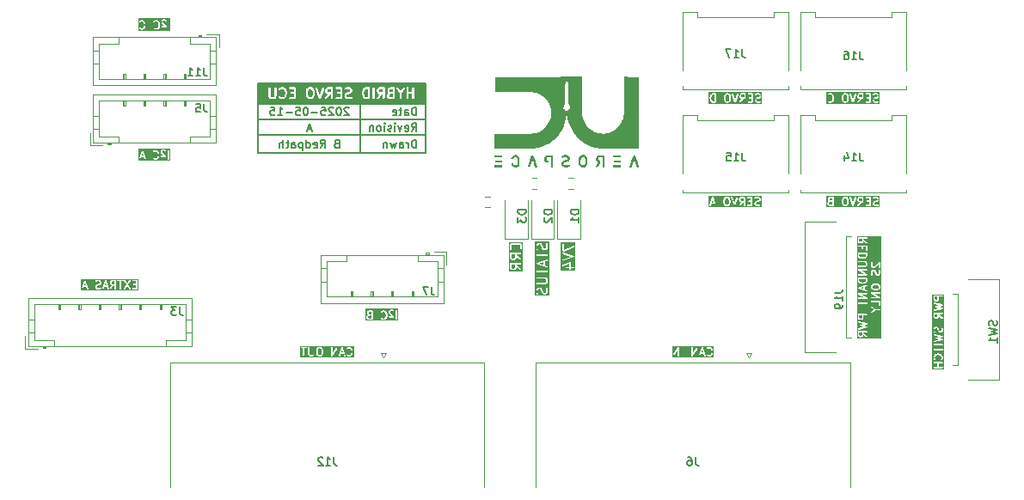
<source format=gbr>
%TF.GenerationSoftware,KiCad,Pcbnew,9.0.0*%
%TF.CreationDate,2025-05-15T11:56:12+12:00*%
%TF.ProjectId,Servo_Board,53657276-6f5f-4426-9f61-72642e6b6963,A*%
%TF.SameCoordinates,Original*%
%TF.FileFunction,Legend,Bot*%
%TF.FilePolarity,Positive*%
%FSLAX46Y46*%
G04 Gerber Fmt 4.6, Leading zero omitted, Abs format (unit mm)*
G04 Created by KiCad (PCBNEW 9.0.0) date 2025-05-15 11:56:12*
%MOMM*%
%LPD*%
G01*
G04 APERTURE LIST*
%ADD10C,0.150000*%
%ADD11C,0.200000*%
%ADD12C,0.000000*%
%ADD13C,0.120000*%
G04 APERTURE END LIST*
D10*
X140765839Y-88472295D02*
X140765839Y-87672295D01*
X140765839Y-87672295D02*
X140575363Y-87672295D01*
X140575363Y-87672295D02*
X140461077Y-87710390D01*
X140461077Y-87710390D02*
X140384887Y-87786580D01*
X140384887Y-87786580D02*
X140346792Y-87862771D01*
X140346792Y-87862771D02*
X140308696Y-88015152D01*
X140308696Y-88015152D02*
X140308696Y-88129438D01*
X140308696Y-88129438D02*
X140346792Y-88281819D01*
X140346792Y-88281819D02*
X140384887Y-88358009D01*
X140384887Y-88358009D02*
X140461077Y-88434200D01*
X140461077Y-88434200D02*
X140575363Y-88472295D01*
X140575363Y-88472295D02*
X140765839Y-88472295D01*
X139622982Y-88472295D02*
X139622982Y-88053247D01*
X139622982Y-88053247D02*
X139661077Y-87977057D01*
X139661077Y-87977057D02*
X139737268Y-87938961D01*
X139737268Y-87938961D02*
X139889649Y-87938961D01*
X139889649Y-87938961D02*
X139965839Y-87977057D01*
X139622982Y-88434200D02*
X139699173Y-88472295D01*
X139699173Y-88472295D02*
X139889649Y-88472295D01*
X139889649Y-88472295D02*
X139965839Y-88434200D01*
X139965839Y-88434200D02*
X140003935Y-88358009D01*
X140003935Y-88358009D02*
X140003935Y-88281819D01*
X140003935Y-88281819D02*
X139965839Y-88205628D01*
X139965839Y-88205628D02*
X139889649Y-88167533D01*
X139889649Y-88167533D02*
X139699173Y-88167533D01*
X139699173Y-88167533D02*
X139622982Y-88129438D01*
X139356315Y-87938961D02*
X139051553Y-87938961D01*
X139242029Y-87672295D02*
X139242029Y-88358009D01*
X139242029Y-88358009D02*
X139203934Y-88434200D01*
X139203934Y-88434200D02*
X139127744Y-88472295D01*
X139127744Y-88472295D02*
X139051553Y-88472295D01*
X138480124Y-88434200D02*
X138556315Y-88472295D01*
X138556315Y-88472295D02*
X138708696Y-88472295D01*
X138708696Y-88472295D02*
X138784886Y-88434200D01*
X138784886Y-88434200D02*
X138822982Y-88358009D01*
X138822982Y-88358009D02*
X138822982Y-88053247D01*
X138822982Y-88053247D02*
X138784886Y-87977057D01*
X138784886Y-87977057D02*
X138708696Y-87938961D01*
X138708696Y-87938961D02*
X138556315Y-87938961D01*
X138556315Y-87938961D02*
X138480124Y-87977057D01*
X138480124Y-87977057D02*
X138442029Y-88053247D01*
X138442029Y-88053247D02*
X138442029Y-88129438D01*
X138442029Y-88129438D02*
X138822982Y-88205628D01*
D11*
X125272000Y-88876000D02*
X141655000Y-88876000D01*
X125145000Y-87352000D02*
X141655000Y-87352000D01*
X125145000Y-85320000D02*
X141655000Y-85320000D01*
X141655000Y-92178000D01*
X125145000Y-92178000D01*
X125145000Y-85320000D01*
G36*
X130459810Y-85918023D02*
G01*
X130523989Y-85982202D01*
X130561904Y-86133861D01*
X130561904Y-86442575D01*
X130523988Y-86594235D01*
X130459812Y-86658413D01*
X130400202Y-86688219D01*
X130256940Y-86688219D01*
X130197330Y-86658414D01*
X130133153Y-86594236D01*
X130095238Y-86442575D01*
X130095238Y-86133862D01*
X130133153Y-85982202D01*
X130197332Y-85918023D01*
X130256940Y-85888219D01*
X130400202Y-85888219D01*
X130459810Y-85918023D01*
G37*
G36*
X135990476Y-86688219D02*
G01*
X135868607Y-86688219D01*
X135763542Y-86653197D01*
X135696472Y-86586127D01*
X135661018Y-86515218D01*
X135619048Y-86347337D01*
X135619048Y-86229100D01*
X135661018Y-86061218D01*
X135696471Y-85990312D01*
X135763543Y-85923240D01*
X135868607Y-85888219D01*
X135990476Y-85888219D01*
X135990476Y-86688219D01*
G37*
G36*
X138466666Y-86688219D02*
G01*
X138209321Y-86688219D01*
X138149711Y-86658414D01*
X138125044Y-86633746D01*
X138095238Y-86574134D01*
X138095238Y-86478492D01*
X138125043Y-86418882D01*
X138144494Y-86399430D01*
X138249559Y-86364409D01*
X138466666Y-86364409D01*
X138466666Y-86688219D01*
G37*
G36*
X138466666Y-86164409D02*
G01*
X138256940Y-86164409D01*
X138197330Y-86134604D01*
X138172662Y-86109935D01*
X138142857Y-86050325D01*
X138142857Y-86002302D01*
X138172662Y-85942692D01*
X138197330Y-85918023D01*
X138256940Y-85888219D01*
X138466666Y-85888219D01*
X138466666Y-86164409D01*
G37*
G36*
X132371428Y-86212028D02*
G01*
X132114083Y-86212028D01*
X132054473Y-86182223D01*
X132029805Y-86157554D01*
X132000000Y-86097944D01*
X132000000Y-86002302D01*
X132029805Y-85942692D01*
X132054473Y-85918023D01*
X132114083Y-85888219D01*
X132371428Y-85888219D01*
X132371428Y-86212028D01*
G37*
G36*
X137466666Y-86212028D02*
G01*
X137209321Y-86212028D01*
X137149711Y-86182223D01*
X137125043Y-86157554D01*
X137095238Y-86097944D01*
X137095238Y-86002302D01*
X137125043Y-85942692D01*
X137149711Y-85918023D01*
X137209321Y-85888219D01*
X137466666Y-85888219D01*
X137466666Y-86212028D01*
G37*
G36*
X140682539Y-86999330D02*
G01*
X126117460Y-86999330D01*
X126117460Y-85788219D01*
X126228571Y-85788219D01*
X126228571Y-86597742D01*
X126230492Y-86617251D01*
X126231867Y-86620571D01*
X126232122Y-86624155D01*
X126239128Y-86642463D01*
X126286747Y-86737701D01*
X126292030Y-86746093D01*
X126293042Y-86748537D01*
X126295298Y-86751286D01*
X126297190Y-86754291D01*
X126299184Y-86756020D01*
X126305479Y-86763690D01*
X126353097Y-86811310D01*
X126360765Y-86817603D01*
X126362497Y-86819600D01*
X126365505Y-86821493D01*
X126368251Y-86823747D01*
X126370691Y-86824757D01*
X126379088Y-86830043D01*
X126474325Y-86877662D01*
X126492634Y-86884668D01*
X126496217Y-86884922D01*
X126499538Y-86886298D01*
X126519047Y-86888219D01*
X126709523Y-86888219D01*
X126729032Y-86886298D01*
X126732352Y-86884922D01*
X126735936Y-86884668D01*
X126754244Y-86877662D01*
X126849482Y-86830043D01*
X126857877Y-86824758D01*
X126860319Y-86823747D01*
X126863066Y-86821491D01*
X126866072Y-86819600D01*
X126867802Y-86817605D01*
X126875472Y-86811310D01*
X126923091Y-86763690D01*
X126929383Y-86756023D01*
X126931380Y-86754292D01*
X126933273Y-86751284D01*
X126935528Y-86748537D01*
X126936539Y-86746095D01*
X126941823Y-86737701D01*
X126989442Y-86642464D01*
X126996448Y-86624155D01*
X126996702Y-86620571D01*
X126998078Y-86617251D01*
X126999999Y-86597742D01*
X126999999Y-85863948D01*
X127230492Y-85863948D01*
X127230492Y-85902966D01*
X127245424Y-85939014D01*
X127273014Y-85966604D01*
X127309062Y-85981536D01*
X127348080Y-85981536D01*
X127384128Y-85966604D01*
X127399282Y-85954168D01*
X127430208Y-85923240D01*
X127535273Y-85888219D01*
X127598058Y-85888219D01*
X127703122Y-85923240D01*
X127770195Y-85990313D01*
X127805647Y-86061218D01*
X127847618Y-86229099D01*
X127847618Y-86347337D01*
X127805647Y-86515218D01*
X127770194Y-86586124D01*
X127703123Y-86653197D01*
X127598058Y-86688219D01*
X127535273Y-86688219D01*
X127430208Y-86653197D01*
X127399282Y-86622270D01*
X127384129Y-86609833D01*
X127348081Y-86594902D01*
X127309063Y-86594901D01*
X127273014Y-86609832D01*
X127245424Y-86637422D01*
X127230493Y-86673470D01*
X127230492Y-86712488D01*
X127245423Y-86748537D01*
X127257860Y-86763690D01*
X127305478Y-86811310D01*
X127320632Y-86823747D01*
X127323951Y-86825122D01*
X127326667Y-86827477D01*
X127344567Y-86835468D01*
X127487424Y-86883087D01*
X127497096Y-86885286D01*
X127499538Y-86886298D01*
X127503075Y-86886646D01*
X127506539Y-86887434D01*
X127509173Y-86887246D01*
X127519047Y-86888219D01*
X127614285Y-86888219D01*
X127624158Y-86887246D01*
X127626792Y-86887434D01*
X127630255Y-86886646D01*
X127633794Y-86886298D01*
X127636236Y-86885286D01*
X127645908Y-86883087D01*
X127788764Y-86835468D01*
X127806665Y-86827477D01*
X127809380Y-86825122D01*
X127812700Y-86823747D01*
X127827853Y-86811310D01*
X127923091Y-86716071D01*
X127929383Y-86708404D01*
X127931380Y-86706673D01*
X127933273Y-86703665D01*
X127935528Y-86700918D01*
X127936539Y-86698476D01*
X127941823Y-86690082D01*
X127989442Y-86594845D01*
X127989988Y-86593416D01*
X127990418Y-86592837D01*
X127993339Y-86584660D01*
X127996448Y-86576536D01*
X127996499Y-86575815D01*
X127997013Y-86574377D01*
X128044632Y-86383901D01*
X128045132Y-86380519D01*
X128045697Y-86379156D01*
X128046420Y-86371805D01*
X128047500Y-86364508D01*
X128047282Y-86363049D01*
X128047618Y-86359647D01*
X128047618Y-86216790D01*
X128047282Y-86213387D01*
X128047500Y-86211929D01*
X128046420Y-86204631D01*
X128045697Y-86197281D01*
X128045132Y-86195917D01*
X128044632Y-86192536D01*
X127997013Y-86002060D01*
X127996499Y-86000621D01*
X127996448Y-85999901D01*
X127993339Y-85991776D01*
X127990418Y-85983600D01*
X127989988Y-85983020D01*
X127989442Y-85981592D01*
X127941823Y-85886355D01*
X127936536Y-85877956D01*
X127935527Y-85875519D01*
X127933275Y-85872775D01*
X127931380Y-85869764D01*
X127929382Y-85868031D01*
X127923091Y-85860365D01*
X127831436Y-85768710D01*
X128230492Y-85768710D01*
X128230492Y-85807728D01*
X128245424Y-85843776D01*
X128273014Y-85871366D01*
X128309062Y-85886298D01*
X128328571Y-85888219D01*
X128704761Y-85888219D01*
X128704761Y-86164409D01*
X128471428Y-86164409D01*
X128451919Y-86166330D01*
X128415871Y-86181262D01*
X128388281Y-86208852D01*
X128373349Y-86244900D01*
X128373349Y-86283918D01*
X128388281Y-86319966D01*
X128415871Y-86347556D01*
X128451919Y-86362488D01*
X128471428Y-86364409D01*
X128704761Y-86364409D01*
X128704761Y-86688219D01*
X128328571Y-86688219D01*
X128309062Y-86690140D01*
X128273014Y-86705072D01*
X128245424Y-86732662D01*
X128230492Y-86768710D01*
X128230492Y-86807728D01*
X128245424Y-86843776D01*
X128273014Y-86871366D01*
X128309062Y-86886298D01*
X128328571Y-86888219D01*
X128804761Y-86888219D01*
X128824270Y-86886298D01*
X128860318Y-86871366D01*
X128887908Y-86843776D01*
X128902840Y-86807728D01*
X128904761Y-86788219D01*
X128904761Y-86121552D01*
X129895238Y-86121552D01*
X129895238Y-86454885D01*
X129895573Y-86458287D01*
X129895356Y-86459746D01*
X129896435Y-86467043D01*
X129897159Y-86474394D01*
X129897723Y-86475757D01*
X129898224Y-86479139D01*
X129945843Y-86669614D01*
X129952438Y-86688075D01*
X129956863Y-86694047D01*
X129959709Y-86700918D01*
X129972146Y-86716071D01*
X130067384Y-86811311D01*
X130075052Y-86817604D01*
X130076783Y-86819600D01*
X130079790Y-86821493D01*
X130082537Y-86823747D01*
X130084977Y-86824757D01*
X130093374Y-86830043D01*
X130188611Y-86877662D01*
X130206920Y-86884668D01*
X130210503Y-86884922D01*
X130213824Y-86886298D01*
X130233333Y-86888219D01*
X130423809Y-86888219D01*
X130443318Y-86886298D01*
X130446638Y-86884922D01*
X130450222Y-86884668D01*
X130468530Y-86877662D01*
X130563768Y-86830043D01*
X130572163Y-86824758D01*
X130574605Y-86823747D01*
X130577352Y-86821491D01*
X130580358Y-86819600D01*
X130582088Y-86817605D01*
X130589758Y-86811310D01*
X130684996Y-86716071D01*
X130697433Y-86700918D01*
X130700278Y-86694047D01*
X130704704Y-86688075D01*
X130711299Y-86669615D01*
X130758918Y-86479139D01*
X130759418Y-86475757D01*
X130759983Y-86474394D01*
X130760706Y-86467043D01*
X130761786Y-86459746D01*
X130761568Y-86458287D01*
X130761904Y-86454885D01*
X130761904Y-86121552D01*
X130761568Y-86118149D01*
X130761786Y-86116691D01*
X130760706Y-86109393D01*
X130759983Y-86102043D01*
X130759418Y-86100679D01*
X130758918Y-86097298D01*
X130711299Y-85906822D01*
X130704704Y-85888362D01*
X130700277Y-85882387D01*
X130697432Y-85875519D01*
X130684996Y-85860365D01*
X130625357Y-85800726D01*
X130848404Y-85800726D01*
X130852751Y-85819842D01*
X131186084Y-86819841D01*
X131194075Y-86837742D01*
X131198758Y-86843141D01*
X131201953Y-86849531D01*
X131211424Y-86857746D01*
X131219640Y-86867218D01*
X131226028Y-86870412D01*
X131231429Y-86875096D01*
X131243330Y-86879063D01*
X131254539Y-86884667D01*
X131261663Y-86885173D01*
X131268445Y-86887434D01*
X131280954Y-86886544D01*
X131293459Y-86887434D01*
X131300237Y-86885174D01*
X131307365Y-86884668D01*
X131318581Y-86879059D01*
X131330475Y-86875095D01*
X131335872Y-86870414D01*
X131342264Y-86867218D01*
X131350482Y-86857742D01*
X131359951Y-86849530D01*
X131363144Y-86843143D01*
X131367829Y-86837742D01*
X131375820Y-86819842D01*
X131656202Y-85978695D01*
X131800000Y-85978695D01*
X131800000Y-86121552D01*
X131801921Y-86141061D01*
X131803296Y-86144381D01*
X131803551Y-86147965D01*
X131810557Y-86166273D01*
X131858176Y-86261511D01*
X131863461Y-86269907D01*
X131864472Y-86272347D01*
X131866725Y-86275093D01*
X131868619Y-86278101D01*
X131870613Y-86279830D01*
X131876908Y-86287501D01*
X131924527Y-86335119D01*
X131932193Y-86341411D01*
X131933926Y-86343409D01*
X131936934Y-86345302D01*
X131939680Y-86347556D01*
X131942120Y-86348566D01*
X131950517Y-86353852D01*
X132045754Y-86401471D01*
X132048044Y-86402347D01*
X131818077Y-86730873D01*
X131808463Y-86747957D01*
X131800023Y-86786051D01*
X131806804Y-86824476D01*
X131827773Y-86857381D01*
X131859738Y-86879756D01*
X131897832Y-86888196D01*
X131936257Y-86881415D01*
X131969162Y-86860446D01*
X131981923Y-86845565D01*
X132285398Y-86412028D01*
X132371428Y-86412028D01*
X132371428Y-86788219D01*
X132373349Y-86807728D01*
X132388281Y-86843776D01*
X132415871Y-86871366D01*
X132451919Y-86886298D01*
X132490937Y-86886298D01*
X132526985Y-86871366D01*
X132554575Y-86843776D01*
X132569507Y-86807728D01*
X132571428Y-86788219D01*
X132571428Y-85788219D01*
X132569507Y-85768710D01*
X132801921Y-85768710D01*
X132801921Y-85807728D01*
X132816853Y-85843776D01*
X132844443Y-85871366D01*
X132880491Y-85886298D01*
X132900000Y-85888219D01*
X133276190Y-85888219D01*
X133276190Y-86164409D01*
X133042857Y-86164409D01*
X133023348Y-86166330D01*
X132987300Y-86181262D01*
X132959710Y-86208852D01*
X132944778Y-86244900D01*
X132944778Y-86283918D01*
X132959710Y-86319966D01*
X132987300Y-86347556D01*
X133023348Y-86362488D01*
X133042857Y-86364409D01*
X133276190Y-86364409D01*
X133276190Y-86688219D01*
X132900000Y-86688219D01*
X132880491Y-86690140D01*
X132844443Y-86705072D01*
X132816853Y-86732662D01*
X132801921Y-86768710D01*
X132801921Y-86807728D01*
X132816853Y-86843776D01*
X132844443Y-86871366D01*
X132880491Y-86886298D01*
X132900000Y-86888219D01*
X133376190Y-86888219D01*
X133395699Y-86886298D01*
X133431747Y-86871366D01*
X133459337Y-86843776D01*
X133474269Y-86807728D01*
X133476190Y-86788219D01*
X133476190Y-86502504D01*
X133704762Y-86502504D01*
X133704762Y-86597742D01*
X133706683Y-86617251D01*
X133708058Y-86620571D01*
X133708313Y-86624155D01*
X133715319Y-86642463D01*
X133762938Y-86737701D01*
X133768221Y-86746093D01*
X133769233Y-86748537D01*
X133771489Y-86751286D01*
X133773381Y-86754291D01*
X133775375Y-86756020D01*
X133781670Y-86763690D01*
X133829288Y-86811310D01*
X133836956Y-86817603D01*
X133838688Y-86819600D01*
X133841696Y-86821493D01*
X133844442Y-86823747D01*
X133846882Y-86824757D01*
X133855279Y-86830043D01*
X133950516Y-86877662D01*
X133968825Y-86884668D01*
X133972408Y-86884922D01*
X133975729Y-86886298D01*
X133995238Y-86888219D01*
X134233333Y-86888219D01*
X134243206Y-86887246D01*
X134245840Y-86887434D01*
X134249303Y-86886646D01*
X134252842Y-86886298D01*
X134255284Y-86885286D01*
X134264956Y-86883087D01*
X134407812Y-86835468D01*
X134425713Y-86827477D01*
X134455189Y-86801912D01*
X134472638Y-86767013D01*
X134475405Y-86728093D01*
X134463066Y-86691077D01*
X134437501Y-86661601D01*
X134402602Y-86644151D01*
X134363682Y-86641385D01*
X134344567Y-86645732D01*
X134217106Y-86688219D01*
X134018845Y-86688219D01*
X133959235Y-86658414D01*
X133934568Y-86633746D01*
X133904762Y-86574134D01*
X133904762Y-86526111D01*
X133934567Y-86466501D01*
X133959235Y-86441832D01*
X134030142Y-86406379D01*
X134209967Y-86361423D01*
X134211404Y-86360909D01*
X134212127Y-86360858D01*
X134220251Y-86357749D01*
X134228428Y-86354828D01*
X134229008Y-86354397D01*
X134230435Y-86353852D01*
X134325673Y-86306233D01*
X134334069Y-86300947D01*
X134336509Y-86299937D01*
X134339255Y-86297683D01*
X134342263Y-86295790D01*
X134343992Y-86293795D01*
X134351663Y-86287501D01*
X134399281Y-86239882D01*
X134405573Y-86232215D01*
X134407571Y-86230483D01*
X134409464Y-86227474D01*
X134411718Y-86224729D01*
X134412728Y-86222288D01*
X134416189Y-86216790D01*
X135419048Y-86216790D01*
X135419048Y-86359647D01*
X135419383Y-86363049D01*
X135419166Y-86364508D01*
X135420245Y-86371805D01*
X135420969Y-86379156D01*
X135421533Y-86380519D01*
X135422034Y-86383901D01*
X135469653Y-86574376D01*
X135470166Y-86575813D01*
X135470218Y-86576536D01*
X135473326Y-86584660D01*
X135476248Y-86592837D01*
X135476678Y-86593417D01*
X135477224Y-86594844D01*
X135524843Y-86690082D01*
X135530125Y-86698474D01*
X135531138Y-86700918D01*
X135533394Y-86703667D01*
X135535286Y-86706672D01*
X135537280Y-86708401D01*
X135543575Y-86716071D01*
X135638813Y-86811311D01*
X135653966Y-86823747D01*
X135657285Y-86825122D01*
X135660001Y-86827477D01*
X135677901Y-86835468D01*
X135820758Y-86883087D01*
X135830430Y-86885286D01*
X135832872Y-86886298D01*
X135836409Y-86886646D01*
X135839873Y-86887434D01*
X135842507Y-86887246D01*
X135852381Y-86888219D01*
X136090476Y-86888219D01*
X136109985Y-86886298D01*
X136146033Y-86871366D01*
X136173623Y-86843776D01*
X136188555Y-86807728D01*
X136190476Y-86788219D01*
X136190476Y-85788219D01*
X136466666Y-85788219D01*
X136466666Y-86788219D01*
X136468587Y-86807728D01*
X136483519Y-86843776D01*
X136511109Y-86871366D01*
X136547157Y-86886298D01*
X136586175Y-86886298D01*
X136622223Y-86871366D01*
X136649813Y-86843776D01*
X136664745Y-86807728D01*
X136666666Y-86788219D01*
X136666666Y-85978695D01*
X136895238Y-85978695D01*
X136895238Y-86121552D01*
X136897159Y-86141061D01*
X136898534Y-86144381D01*
X136898789Y-86147965D01*
X136905795Y-86166273D01*
X136953414Y-86261511D01*
X136958699Y-86269907D01*
X136959710Y-86272347D01*
X136961963Y-86275093D01*
X136963857Y-86278101D01*
X136965851Y-86279830D01*
X136972146Y-86287501D01*
X137019765Y-86335119D01*
X137027431Y-86341411D01*
X137029164Y-86343409D01*
X137032172Y-86345302D01*
X137034918Y-86347556D01*
X137037358Y-86348566D01*
X137045755Y-86353852D01*
X137140992Y-86401471D01*
X137143282Y-86402347D01*
X136913315Y-86730873D01*
X136903701Y-86747957D01*
X136895261Y-86786051D01*
X136902042Y-86824476D01*
X136923011Y-86857381D01*
X136954976Y-86879756D01*
X136993070Y-86888196D01*
X137031495Y-86881415D01*
X137064400Y-86860446D01*
X137077161Y-86845565D01*
X137380636Y-86412028D01*
X137466666Y-86412028D01*
X137466666Y-86788219D01*
X137468587Y-86807728D01*
X137483519Y-86843776D01*
X137511109Y-86871366D01*
X137547157Y-86886298D01*
X137586175Y-86886298D01*
X137622223Y-86871366D01*
X137649813Y-86843776D01*
X137664745Y-86807728D01*
X137666666Y-86788219D01*
X137666666Y-86454885D01*
X137895238Y-86454885D01*
X137895238Y-86597742D01*
X137897159Y-86617251D01*
X137898534Y-86620571D01*
X137898789Y-86624155D01*
X137905795Y-86642463D01*
X137953414Y-86737701D01*
X137958697Y-86746093D01*
X137959709Y-86748537D01*
X137961965Y-86751286D01*
X137963857Y-86754291D01*
X137965851Y-86756020D01*
X137972146Y-86763690D01*
X138019764Y-86811310D01*
X138027432Y-86817603D01*
X138029164Y-86819600D01*
X138032172Y-86821493D01*
X138034918Y-86823747D01*
X138037358Y-86824757D01*
X138045755Y-86830043D01*
X138140992Y-86877662D01*
X138159301Y-86884668D01*
X138162884Y-86884922D01*
X138166205Y-86886298D01*
X138185714Y-86888219D01*
X138566666Y-86888219D01*
X138586175Y-86886298D01*
X138622223Y-86871366D01*
X138649813Y-86843776D01*
X138664745Y-86807728D01*
X138666666Y-86788219D01*
X138666666Y-85788219D01*
X138666446Y-85785987D01*
X138800025Y-85785987D01*
X138806781Y-85824416D01*
X138815634Y-85841907D01*
X139133333Y-86341148D01*
X139133333Y-86788219D01*
X139135254Y-86807728D01*
X139150186Y-86843776D01*
X139177776Y-86871366D01*
X139213824Y-86886298D01*
X139252842Y-86886298D01*
X139288890Y-86871366D01*
X139316480Y-86843776D01*
X139331412Y-86807728D01*
X139333333Y-86788219D01*
X139333333Y-86341148D01*
X139651032Y-85841906D01*
X139659885Y-85824416D01*
X139666249Y-85788219D01*
X139800000Y-85788219D01*
X139800000Y-86788219D01*
X139801921Y-86807728D01*
X139816853Y-86843776D01*
X139844443Y-86871366D01*
X139880491Y-86886298D01*
X139919509Y-86886298D01*
X139955557Y-86871366D01*
X139983147Y-86843776D01*
X139998079Y-86807728D01*
X140000000Y-86788219D01*
X140000000Y-86364409D01*
X140371428Y-86364409D01*
X140371428Y-86788219D01*
X140373349Y-86807728D01*
X140388281Y-86843776D01*
X140415871Y-86871366D01*
X140451919Y-86886298D01*
X140490937Y-86886298D01*
X140526985Y-86871366D01*
X140554575Y-86843776D01*
X140569507Y-86807728D01*
X140571428Y-86788219D01*
X140571428Y-85788219D01*
X140569507Y-85768710D01*
X140554575Y-85732662D01*
X140526985Y-85705072D01*
X140490937Y-85690140D01*
X140451919Y-85690140D01*
X140415871Y-85705072D01*
X140388281Y-85732662D01*
X140373349Y-85768710D01*
X140371428Y-85788219D01*
X140371428Y-86164409D01*
X140000000Y-86164409D01*
X140000000Y-85788219D01*
X139998079Y-85768710D01*
X139983147Y-85732662D01*
X139955557Y-85705072D01*
X139919509Y-85690140D01*
X139880491Y-85690140D01*
X139844443Y-85705072D01*
X139816853Y-85732662D01*
X139801921Y-85768710D01*
X139800000Y-85788219D01*
X139666249Y-85788219D01*
X139666641Y-85785987D01*
X139658177Y-85747898D01*
X139635781Y-85715947D01*
X139602863Y-85694999D01*
X139564434Y-85688244D01*
X139526345Y-85696708D01*
X139494395Y-85719104D01*
X139482300Y-85734531D01*
X139233332Y-86125765D01*
X138984366Y-85734531D01*
X138972272Y-85719104D01*
X138940321Y-85696708D01*
X138902232Y-85688244D01*
X138863803Y-85695000D01*
X138830885Y-85715947D01*
X138808489Y-85747898D01*
X138800025Y-85785987D01*
X138666446Y-85785987D01*
X138664745Y-85768710D01*
X138649813Y-85732662D01*
X138622223Y-85705072D01*
X138586175Y-85690140D01*
X138566666Y-85688219D01*
X138233333Y-85688219D01*
X138213824Y-85690140D01*
X138210503Y-85691515D01*
X138206920Y-85691770D01*
X138188611Y-85698776D01*
X138093374Y-85746395D01*
X138084977Y-85751680D01*
X138082537Y-85752691D01*
X138079791Y-85754944D01*
X138076783Y-85756838D01*
X138075050Y-85758835D01*
X138067384Y-85765128D01*
X138019765Y-85812746D01*
X138013470Y-85820416D01*
X138011476Y-85822146D01*
X138009582Y-85825153D01*
X138007329Y-85827900D01*
X138006318Y-85830339D01*
X138001033Y-85838736D01*
X137953414Y-85933974D01*
X137946408Y-85952282D01*
X137946153Y-85955865D01*
X137944778Y-85959186D01*
X137942857Y-85978695D01*
X137942857Y-86073933D01*
X137944778Y-86093442D01*
X137946153Y-86096762D01*
X137946408Y-86100346D01*
X137953414Y-86118654D01*
X138001033Y-86213892D01*
X138006318Y-86222288D01*
X138007329Y-86224728D01*
X138009582Y-86227474D01*
X138011476Y-86230482D01*
X138013470Y-86232211D01*
X138019765Y-86239882D01*
X138020553Y-86240670D01*
X138019765Y-86241318D01*
X137972146Y-86288936D01*
X137965851Y-86296606D01*
X137963857Y-86298336D01*
X137961963Y-86301343D01*
X137959710Y-86304090D01*
X137958699Y-86306529D01*
X137953414Y-86314926D01*
X137905795Y-86410164D01*
X137898789Y-86428472D01*
X137898534Y-86432055D01*
X137897159Y-86435376D01*
X137895238Y-86454885D01*
X137666666Y-86454885D01*
X137666666Y-85788219D01*
X137664745Y-85768710D01*
X137649813Y-85732662D01*
X137622223Y-85705072D01*
X137586175Y-85690140D01*
X137566666Y-85688219D01*
X137185714Y-85688219D01*
X137166205Y-85690140D01*
X137162884Y-85691515D01*
X137159301Y-85691770D01*
X137140992Y-85698776D01*
X137045755Y-85746395D01*
X137037358Y-85751680D01*
X137034918Y-85752691D01*
X137032172Y-85754944D01*
X137029164Y-85756838D01*
X137027431Y-85758835D01*
X137019765Y-85765128D01*
X136972146Y-85812746D01*
X136965851Y-85820416D01*
X136963857Y-85822146D01*
X136961963Y-85825153D01*
X136959710Y-85827900D01*
X136958699Y-85830339D01*
X136953414Y-85838736D01*
X136905795Y-85933974D01*
X136898789Y-85952282D01*
X136898534Y-85955865D01*
X136897159Y-85959186D01*
X136895238Y-85978695D01*
X136666666Y-85978695D01*
X136666666Y-85788219D01*
X136664745Y-85768710D01*
X136649813Y-85732662D01*
X136622223Y-85705072D01*
X136586175Y-85690140D01*
X136547157Y-85690140D01*
X136511109Y-85705072D01*
X136483519Y-85732662D01*
X136468587Y-85768710D01*
X136466666Y-85788219D01*
X136190476Y-85788219D01*
X136188555Y-85768710D01*
X136173623Y-85732662D01*
X136146033Y-85705072D01*
X136109985Y-85690140D01*
X136090476Y-85688219D01*
X135852381Y-85688219D01*
X135842507Y-85689191D01*
X135839873Y-85689004D01*
X135836409Y-85689791D01*
X135832872Y-85690140D01*
X135830430Y-85691151D01*
X135820758Y-85693351D01*
X135677901Y-85740970D01*
X135660001Y-85748961D01*
X135657285Y-85751316D01*
X135653967Y-85752691D01*
X135638813Y-85765127D01*
X135543575Y-85860365D01*
X135537280Y-85868035D01*
X135535286Y-85869765D01*
X135533392Y-85872772D01*
X135531139Y-85875519D01*
X135530128Y-85877958D01*
X135524843Y-85886355D01*
X135477224Y-85981593D01*
X135476678Y-85983019D01*
X135476248Y-85983600D01*
X135473326Y-85991776D01*
X135470218Y-85999901D01*
X135470166Y-86000623D01*
X135469653Y-86002061D01*
X135422034Y-86192536D01*
X135421533Y-86195917D01*
X135420969Y-86197281D01*
X135420245Y-86204631D01*
X135419166Y-86211929D01*
X135419383Y-86213387D01*
X135419048Y-86216790D01*
X134416189Y-86216790D01*
X134418014Y-86213892D01*
X134465633Y-86118655D01*
X134472639Y-86100346D01*
X134472893Y-86096762D01*
X134474269Y-86093442D01*
X134476190Y-86073933D01*
X134476190Y-85978695D01*
X134474269Y-85959186D01*
X134472893Y-85955865D01*
X134472639Y-85952282D01*
X134465633Y-85933973D01*
X134418014Y-85838736D01*
X134412728Y-85830339D01*
X134411718Y-85827899D01*
X134409464Y-85825153D01*
X134407571Y-85822145D01*
X134405573Y-85820412D01*
X134399281Y-85812746D01*
X134351663Y-85765127D01*
X134343992Y-85758832D01*
X134342263Y-85756838D01*
X134339255Y-85754944D01*
X134336509Y-85752691D01*
X134334069Y-85751680D01*
X134325673Y-85746395D01*
X134230435Y-85698776D01*
X134212127Y-85691770D01*
X134208543Y-85691515D01*
X134205223Y-85690140D01*
X134185714Y-85688219D01*
X133947619Y-85688219D01*
X133937745Y-85689191D01*
X133935111Y-85689004D01*
X133931647Y-85689791D01*
X133928110Y-85690140D01*
X133925668Y-85691151D01*
X133915996Y-85693351D01*
X133773139Y-85740970D01*
X133755239Y-85748961D01*
X133725763Y-85774526D01*
X133708313Y-85809425D01*
X133705547Y-85848345D01*
X133717885Y-85885361D01*
X133743450Y-85914837D01*
X133778349Y-85932287D01*
X133817269Y-85935053D01*
X133836385Y-85930706D01*
X133963845Y-85888219D01*
X134162107Y-85888219D01*
X134221716Y-85918024D01*
X134246385Y-85942692D01*
X134276190Y-86002302D01*
X134276190Y-86050326D01*
X134246385Y-86109935D01*
X134221716Y-86134603D01*
X134150809Y-86170057D01*
X133970984Y-86215014D01*
X133969545Y-86215527D01*
X133968825Y-86215579D01*
X133960700Y-86218687D01*
X133952524Y-86221609D01*
X133951944Y-86222038D01*
X133950516Y-86222585D01*
X133855279Y-86270204D01*
X133846882Y-86275489D01*
X133844442Y-86276500D01*
X133841696Y-86278753D01*
X133838688Y-86280647D01*
X133836955Y-86282644D01*
X133829289Y-86288937D01*
X133781670Y-86336555D01*
X133775375Y-86344225D01*
X133773381Y-86345955D01*
X133771487Y-86348962D01*
X133769234Y-86351709D01*
X133768223Y-86354148D01*
X133762938Y-86362545D01*
X133715319Y-86457783D01*
X133708313Y-86476091D01*
X133708058Y-86479674D01*
X133706683Y-86482995D01*
X133704762Y-86502504D01*
X133476190Y-86502504D01*
X133476190Y-85788219D01*
X133474269Y-85768710D01*
X133459337Y-85732662D01*
X133431747Y-85705072D01*
X133395699Y-85690140D01*
X133376190Y-85688219D01*
X132900000Y-85688219D01*
X132880491Y-85690140D01*
X132844443Y-85705072D01*
X132816853Y-85732662D01*
X132801921Y-85768710D01*
X132569507Y-85768710D01*
X132554575Y-85732662D01*
X132526985Y-85705072D01*
X132490937Y-85690140D01*
X132471428Y-85688219D01*
X132090476Y-85688219D01*
X132070967Y-85690140D01*
X132067646Y-85691515D01*
X132064063Y-85691770D01*
X132045754Y-85698776D01*
X131950517Y-85746395D01*
X131942120Y-85751680D01*
X131939680Y-85752691D01*
X131936934Y-85754944D01*
X131933926Y-85756838D01*
X131932193Y-85758835D01*
X131924527Y-85765128D01*
X131876908Y-85812746D01*
X131870613Y-85820416D01*
X131868619Y-85822146D01*
X131866725Y-85825153D01*
X131864472Y-85827900D01*
X131863461Y-85830339D01*
X131858176Y-85838736D01*
X131810557Y-85933974D01*
X131803551Y-85952282D01*
X131803296Y-85955865D01*
X131801921Y-85959186D01*
X131800000Y-85978695D01*
X131656202Y-85978695D01*
X131709153Y-85819842D01*
X131713500Y-85800727D01*
X131710734Y-85761807D01*
X131693284Y-85726908D01*
X131663808Y-85701343D01*
X131626792Y-85689004D01*
X131587872Y-85691771D01*
X131552973Y-85709220D01*
X131527408Y-85738696D01*
X131519417Y-85756597D01*
X131280952Y-86471991D01*
X131042487Y-85756596D01*
X131034496Y-85738696D01*
X131008931Y-85709220D01*
X130974032Y-85691770D01*
X130935112Y-85689004D01*
X130898096Y-85701342D01*
X130868620Y-85726907D01*
X130851170Y-85761806D01*
X130848404Y-85800726D01*
X130625357Y-85800726D01*
X130589758Y-85765127D01*
X130582087Y-85758832D01*
X130580358Y-85756838D01*
X130577350Y-85754944D01*
X130574604Y-85752691D01*
X130572164Y-85751680D01*
X130563768Y-85746395D01*
X130468530Y-85698776D01*
X130450222Y-85691770D01*
X130446638Y-85691515D01*
X130443318Y-85690140D01*
X130423809Y-85688219D01*
X130233333Y-85688219D01*
X130213824Y-85690140D01*
X130210503Y-85691515D01*
X130206920Y-85691770D01*
X130188611Y-85698776D01*
X130093374Y-85746395D01*
X130084975Y-85751681D01*
X130082538Y-85752691D01*
X130079794Y-85754942D01*
X130076783Y-85756838D01*
X130075050Y-85758835D01*
X130067384Y-85765127D01*
X129972146Y-85860365D01*
X129959710Y-85875519D01*
X129956864Y-85882387D01*
X129952438Y-85888362D01*
X129945843Y-85906823D01*
X129898224Y-86097298D01*
X129897723Y-86100679D01*
X129897159Y-86102043D01*
X129896435Y-86109393D01*
X129895356Y-86116691D01*
X129895573Y-86118149D01*
X129895238Y-86121552D01*
X128904761Y-86121552D01*
X128904761Y-85788219D01*
X128902840Y-85768710D01*
X128887908Y-85732662D01*
X128860318Y-85705072D01*
X128824270Y-85690140D01*
X128804761Y-85688219D01*
X128328571Y-85688219D01*
X128309062Y-85690140D01*
X128273014Y-85705072D01*
X128245424Y-85732662D01*
X128230492Y-85768710D01*
X127831436Y-85768710D01*
X127827853Y-85765127D01*
X127812699Y-85752691D01*
X127809380Y-85751316D01*
X127806665Y-85748961D01*
X127788764Y-85740970D01*
X127645908Y-85693351D01*
X127636236Y-85691151D01*
X127633794Y-85690140D01*
X127630255Y-85689791D01*
X127626792Y-85689004D01*
X127624158Y-85689191D01*
X127614285Y-85688219D01*
X127519047Y-85688219D01*
X127509173Y-85689191D01*
X127506539Y-85689004D01*
X127503075Y-85689791D01*
X127499538Y-85690140D01*
X127497096Y-85691151D01*
X127487424Y-85693351D01*
X127344567Y-85740970D01*
X127326667Y-85748961D01*
X127323951Y-85751316D01*
X127320632Y-85752691D01*
X127305479Y-85765128D01*
X127257860Y-85812746D01*
X127245424Y-85827900D01*
X127230492Y-85863948D01*
X126999999Y-85863948D01*
X126999999Y-85788219D01*
X126998078Y-85768710D01*
X126983146Y-85732662D01*
X126955556Y-85705072D01*
X126919508Y-85690140D01*
X126880490Y-85690140D01*
X126844442Y-85705072D01*
X126816852Y-85732662D01*
X126801920Y-85768710D01*
X126799999Y-85788219D01*
X126799999Y-86574135D01*
X126770194Y-86633743D01*
X126745525Y-86658413D01*
X126685916Y-86688219D01*
X126542654Y-86688219D01*
X126483044Y-86658414D01*
X126458377Y-86633746D01*
X126428571Y-86574134D01*
X126428571Y-85788219D01*
X126426650Y-85768710D01*
X126411718Y-85732662D01*
X126384128Y-85705072D01*
X126348080Y-85690140D01*
X126309062Y-85690140D01*
X126273014Y-85705072D01*
X126245424Y-85732662D01*
X126230492Y-85768710D01*
X126228571Y-85788219D01*
X126117460Y-85788219D01*
X126117460Y-85577108D01*
X140682539Y-85577108D01*
X140682539Y-86999330D01*
G37*
D10*
X134140715Y-87748485D02*
X134102619Y-87710390D01*
X134102619Y-87710390D02*
X134026429Y-87672295D01*
X134026429Y-87672295D02*
X133835953Y-87672295D01*
X133835953Y-87672295D02*
X133759762Y-87710390D01*
X133759762Y-87710390D02*
X133721667Y-87748485D01*
X133721667Y-87748485D02*
X133683572Y-87824676D01*
X133683572Y-87824676D02*
X133683572Y-87900866D01*
X133683572Y-87900866D02*
X133721667Y-88015152D01*
X133721667Y-88015152D02*
X134178810Y-88472295D01*
X134178810Y-88472295D02*
X133683572Y-88472295D01*
X133188333Y-87672295D02*
X133112143Y-87672295D01*
X133112143Y-87672295D02*
X133035952Y-87710390D01*
X133035952Y-87710390D02*
X132997857Y-87748485D01*
X132997857Y-87748485D02*
X132959762Y-87824676D01*
X132959762Y-87824676D02*
X132921667Y-87977057D01*
X132921667Y-87977057D02*
X132921667Y-88167533D01*
X132921667Y-88167533D02*
X132959762Y-88319914D01*
X132959762Y-88319914D02*
X132997857Y-88396104D01*
X132997857Y-88396104D02*
X133035952Y-88434200D01*
X133035952Y-88434200D02*
X133112143Y-88472295D01*
X133112143Y-88472295D02*
X133188333Y-88472295D01*
X133188333Y-88472295D02*
X133264524Y-88434200D01*
X133264524Y-88434200D02*
X133302619Y-88396104D01*
X133302619Y-88396104D02*
X133340714Y-88319914D01*
X133340714Y-88319914D02*
X133378810Y-88167533D01*
X133378810Y-88167533D02*
X133378810Y-87977057D01*
X133378810Y-87977057D02*
X133340714Y-87824676D01*
X133340714Y-87824676D02*
X133302619Y-87748485D01*
X133302619Y-87748485D02*
X133264524Y-87710390D01*
X133264524Y-87710390D02*
X133188333Y-87672295D01*
X132616905Y-87748485D02*
X132578809Y-87710390D01*
X132578809Y-87710390D02*
X132502619Y-87672295D01*
X132502619Y-87672295D02*
X132312143Y-87672295D01*
X132312143Y-87672295D02*
X132235952Y-87710390D01*
X132235952Y-87710390D02*
X132197857Y-87748485D01*
X132197857Y-87748485D02*
X132159762Y-87824676D01*
X132159762Y-87824676D02*
X132159762Y-87900866D01*
X132159762Y-87900866D02*
X132197857Y-88015152D01*
X132197857Y-88015152D02*
X132655000Y-88472295D01*
X132655000Y-88472295D02*
X132159762Y-88472295D01*
X131435952Y-87672295D02*
X131816904Y-87672295D01*
X131816904Y-87672295D02*
X131855000Y-88053247D01*
X131855000Y-88053247D02*
X131816904Y-88015152D01*
X131816904Y-88015152D02*
X131740714Y-87977057D01*
X131740714Y-87977057D02*
X131550238Y-87977057D01*
X131550238Y-87977057D02*
X131474047Y-88015152D01*
X131474047Y-88015152D02*
X131435952Y-88053247D01*
X131435952Y-88053247D02*
X131397857Y-88129438D01*
X131397857Y-88129438D02*
X131397857Y-88319914D01*
X131397857Y-88319914D02*
X131435952Y-88396104D01*
X131435952Y-88396104D02*
X131474047Y-88434200D01*
X131474047Y-88434200D02*
X131550238Y-88472295D01*
X131550238Y-88472295D02*
X131740714Y-88472295D01*
X131740714Y-88472295D02*
X131816904Y-88434200D01*
X131816904Y-88434200D02*
X131855000Y-88396104D01*
X131054999Y-88167533D02*
X130445476Y-88167533D01*
X129912142Y-87672295D02*
X129835952Y-87672295D01*
X129835952Y-87672295D02*
X129759761Y-87710390D01*
X129759761Y-87710390D02*
X129721666Y-87748485D01*
X129721666Y-87748485D02*
X129683571Y-87824676D01*
X129683571Y-87824676D02*
X129645476Y-87977057D01*
X129645476Y-87977057D02*
X129645476Y-88167533D01*
X129645476Y-88167533D02*
X129683571Y-88319914D01*
X129683571Y-88319914D02*
X129721666Y-88396104D01*
X129721666Y-88396104D02*
X129759761Y-88434200D01*
X129759761Y-88434200D02*
X129835952Y-88472295D01*
X129835952Y-88472295D02*
X129912142Y-88472295D01*
X129912142Y-88472295D02*
X129988333Y-88434200D01*
X129988333Y-88434200D02*
X130026428Y-88396104D01*
X130026428Y-88396104D02*
X130064523Y-88319914D01*
X130064523Y-88319914D02*
X130102619Y-88167533D01*
X130102619Y-88167533D02*
X130102619Y-87977057D01*
X130102619Y-87977057D02*
X130064523Y-87824676D01*
X130064523Y-87824676D02*
X130026428Y-87748485D01*
X130026428Y-87748485D02*
X129988333Y-87710390D01*
X129988333Y-87710390D02*
X129912142Y-87672295D01*
X128921666Y-87672295D02*
X129302618Y-87672295D01*
X129302618Y-87672295D02*
X129340714Y-88053247D01*
X129340714Y-88053247D02*
X129302618Y-88015152D01*
X129302618Y-88015152D02*
X129226428Y-87977057D01*
X129226428Y-87977057D02*
X129035952Y-87977057D01*
X129035952Y-87977057D02*
X128959761Y-88015152D01*
X128959761Y-88015152D02*
X128921666Y-88053247D01*
X128921666Y-88053247D02*
X128883571Y-88129438D01*
X128883571Y-88129438D02*
X128883571Y-88319914D01*
X128883571Y-88319914D02*
X128921666Y-88396104D01*
X128921666Y-88396104D02*
X128959761Y-88434200D01*
X128959761Y-88434200D02*
X129035952Y-88472295D01*
X129035952Y-88472295D02*
X129226428Y-88472295D01*
X129226428Y-88472295D02*
X129302618Y-88434200D01*
X129302618Y-88434200D02*
X129340714Y-88396104D01*
X128540713Y-88167533D02*
X127931190Y-88167533D01*
X127131190Y-88472295D02*
X127588333Y-88472295D01*
X127359761Y-88472295D02*
X127359761Y-87672295D01*
X127359761Y-87672295D02*
X127435952Y-87786580D01*
X127435952Y-87786580D02*
X127512142Y-87862771D01*
X127512142Y-87862771D02*
X127588333Y-87900866D01*
X126407380Y-87672295D02*
X126788332Y-87672295D01*
X126788332Y-87672295D02*
X126826428Y-88053247D01*
X126826428Y-88053247D02*
X126788332Y-88015152D01*
X126788332Y-88015152D02*
X126712142Y-87977057D01*
X126712142Y-87977057D02*
X126521666Y-87977057D01*
X126521666Y-87977057D02*
X126445475Y-88015152D01*
X126445475Y-88015152D02*
X126407380Y-88053247D01*
X126407380Y-88053247D02*
X126369285Y-88129438D01*
X126369285Y-88129438D02*
X126369285Y-88319914D01*
X126369285Y-88319914D02*
X126407380Y-88396104D01*
X126407380Y-88396104D02*
X126445475Y-88434200D01*
X126445475Y-88434200D02*
X126521666Y-88472295D01*
X126521666Y-88472295D02*
X126712142Y-88472295D01*
X126712142Y-88472295D02*
X126788332Y-88434200D01*
X126788332Y-88434200D02*
X126826428Y-88396104D01*
X140765839Y-91672295D02*
X140765839Y-90872295D01*
X140765839Y-90872295D02*
X140575363Y-90872295D01*
X140575363Y-90872295D02*
X140461077Y-90910390D01*
X140461077Y-90910390D02*
X140384887Y-90986580D01*
X140384887Y-90986580D02*
X140346792Y-91062771D01*
X140346792Y-91062771D02*
X140308696Y-91215152D01*
X140308696Y-91215152D02*
X140308696Y-91329438D01*
X140308696Y-91329438D02*
X140346792Y-91481819D01*
X140346792Y-91481819D02*
X140384887Y-91558009D01*
X140384887Y-91558009D02*
X140461077Y-91634200D01*
X140461077Y-91634200D02*
X140575363Y-91672295D01*
X140575363Y-91672295D02*
X140765839Y-91672295D01*
X139965839Y-91672295D02*
X139965839Y-91138961D01*
X139965839Y-91291342D02*
X139927744Y-91215152D01*
X139927744Y-91215152D02*
X139889649Y-91177057D01*
X139889649Y-91177057D02*
X139813458Y-91138961D01*
X139813458Y-91138961D02*
X139737268Y-91138961D01*
X139127744Y-91672295D02*
X139127744Y-91253247D01*
X139127744Y-91253247D02*
X139165839Y-91177057D01*
X139165839Y-91177057D02*
X139242030Y-91138961D01*
X139242030Y-91138961D02*
X139394411Y-91138961D01*
X139394411Y-91138961D02*
X139470601Y-91177057D01*
X139127744Y-91634200D02*
X139203935Y-91672295D01*
X139203935Y-91672295D02*
X139394411Y-91672295D01*
X139394411Y-91672295D02*
X139470601Y-91634200D01*
X139470601Y-91634200D02*
X139508697Y-91558009D01*
X139508697Y-91558009D02*
X139508697Y-91481819D01*
X139508697Y-91481819D02*
X139470601Y-91405628D01*
X139470601Y-91405628D02*
X139394411Y-91367533D01*
X139394411Y-91367533D02*
X139203935Y-91367533D01*
X139203935Y-91367533D02*
X139127744Y-91329438D01*
X138822982Y-91138961D02*
X138670601Y-91672295D01*
X138670601Y-91672295D02*
X138518220Y-91291342D01*
X138518220Y-91291342D02*
X138365839Y-91672295D01*
X138365839Y-91672295D02*
X138213458Y-91138961D01*
X137908696Y-91138961D02*
X137908696Y-91672295D01*
X137908696Y-91215152D02*
X137870601Y-91177057D01*
X137870601Y-91177057D02*
X137794411Y-91138961D01*
X137794411Y-91138961D02*
X137680125Y-91138961D01*
X137680125Y-91138961D02*
X137603934Y-91177057D01*
X137603934Y-91177057D02*
X137565839Y-91253247D01*
X137565839Y-91253247D02*
X137565839Y-91672295D01*
X130445476Y-89843723D02*
X130064523Y-89843723D01*
X130521666Y-90072295D02*
X130254999Y-89272295D01*
X130254999Y-89272295D02*
X129988333Y-90072295D01*
X132921667Y-91253247D02*
X132807381Y-91291342D01*
X132807381Y-91291342D02*
X132769286Y-91329438D01*
X132769286Y-91329438D02*
X132731190Y-91405628D01*
X132731190Y-91405628D02*
X132731190Y-91519914D01*
X132731190Y-91519914D02*
X132769286Y-91596104D01*
X132769286Y-91596104D02*
X132807381Y-91634200D01*
X132807381Y-91634200D02*
X132883571Y-91672295D01*
X132883571Y-91672295D02*
X133188333Y-91672295D01*
X133188333Y-91672295D02*
X133188333Y-90872295D01*
X133188333Y-90872295D02*
X132921667Y-90872295D01*
X132921667Y-90872295D02*
X132845476Y-90910390D01*
X132845476Y-90910390D02*
X132807381Y-90948485D01*
X132807381Y-90948485D02*
X132769286Y-91024676D01*
X132769286Y-91024676D02*
X132769286Y-91100866D01*
X132769286Y-91100866D02*
X132807381Y-91177057D01*
X132807381Y-91177057D02*
X132845476Y-91215152D01*
X132845476Y-91215152D02*
X132921667Y-91253247D01*
X132921667Y-91253247D02*
X133188333Y-91253247D01*
X131321666Y-91672295D02*
X131588333Y-91291342D01*
X131778809Y-91672295D02*
X131778809Y-90872295D01*
X131778809Y-90872295D02*
X131474047Y-90872295D01*
X131474047Y-90872295D02*
X131397857Y-90910390D01*
X131397857Y-90910390D02*
X131359762Y-90948485D01*
X131359762Y-90948485D02*
X131321666Y-91024676D01*
X131321666Y-91024676D02*
X131321666Y-91138961D01*
X131321666Y-91138961D02*
X131359762Y-91215152D01*
X131359762Y-91215152D02*
X131397857Y-91253247D01*
X131397857Y-91253247D02*
X131474047Y-91291342D01*
X131474047Y-91291342D02*
X131778809Y-91291342D01*
X130674047Y-91634200D02*
X130750238Y-91672295D01*
X130750238Y-91672295D02*
X130902619Y-91672295D01*
X130902619Y-91672295D02*
X130978809Y-91634200D01*
X130978809Y-91634200D02*
X131016905Y-91558009D01*
X131016905Y-91558009D02*
X131016905Y-91253247D01*
X131016905Y-91253247D02*
X130978809Y-91177057D01*
X130978809Y-91177057D02*
X130902619Y-91138961D01*
X130902619Y-91138961D02*
X130750238Y-91138961D01*
X130750238Y-91138961D02*
X130674047Y-91177057D01*
X130674047Y-91177057D02*
X130635952Y-91253247D01*
X130635952Y-91253247D02*
X130635952Y-91329438D01*
X130635952Y-91329438D02*
X131016905Y-91405628D01*
X129950238Y-91672295D02*
X129950238Y-90872295D01*
X129950238Y-91634200D02*
X130026429Y-91672295D01*
X130026429Y-91672295D02*
X130178810Y-91672295D01*
X130178810Y-91672295D02*
X130255000Y-91634200D01*
X130255000Y-91634200D02*
X130293095Y-91596104D01*
X130293095Y-91596104D02*
X130331191Y-91519914D01*
X130331191Y-91519914D02*
X130331191Y-91291342D01*
X130331191Y-91291342D02*
X130293095Y-91215152D01*
X130293095Y-91215152D02*
X130255000Y-91177057D01*
X130255000Y-91177057D02*
X130178810Y-91138961D01*
X130178810Y-91138961D02*
X130026429Y-91138961D01*
X130026429Y-91138961D02*
X129950238Y-91177057D01*
X129569285Y-91138961D02*
X129569285Y-91938961D01*
X129569285Y-91177057D02*
X129493095Y-91138961D01*
X129493095Y-91138961D02*
X129340714Y-91138961D01*
X129340714Y-91138961D02*
X129264523Y-91177057D01*
X129264523Y-91177057D02*
X129226428Y-91215152D01*
X129226428Y-91215152D02*
X129188333Y-91291342D01*
X129188333Y-91291342D02*
X129188333Y-91519914D01*
X129188333Y-91519914D02*
X129226428Y-91596104D01*
X129226428Y-91596104D02*
X129264523Y-91634200D01*
X129264523Y-91634200D02*
X129340714Y-91672295D01*
X129340714Y-91672295D02*
X129493095Y-91672295D01*
X129493095Y-91672295D02*
X129569285Y-91634200D01*
X128502618Y-91672295D02*
X128502618Y-91253247D01*
X128502618Y-91253247D02*
X128540713Y-91177057D01*
X128540713Y-91177057D02*
X128616904Y-91138961D01*
X128616904Y-91138961D02*
X128769285Y-91138961D01*
X128769285Y-91138961D02*
X128845475Y-91177057D01*
X128502618Y-91634200D02*
X128578809Y-91672295D01*
X128578809Y-91672295D02*
X128769285Y-91672295D01*
X128769285Y-91672295D02*
X128845475Y-91634200D01*
X128845475Y-91634200D02*
X128883571Y-91558009D01*
X128883571Y-91558009D02*
X128883571Y-91481819D01*
X128883571Y-91481819D02*
X128845475Y-91405628D01*
X128845475Y-91405628D02*
X128769285Y-91367533D01*
X128769285Y-91367533D02*
X128578809Y-91367533D01*
X128578809Y-91367533D02*
X128502618Y-91329438D01*
X128235951Y-91138961D02*
X127931189Y-91138961D01*
X128121665Y-90872295D02*
X128121665Y-91558009D01*
X128121665Y-91558009D02*
X128083570Y-91634200D01*
X128083570Y-91634200D02*
X128007380Y-91672295D01*
X128007380Y-91672295D02*
X127931189Y-91672295D01*
X127664522Y-91672295D02*
X127664522Y-90872295D01*
X127321665Y-91672295D02*
X127321665Y-91253247D01*
X127321665Y-91253247D02*
X127359760Y-91177057D01*
X127359760Y-91177057D02*
X127435951Y-91138961D01*
X127435951Y-91138961D02*
X127550237Y-91138961D01*
X127550237Y-91138961D02*
X127626427Y-91177057D01*
X127626427Y-91177057D02*
X127664522Y-91215152D01*
X140308696Y-90040295D02*
X140575363Y-89659342D01*
X140765839Y-90040295D02*
X140765839Y-89240295D01*
X140765839Y-89240295D02*
X140461077Y-89240295D01*
X140461077Y-89240295D02*
X140384887Y-89278390D01*
X140384887Y-89278390D02*
X140346792Y-89316485D01*
X140346792Y-89316485D02*
X140308696Y-89392676D01*
X140308696Y-89392676D02*
X140308696Y-89506961D01*
X140308696Y-89506961D02*
X140346792Y-89583152D01*
X140346792Y-89583152D02*
X140384887Y-89621247D01*
X140384887Y-89621247D02*
X140461077Y-89659342D01*
X140461077Y-89659342D02*
X140765839Y-89659342D01*
X139661077Y-90002200D02*
X139737268Y-90040295D01*
X139737268Y-90040295D02*
X139889649Y-90040295D01*
X139889649Y-90040295D02*
X139965839Y-90002200D01*
X139965839Y-90002200D02*
X140003935Y-89926009D01*
X140003935Y-89926009D02*
X140003935Y-89621247D01*
X140003935Y-89621247D02*
X139965839Y-89545057D01*
X139965839Y-89545057D02*
X139889649Y-89506961D01*
X139889649Y-89506961D02*
X139737268Y-89506961D01*
X139737268Y-89506961D02*
X139661077Y-89545057D01*
X139661077Y-89545057D02*
X139622982Y-89621247D01*
X139622982Y-89621247D02*
X139622982Y-89697438D01*
X139622982Y-89697438D02*
X140003935Y-89773628D01*
X139356316Y-89506961D02*
X139165840Y-90040295D01*
X139165840Y-90040295D02*
X138975363Y-89506961D01*
X138670601Y-90040295D02*
X138670601Y-89506961D01*
X138670601Y-89240295D02*
X138708697Y-89278390D01*
X138708697Y-89278390D02*
X138670601Y-89316485D01*
X138670601Y-89316485D02*
X138632506Y-89278390D01*
X138632506Y-89278390D02*
X138670601Y-89240295D01*
X138670601Y-89240295D02*
X138670601Y-89316485D01*
X138327745Y-90002200D02*
X138251554Y-90040295D01*
X138251554Y-90040295D02*
X138099173Y-90040295D01*
X138099173Y-90040295D02*
X138022983Y-90002200D01*
X138022983Y-90002200D02*
X137984887Y-89926009D01*
X137984887Y-89926009D02*
X137984887Y-89887914D01*
X137984887Y-89887914D02*
X138022983Y-89811723D01*
X138022983Y-89811723D02*
X138099173Y-89773628D01*
X138099173Y-89773628D02*
X138213459Y-89773628D01*
X138213459Y-89773628D02*
X138289649Y-89735533D01*
X138289649Y-89735533D02*
X138327745Y-89659342D01*
X138327745Y-89659342D02*
X138327745Y-89621247D01*
X138327745Y-89621247D02*
X138289649Y-89545057D01*
X138289649Y-89545057D02*
X138213459Y-89506961D01*
X138213459Y-89506961D02*
X138099173Y-89506961D01*
X138099173Y-89506961D02*
X138022983Y-89545057D01*
X137642030Y-90040295D02*
X137642030Y-89506961D01*
X137642030Y-89240295D02*
X137680126Y-89278390D01*
X137680126Y-89278390D02*
X137642030Y-89316485D01*
X137642030Y-89316485D02*
X137603935Y-89278390D01*
X137603935Y-89278390D02*
X137642030Y-89240295D01*
X137642030Y-89240295D02*
X137642030Y-89316485D01*
X137146793Y-90040295D02*
X137222983Y-90002200D01*
X137222983Y-90002200D02*
X137261078Y-89964104D01*
X137261078Y-89964104D02*
X137299174Y-89887914D01*
X137299174Y-89887914D02*
X137299174Y-89659342D01*
X137299174Y-89659342D02*
X137261078Y-89583152D01*
X137261078Y-89583152D02*
X137222983Y-89545057D01*
X137222983Y-89545057D02*
X137146793Y-89506961D01*
X137146793Y-89506961D02*
X137032507Y-89506961D01*
X137032507Y-89506961D02*
X136956316Y-89545057D01*
X136956316Y-89545057D02*
X136918221Y-89583152D01*
X136918221Y-89583152D02*
X136880126Y-89659342D01*
X136880126Y-89659342D02*
X136880126Y-89887914D01*
X136880126Y-89887914D02*
X136918221Y-89964104D01*
X136918221Y-89964104D02*
X136956316Y-90002200D01*
X136956316Y-90002200D02*
X137032507Y-90040295D01*
X137032507Y-90040295D02*
X137146793Y-90040295D01*
X136537268Y-89506961D02*
X136537268Y-90040295D01*
X136537268Y-89583152D02*
X136499173Y-89545057D01*
X136499173Y-89545057D02*
X136422983Y-89506961D01*
X136422983Y-89506961D02*
X136308697Y-89506961D01*
X136308697Y-89506961D02*
X136232506Y-89545057D01*
X136232506Y-89545057D02*
X136194411Y-89621247D01*
X136194411Y-89621247D02*
X136194411Y-90040295D01*
D11*
X125145000Y-90400000D02*
X141655000Y-90400000D01*
X135255000Y-87365000D02*
X135255000Y-92191000D01*
D10*
G36*
X131365096Y-111462029D02*
G01*
X131417990Y-111514923D01*
X131448809Y-111638196D01*
X131448809Y-111886392D01*
X131417990Y-112009666D01*
X131365095Y-112062560D01*
X131315627Y-112087295D01*
X131198656Y-112087295D01*
X131149188Y-112062561D01*
X131096292Y-112009665D01*
X131065475Y-111886394D01*
X131065475Y-111638194D01*
X131096292Y-111514923D01*
X131149187Y-111462029D01*
X131198656Y-111437295D01*
X131315627Y-111437295D01*
X131365096Y-111462029D01*
G37*
G36*
X133553085Y-111858723D02*
G01*
X133380246Y-111858723D01*
X133466665Y-111599465D01*
X133553085Y-111858723D01*
G37*
G36*
X134621031Y-112326184D02*
G01*
X129304218Y-112326184D01*
X129304218Y-111347663D01*
X129393107Y-111347663D01*
X129393107Y-111376927D01*
X129404306Y-111403963D01*
X129424998Y-111424655D01*
X129452034Y-111435854D01*
X129466666Y-111437295D01*
X129620238Y-111437295D01*
X129620238Y-112162295D01*
X129621679Y-112176927D01*
X129632878Y-112203963D01*
X129653570Y-112224655D01*
X129680606Y-112235854D01*
X129709870Y-112235854D01*
X129736906Y-112224655D01*
X129757598Y-112203963D01*
X129768797Y-112176927D01*
X129770238Y-112162295D01*
X129770238Y-111437295D01*
X129923809Y-111437295D01*
X129938441Y-111435854D01*
X129965477Y-111424655D01*
X129986169Y-111403963D01*
X129997368Y-111376927D01*
X129997368Y-111362295D01*
X130115475Y-111362295D01*
X130115475Y-112009914D01*
X130116916Y-112024546D01*
X130117946Y-112027034D01*
X130118138Y-112029724D01*
X130123393Y-112043456D01*
X130161489Y-112119645D01*
X130165451Y-112125939D01*
X130166210Y-112127771D01*
X130167903Y-112129834D01*
X130169322Y-112132088D01*
X130170816Y-112133384D01*
X130175537Y-112139136D01*
X130213632Y-112177232D01*
X130219383Y-112181952D01*
X130220682Y-112183450D01*
X130222937Y-112184869D01*
X130224997Y-112186560D01*
X130226827Y-112187318D01*
X130233125Y-112191282D01*
X130309315Y-112229377D01*
X130323047Y-112234632D01*
X130325734Y-112234822D01*
X130328224Y-112235854D01*
X130342856Y-112237295D01*
X130495237Y-112237295D01*
X130509869Y-112235854D01*
X130512358Y-112234822D01*
X130515046Y-112234632D01*
X130528778Y-112229377D01*
X130604969Y-112191282D01*
X130611268Y-112187317D01*
X130613096Y-112186560D01*
X130615152Y-112184872D01*
X130617412Y-112183450D01*
X130618712Y-112181950D01*
X130624462Y-112177232D01*
X130662557Y-112139136D01*
X130667274Y-112133387D01*
X130668773Y-112132088D01*
X130670194Y-112129829D01*
X130671884Y-112127771D01*
X130672641Y-112125941D01*
X130676605Y-112119645D01*
X130714700Y-112043455D01*
X130719955Y-112029723D01*
X130720145Y-112027035D01*
X130721177Y-112024546D01*
X130722618Y-112009914D01*
X130722618Y-111628961D01*
X130915475Y-111628961D01*
X130915475Y-111895628D01*
X130915726Y-111898181D01*
X130915564Y-111899273D01*
X130916372Y-111904745D01*
X130916916Y-111910260D01*
X130917339Y-111911281D01*
X130917714Y-111913818D01*
X130955809Y-112066199D01*
X130960756Y-112080045D01*
X130964076Y-112084526D01*
X130966210Y-112089677D01*
X130975537Y-112101042D01*
X131051728Y-112177233D01*
X131057477Y-112181951D01*
X131058777Y-112183450D01*
X131061036Y-112184871D01*
X131063093Y-112186560D01*
X131064920Y-112187317D01*
X131071220Y-112191282D01*
X131147410Y-112229377D01*
X131161142Y-112234632D01*
X131163829Y-112234822D01*
X131166319Y-112235854D01*
X131180951Y-112237295D01*
X131333332Y-112237295D01*
X131347964Y-112235854D01*
X131350453Y-112234822D01*
X131353141Y-112234632D01*
X131366873Y-112229377D01*
X131443064Y-112191282D01*
X131449363Y-112187317D01*
X131451191Y-112186560D01*
X131453247Y-112184871D01*
X131455507Y-112183450D01*
X131456806Y-112181951D01*
X131462556Y-112177233D01*
X131538747Y-112101041D01*
X131548074Y-112089676D01*
X131550207Y-112084525D01*
X131553527Y-112080045D01*
X131558474Y-112066200D01*
X131596570Y-111913818D01*
X131596945Y-111911281D01*
X131597368Y-111910260D01*
X131597910Y-111904747D01*
X131598720Y-111899274D01*
X131598557Y-111898181D01*
X131598809Y-111895628D01*
X131598809Y-111628961D01*
X131598557Y-111626407D01*
X131598720Y-111625315D01*
X131597910Y-111619841D01*
X131597368Y-111614329D01*
X131596945Y-111613307D01*
X131596570Y-111610771D01*
X131558474Y-111458389D01*
X131553527Y-111444544D01*
X131550208Y-111440064D01*
X131548074Y-111434912D01*
X131538746Y-111423547D01*
X131477494Y-111362295D01*
X132401189Y-111362295D01*
X132401189Y-112162295D01*
X132401559Y-112166058D01*
X132401372Y-112167534D01*
X132401893Y-112169444D01*
X132402630Y-112176927D01*
X132406447Y-112186142D01*
X132409072Y-112195766D01*
X132411999Y-112199546D01*
X132413829Y-112203963D01*
X132420879Y-112211013D01*
X132426989Y-112218903D01*
X132431142Y-112221276D01*
X132434521Y-112224655D01*
X132443733Y-112228471D01*
X132452398Y-112233422D01*
X132457141Y-112234024D01*
X132461557Y-112235854D01*
X132471531Y-112235854D01*
X132481428Y-112237112D01*
X132486040Y-112235854D01*
X132490821Y-112235854D01*
X132500036Y-112232036D01*
X132509660Y-112229412D01*
X132513440Y-112226484D01*
X132517857Y-112224655D01*
X132524907Y-112217604D01*
X132532797Y-112211495D01*
X132537149Y-112205362D01*
X132538549Y-112203963D01*
X132539118Y-112202588D01*
X132541307Y-112199505D01*
X132858332Y-111644711D01*
X132858332Y-112162295D01*
X132859773Y-112176927D01*
X132870972Y-112203963D01*
X132891664Y-112224655D01*
X132918700Y-112235854D01*
X132947964Y-112235854D01*
X132975000Y-112224655D01*
X132995692Y-112203963D01*
X133006891Y-112176927D01*
X133008332Y-112162295D01*
X133008332Y-112152915D01*
X133125588Y-112152915D01*
X133127663Y-112182105D01*
X133140749Y-112208278D01*
X133162857Y-112227452D01*
X133190619Y-112236706D01*
X133219809Y-112234631D01*
X133245982Y-112221545D01*
X133265156Y-112199437D01*
X133271150Y-112186012D01*
X133330246Y-112008723D01*
X133603085Y-112008723D01*
X133662181Y-112186012D01*
X133668175Y-112199437D01*
X133687349Y-112221545D01*
X133713522Y-112234631D01*
X133742712Y-112236706D01*
X133770475Y-112227452D01*
X133792582Y-112208278D01*
X133805668Y-112182105D01*
X133807743Y-112152915D01*
X133804483Y-112138578D01*
X133566241Y-111423853D01*
X133888344Y-111423853D01*
X133888344Y-111453115D01*
X133899542Y-111480152D01*
X133920235Y-111500845D01*
X133947271Y-111512044D01*
X133976533Y-111512044D01*
X134003570Y-111500846D01*
X134014935Y-111491519D01*
X134040512Y-111465942D01*
X134126454Y-111437295D01*
X134178305Y-111437295D01*
X134264247Y-111465942D01*
X134319311Y-111521006D01*
X134348281Y-111578945D01*
X134382142Y-111714387D01*
X134382142Y-111810202D01*
X134348281Y-111945643D01*
X134319311Y-112003582D01*
X134264246Y-112058648D01*
X134178305Y-112087295D01*
X134126454Y-112087295D01*
X134040513Y-112058648D01*
X134014936Y-112033071D01*
X134003571Y-112023744D01*
X133976534Y-112012545D01*
X133947272Y-112012545D01*
X133920235Y-112023744D01*
X133899543Y-112044436D01*
X133888344Y-112071473D01*
X133888344Y-112100735D01*
X133899543Y-112127772D01*
X133908870Y-112139137D01*
X133946966Y-112177233D01*
X133958331Y-112186561D01*
X133960821Y-112187592D01*
X133962856Y-112189357D01*
X133976282Y-112195351D01*
X134090567Y-112233446D01*
X134097820Y-112235095D01*
X134099652Y-112235854D01*
X134102306Y-112236115D01*
X134104904Y-112236706D01*
X134106878Y-112236565D01*
X134114284Y-112237295D01*
X134190475Y-112237295D01*
X134197880Y-112236565D01*
X134199855Y-112236706D01*
X134202452Y-112236115D01*
X134205107Y-112235854D01*
X134206938Y-112235095D01*
X134214192Y-112233446D01*
X134328478Y-112195351D01*
X134341903Y-112189357D01*
X134343938Y-112187591D01*
X134346429Y-112186560D01*
X134357794Y-112177233D01*
X134433985Y-112101041D01*
X134438702Y-112095292D01*
X134440201Y-112093993D01*
X134441622Y-112091734D01*
X134443312Y-112089676D01*
X134444069Y-112087846D01*
X134448033Y-112081550D01*
X134486128Y-112005360D01*
X134486537Y-112004290D01*
X134486860Y-112003855D01*
X134489058Y-111997703D01*
X134491383Y-111991628D01*
X134491421Y-111991089D01*
X134491807Y-111990010D01*
X134529903Y-111837628D01*
X134530278Y-111835091D01*
X134530701Y-111834070D01*
X134531243Y-111828557D01*
X134532053Y-111823084D01*
X134531890Y-111821991D01*
X134532142Y-111819438D01*
X134532142Y-111705152D01*
X134531890Y-111702598D01*
X134532053Y-111701506D01*
X134531243Y-111696032D01*
X134530701Y-111690520D01*
X134530278Y-111689498D01*
X134529903Y-111686962D01*
X134491807Y-111534580D01*
X134491421Y-111533500D01*
X134491383Y-111532962D01*
X134489058Y-111526886D01*
X134486860Y-111520735D01*
X134486537Y-111520299D01*
X134486128Y-111519230D01*
X134448033Y-111443039D01*
X134444070Y-111436744D01*
X134443312Y-111434912D01*
X134441620Y-111432850D01*
X134440201Y-111430596D01*
X134438704Y-111429297D01*
X134433984Y-111423547D01*
X134357794Y-111347357D01*
X134346429Y-111338030D01*
X134343938Y-111336998D01*
X134341903Y-111335233D01*
X134328478Y-111329239D01*
X134214192Y-111291144D01*
X134206938Y-111289494D01*
X134205107Y-111288736D01*
X134202452Y-111288474D01*
X134199855Y-111287884D01*
X134197880Y-111288024D01*
X134190475Y-111287295D01*
X134114284Y-111287295D01*
X134106878Y-111288024D01*
X134104904Y-111287884D01*
X134102306Y-111288474D01*
X134099652Y-111288736D01*
X134097820Y-111289494D01*
X134090567Y-111291144D01*
X133976282Y-111329239D01*
X133962856Y-111335233D01*
X133960820Y-111336998D01*
X133958332Y-111338029D01*
X133946967Y-111347356D01*
X133908871Y-111385451D01*
X133899543Y-111396817D01*
X133888344Y-111423853D01*
X133566241Y-111423853D01*
X133537816Y-111338578D01*
X133531822Y-111325152D01*
X133528312Y-111321105D01*
X133525915Y-111316311D01*
X133518807Y-111310147D01*
X133512648Y-111303045D01*
X133507856Y-111300649D01*
X133503808Y-111297138D01*
X133494884Y-111294163D01*
X133486475Y-111289959D01*
X133481130Y-111289579D01*
X133476045Y-111287884D01*
X133466662Y-111288550D01*
X133457285Y-111287884D01*
X133452202Y-111289578D01*
X133446855Y-111289958D01*
X133438441Y-111294164D01*
X133429522Y-111297138D01*
X133425474Y-111300648D01*
X133420682Y-111303045D01*
X133414519Y-111310149D01*
X133407415Y-111316312D01*
X133405019Y-111321103D01*
X133401508Y-111325152D01*
X133395514Y-111338578D01*
X133128848Y-112138578D01*
X133125588Y-112152915D01*
X133008332Y-112152915D01*
X133008332Y-111362295D01*
X133007961Y-111358531D01*
X133008149Y-111357056D01*
X133007627Y-111355145D01*
X133006891Y-111347663D01*
X133003073Y-111338447D01*
X133000449Y-111328824D01*
X132997521Y-111325043D01*
X132995692Y-111320627D01*
X132988641Y-111313576D01*
X132982532Y-111305687D01*
X132978378Y-111303313D01*
X132975000Y-111299935D01*
X132965787Y-111296118D01*
X132957123Y-111291168D01*
X132952379Y-111290565D01*
X132947964Y-111288736D01*
X132937990Y-111288736D01*
X132928093Y-111287478D01*
X132923481Y-111288736D01*
X132918700Y-111288736D01*
X132909483Y-111292553D01*
X132899862Y-111295178D01*
X132896082Y-111298104D01*
X132891664Y-111299935D01*
X132884612Y-111306986D01*
X132876724Y-111313095D01*
X132872371Y-111319227D01*
X132870972Y-111320627D01*
X132870402Y-111322001D01*
X132868214Y-111325085D01*
X132551189Y-111879878D01*
X132551189Y-111362295D01*
X132549748Y-111347663D01*
X132538549Y-111320627D01*
X132517857Y-111299935D01*
X132490821Y-111288736D01*
X132461557Y-111288736D01*
X132434521Y-111299935D01*
X132413829Y-111320627D01*
X132402630Y-111347663D01*
X132401189Y-111362295D01*
X131477494Y-111362295D01*
X131462556Y-111347357D01*
X131456806Y-111342638D01*
X131455507Y-111341140D01*
X131453247Y-111339718D01*
X131451191Y-111338030D01*
X131449363Y-111337272D01*
X131443064Y-111333308D01*
X131366873Y-111295213D01*
X131353141Y-111289958D01*
X131350453Y-111289767D01*
X131347964Y-111288736D01*
X131333332Y-111287295D01*
X131180951Y-111287295D01*
X131166319Y-111288736D01*
X131163829Y-111289767D01*
X131161142Y-111289958D01*
X131147410Y-111295213D01*
X131071220Y-111333308D01*
X131064923Y-111337271D01*
X131063094Y-111338029D01*
X131061035Y-111339718D01*
X131058777Y-111341140D01*
X131057477Y-111342638D01*
X131051729Y-111347356D01*
X130975537Y-111423547D01*
X130966210Y-111434912D01*
X130964076Y-111440062D01*
X130960756Y-111444544D01*
X130955809Y-111458390D01*
X130917714Y-111610771D01*
X130917339Y-111613307D01*
X130916916Y-111614329D01*
X130916372Y-111619843D01*
X130915564Y-111625316D01*
X130915726Y-111626407D01*
X130915475Y-111628961D01*
X130722618Y-111628961D01*
X130722618Y-111362295D01*
X130721177Y-111347663D01*
X130709978Y-111320627D01*
X130689286Y-111299935D01*
X130662250Y-111288736D01*
X130632986Y-111288736D01*
X130605950Y-111299935D01*
X130585258Y-111320627D01*
X130574059Y-111347663D01*
X130572618Y-111362295D01*
X130572618Y-111992209D01*
X130547883Y-112041677D01*
X130527000Y-112062561D01*
X130477532Y-112087295D01*
X130360561Y-112087295D01*
X130311093Y-112062561D01*
X130290209Y-112041676D01*
X130265475Y-111992208D01*
X130265475Y-111362295D01*
X130264034Y-111347663D01*
X130252835Y-111320627D01*
X130232143Y-111299935D01*
X130205107Y-111288736D01*
X130175843Y-111288736D01*
X130148807Y-111299935D01*
X130128115Y-111320627D01*
X130116916Y-111347663D01*
X130115475Y-111362295D01*
X129997368Y-111362295D01*
X129997368Y-111347663D01*
X129986169Y-111320627D01*
X129965477Y-111299935D01*
X129938441Y-111288736D01*
X129923809Y-111287295D01*
X129466666Y-111287295D01*
X129452034Y-111288736D01*
X129424998Y-111299935D01*
X129404306Y-111320627D01*
X129393107Y-111347663D01*
X129304218Y-111347663D01*
X129304218Y-111198406D01*
X134621031Y-111198406D01*
X134621031Y-112326184D01*
G37*
G36*
X169019752Y-111858723D02*
G01*
X168846913Y-111858723D01*
X168933332Y-111599465D01*
X169019752Y-111858723D01*
G37*
G36*
X170087698Y-112326184D02*
G01*
X165950396Y-112326184D01*
X165950396Y-111362295D01*
X166039285Y-111362295D01*
X166039285Y-112162295D01*
X166039655Y-112166058D01*
X166039468Y-112167534D01*
X166039989Y-112169444D01*
X166040726Y-112176927D01*
X166044543Y-112186142D01*
X166047168Y-112195766D01*
X166050095Y-112199546D01*
X166051925Y-112203963D01*
X166058975Y-112211013D01*
X166065085Y-112218903D01*
X166069238Y-112221276D01*
X166072617Y-112224655D01*
X166081829Y-112228471D01*
X166090494Y-112233422D01*
X166095237Y-112234024D01*
X166099653Y-112235854D01*
X166109627Y-112235854D01*
X166119524Y-112237112D01*
X166124136Y-112235854D01*
X166128917Y-112235854D01*
X166138132Y-112232036D01*
X166147756Y-112229412D01*
X166151536Y-112226484D01*
X166155953Y-112224655D01*
X166163003Y-112217604D01*
X166170893Y-112211495D01*
X166175245Y-112205362D01*
X166176645Y-112203963D01*
X166177214Y-112202588D01*
X166179403Y-112199505D01*
X166496428Y-111644711D01*
X166496428Y-112162295D01*
X166497869Y-112176927D01*
X166509068Y-112203963D01*
X166529760Y-112224655D01*
X166556796Y-112235854D01*
X166586060Y-112235854D01*
X166613096Y-112224655D01*
X166633788Y-112203963D01*
X166644987Y-112176927D01*
X166646428Y-112162295D01*
X166646428Y-111362295D01*
X166877380Y-111362295D01*
X166877380Y-112162295D01*
X166878821Y-112176927D01*
X166890020Y-112203963D01*
X166910712Y-112224655D01*
X166937748Y-112235854D01*
X166967012Y-112235854D01*
X166994048Y-112224655D01*
X167014740Y-112203963D01*
X167025939Y-112176927D01*
X167027380Y-112162295D01*
X167027380Y-111362295D01*
X167867856Y-111362295D01*
X167867856Y-112162295D01*
X167868226Y-112166058D01*
X167868039Y-112167534D01*
X167868560Y-112169444D01*
X167869297Y-112176927D01*
X167873114Y-112186142D01*
X167875739Y-112195766D01*
X167878666Y-112199546D01*
X167880496Y-112203963D01*
X167887546Y-112211013D01*
X167893656Y-112218903D01*
X167897809Y-112221276D01*
X167901188Y-112224655D01*
X167910400Y-112228471D01*
X167919065Y-112233422D01*
X167923808Y-112234024D01*
X167928224Y-112235854D01*
X167938198Y-112235854D01*
X167948095Y-112237112D01*
X167952707Y-112235854D01*
X167957488Y-112235854D01*
X167966703Y-112232036D01*
X167976327Y-112229412D01*
X167980107Y-112226484D01*
X167984524Y-112224655D01*
X167991574Y-112217604D01*
X167999464Y-112211495D01*
X168003816Y-112205362D01*
X168005216Y-112203963D01*
X168005785Y-112202588D01*
X168007974Y-112199505D01*
X168324999Y-111644711D01*
X168324999Y-112162295D01*
X168326440Y-112176927D01*
X168337639Y-112203963D01*
X168358331Y-112224655D01*
X168385367Y-112235854D01*
X168414631Y-112235854D01*
X168441667Y-112224655D01*
X168462359Y-112203963D01*
X168473558Y-112176927D01*
X168474999Y-112162295D01*
X168474999Y-112152915D01*
X168592255Y-112152915D01*
X168594330Y-112182105D01*
X168607416Y-112208278D01*
X168629524Y-112227452D01*
X168657286Y-112236706D01*
X168686476Y-112234631D01*
X168712649Y-112221545D01*
X168731823Y-112199437D01*
X168737817Y-112186012D01*
X168796913Y-112008723D01*
X169069752Y-112008723D01*
X169128848Y-112186012D01*
X169134842Y-112199437D01*
X169154016Y-112221545D01*
X169180189Y-112234631D01*
X169209379Y-112236706D01*
X169237142Y-112227452D01*
X169259249Y-112208278D01*
X169272335Y-112182105D01*
X169274410Y-112152915D01*
X169271150Y-112138578D01*
X169032908Y-111423853D01*
X169355011Y-111423853D01*
X169355011Y-111453115D01*
X169366209Y-111480152D01*
X169386902Y-111500845D01*
X169413938Y-111512044D01*
X169443200Y-111512044D01*
X169470237Y-111500846D01*
X169481602Y-111491519D01*
X169507179Y-111465942D01*
X169593121Y-111437295D01*
X169644972Y-111437295D01*
X169730914Y-111465942D01*
X169785978Y-111521006D01*
X169814948Y-111578945D01*
X169848809Y-111714387D01*
X169848809Y-111810202D01*
X169814948Y-111945643D01*
X169785978Y-112003582D01*
X169730913Y-112058648D01*
X169644972Y-112087295D01*
X169593121Y-112087295D01*
X169507180Y-112058648D01*
X169481603Y-112033071D01*
X169470238Y-112023744D01*
X169443201Y-112012545D01*
X169413939Y-112012545D01*
X169386902Y-112023744D01*
X169366210Y-112044436D01*
X169355011Y-112071473D01*
X169355011Y-112100735D01*
X169366210Y-112127772D01*
X169375537Y-112139137D01*
X169413633Y-112177233D01*
X169424998Y-112186561D01*
X169427488Y-112187592D01*
X169429523Y-112189357D01*
X169442949Y-112195351D01*
X169557234Y-112233446D01*
X169564487Y-112235095D01*
X169566319Y-112235854D01*
X169568973Y-112236115D01*
X169571571Y-112236706D01*
X169573545Y-112236565D01*
X169580951Y-112237295D01*
X169657142Y-112237295D01*
X169664547Y-112236565D01*
X169666522Y-112236706D01*
X169669119Y-112236115D01*
X169671774Y-112235854D01*
X169673605Y-112235095D01*
X169680859Y-112233446D01*
X169795145Y-112195351D01*
X169808570Y-112189357D01*
X169810605Y-112187591D01*
X169813096Y-112186560D01*
X169824461Y-112177233D01*
X169900652Y-112101041D01*
X169905369Y-112095292D01*
X169906868Y-112093993D01*
X169908289Y-112091734D01*
X169909979Y-112089676D01*
X169910736Y-112087846D01*
X169914700Y-112081550D01*
X169952795Y-112005360D01*
X169953204Y-112004290D01*
X169953527Y-112003855D01*
X169955725Y-111997703D01*
X169958050Y-111991628D01*
X169958088Y-111991089D01*
X169958474Y-111990010D01*
X169996570Y-111837628D01*
X169996945Y-111835091D01*
X169997368Y-111834070D01*
X169997910Y-111828557D01*
X169998720Y-111823084D01*
X169998557Y-111821991D01*
X169998809Y-111819438D01*
X169998809Y-111705152D01*
X169998557Y-111702598D01*
X169998720Y-111701506D01*
X169997910Y-111696032D01*
X169997368Y-111690520D01*
X169996945Y-111689498D01*
X169996570Y-111686962D01*
X169958474Y-111534580D01*
X169958088Y-111533500D01*
X169958050Y-111532962D01*
X169955725Y-111526886D01*
X169953527Y-111520735D01*
X169953204Y-111520299D01*
X169952795Y-111519230D01*
X169914700Y-111443039D01*
X169910737Y-111436744D01*
X169909979Y-111434912D01*
X169908287Y-111432850D01*
X169906868Y-111430596D01*
X169905371Y-111429297D01*
X169900651Y-111423547D01*
X169824461Y-111347357D01*
X169813096Y-111338030D01*
X169810605Y-111336998D01*
X169808570Y-111335233D01*
X169795145Y-111329239D01*
X169680859Y-111291144D01*
X169673605Y-111289494D01*
X169671774Y-111288736D01*
X169669119Y-111288474D01*
X169666522Y-111287884D01*
X169664547Y-111288024D01*
X169657142Y-111287295D01*
X169580951Y-111287295D01*
X169573545Y-111288024D01*
X169571571Y-111287884D01*
X169568973Y-111288474D01*
X169566319Y-111288736D01*
X169564487Y-111289494D01*
X169557234Y-111291144D01*
X169442949Y-111329239D01*
X169429523Y-111335233D01*
X169427487Y-111336998D01*
X169424999Y-111338029D01*
X169413634Y-111347356D01*
X169375538Y-111385451D01*
X169366210Y-111396817D01*
X169355011Y-111423853D01*
X169032908Y-111423853D01*
X169004483Y-111338578D01*
X168998489Y-111325152D01*
X168994979Y-111321105D01*
X168992582Y-111316311D01*
X168985474Y-111310147D01*
X168979315Y-111303045D01*
X168974523Y-111300649D01*
X168970475Y-111297138D01*
X168961551Y-111294163D01*
X168953142Y-111289959D01*
X168947797Y-111289579D01*
X168942712Y-111287884D01*
X168933329Y-111288550D01*
X168923952Y-111287884D01*
X168918869Y-111289578D01*
X168913522Y-111289958D01*
X168905108Y-111294164D01*
X168896189Y-111297138D01*
X168892141Y-111300648D01*
X168887349Y-111303045D01*
X168881186Y-111310149D01*
X168874082Y-111316312D01*
X168871686Y-111321103D01*
X168868175Y-111325152D01*
X168862181Y-111338578D01*
X168595515Y-112138578D01*
X168592255Y-112152915D01*
X168474999Y-112152915D01*
X168474999Y-111362295D01*
X168474628Y-111358531D01*
X168474816Y-111357056D01*
X168474294Y-111355145D01*
X168473558Y-111347663D01*
X168469740Y-111338447D01*
X168467116Y-111328824D01*
X168464188Y-111325043D01*
X168462359Y-111320627D01*
X168455308Y-111313576D01*
X168449199Y-111305687D01*
X168445045Y-111303313D01*
X168441667Y-111299935D01*
X168432454Y-111296118D01*
X168423790Y-111291168D01*
X168419046Y-111290565D01*
X168414631Y-111288736D01*
X168404657Y-111288736D01*
X168394760Y-111287478D01*
X168390148Y-111288736D01*
X168385367Y-111288736D01*
X168376150Y-111292553D01*
X168366529Y-111295178D01*
X168362749Y-111298104D01*
X168358331Y-111299935D01*
X168351279Y-111306986D01*
X168343391Y-111313095D01*
X168339038Y-111319227D01*
X168337639Y-111320627D01*
X168337069Y-111322001D01*
X168334881Y-111325085D01*
X168017856Y-111879878D01*
X168017856Y-111362295D01*
X168016415Y-111347663D01*
X168005216Y-111320627D01*
X167984524Y-111299935D01*
X167957488Y-111288736D01*
X167928224Y-111288736D01*
X167901188Y-111299935D01*
X167880496Y-111320627D01*
X167869297Y-111347663D01*
X167867856Y-111362295D01*
X167027380Y-111362295D01*
X167025939Y-111347663D01*
X167014740Y-111320627D01*
X166994048Y-111299935D01*
X166967012Y-111288736D01*
X166937748Y-111288736D01*
X166910712Y-111299935D01*
X166890020Y-111320627D01*
X166878821Y-111347663D01*
X166877380Y-111362295D01*
X166646428Y-111362295D01*
X166646057Y-111358531D01*
X166646245Y-111357056D01*
X166645723Y-111355145D01*
X166644987Y-111347663D01*
X166641169Y-111338447D01*
X166638545Y-111328824D01*
X166635617Y-111325043D01*
X166633788Y-111320627D01*
X166626737Y-111313576D01*
X166620628Y-111305687D01*
X166616474Y-111303313D01*
X166613096Y-111299935D01*
X166603883Y-111296118D01*
X166595219Y-111291168D01*
X166590475Y-111290565D01*
X166586060Y-111288736D01*
X166576086Y-111288736D01*
X166566189Y-111287478D01*
X166561577Y-111288736D01*
X166556796Y-111288736D01*
X166547579Y-111292553D01*
X166537958Y-111295178D01*
X166534178Y-111298104D01*
X166529760Y-111299935D01*
X166522708Y-111306986D01*
X166514820Y-111313095D01*
X166510467Y-111319227D01*
X166509068Y-111320627D01*
X166508498Y-111322001D01*
X166506310Y-111325085D01*
X166189285Y-111879878D01*
X166189285Y-111362295D01*
X166187844Y-111347663D01*
X166176645Y-111320627D01*
X166155953Y-111299935D01*
X166128917Y-111288736D01*
X166099653Y-111288736D01*
X166072617Y-111299935D01*
X166051925Y-111320627D01*
X166040726Y-111347663D01*
X166039285Y-111362295D01*
X165950396Y-111362295D01*
X165950396Y-111198406D01*
X170087698Y-111198406D01*
X170087698Y-112326184D01*
G37*
G36*
X111058332Y-105106342D02*
G01*
X110846275Y-105106342D01*
X110796807Y-105081608D01*
X110775924Y-105060725D01*
X110751189Y-105011255D01*
X110751189Y-104932381D01*
X110775924Y-104882911D01*
X110796807Y-104862029D01*
X110846275Y-104837295D01*
X111058332Y-104837295D01*
X111058332Y-105106342D01*
G37*
G36*
X108210228Y-105258723D02*
G01*
X108037389Y-105258723D01*
X108123808Y-104999465D01*
X108210228Y-105258723D01*
G37*
G36*
X110267371Y-105258723D02*
G01*
X110094532Y-105258723D01*
X110180951Y-104999465D01*
X110267371Y-105258723D01*
G37*
G36*
X113392460Y-105726184D02*
G01*
X107693842Y-105726184D01*
X107693842Y-105552915D01*
X107782731Y-105552915D01*
X107784806Y-105582105D01*
X107797892Y-105608278D01*
X107820000Y-105627452D01*
X107847762Y-105636706D01*
X107876952Y-105634631D01*
X107903125Y-105621545D01*
X107922299Y-105599437D01*
X107928293Y-105586012D01*
X107987389Y-105408723D01*
X108260228Y-105408723D01*
X108319324Y-105586012D01*
X108325318Y-105599437D01*
X108344492Y-105621545D01*
X108370665Y-105634631D01*
X108399855Y-105636706D01*
X108427618Y-105627452D01*
X108449725Y-105608278D01*
X108462811Y-105582105D01*
X108464886Y-105552915D01*
X108461626Y-105538578D01*
X108393341Y-105333723D01*
X109153571Y-105333723D01*
X109153571Y-105409914D01*
X109155012Y-105424546D01*
X109156043Y-105427035D01*
X109156234Y-105429723D01*
X109161489Y-105443455D01*
X109199584Y-105519645D01*
X109203547Y-105525941D01*
X109204305Y-105527771D01*
X109205994Y-105529829D01*
X109207416Y-105532088D01*
X109208914Y-105533387D01*
X109213632Y-105539136D01*
X109251727Y-105577232D01*
X109257478Y-105581952D01*
X109258777Y-105583450D01*
X109261032Y-105584869D01*
X109263092Y-105586560D01*
X109264922Y-105587318D01*
X109271220Y-105591282D01*
X109347411Y-105629377D01*
X109361143Y-105634632D01*
X109363830Y-105634822D01*
X109366320Y-105635854D01*
X109380952Y-105637295D01*
X109571428Y-105637295D01*
X109578833Y-105636565D01*
X109580808Y-105636706D01*
X109583405Y-105636115D01*
X109586060Y-105635854D01*
X109587891Y-105635095D01*
X109595145Y-105633446D01*
X109709431Y-105595351D01*
X109722856Y-105589357D01*
X109744964Y-105570183D01*
X109753598Y-105552915D01*
X109839874Y-105552915D01*
X109841949Y-105582105D01*
X109855035Y-105608278D01*
X109877143Y-105627452D01*
X109904905Y-105636706D01*
X109934095Y-105634631D01*
X109960268Y-105621545D01*
X109979442Y-105599437D01*
X109985436Y-105586012D01*
X110044532Y-105408723D01*
X110317371Y-105408723D01*
X110376467Y-105586012D01*
X110382461Y-105599437D01*
X110401635Y-105621545D01*
X110427808Y-105634631D01*
X110456998Y-105636706D01*
X110484761Y-105627452D01*
X110506868Y-105608278D01*
X110519954Y-105582105D01*
X110522029Y-105552915D01*
X110518769Y-105538578D01*
X110310801Y-104914676D01*
X110601189Y-104914676D01*
X110601189Y-105028961D01*
X110602630Y-105043593D01*
X110603660Y-105046081D01*
X110603852Y-105048771D01*
X110609107Y-105062502D01*
X110647203Y-105138693D01*
X110651166Y-105144989D01*
X110651925Y-105146820D01*
X110653616Y-105148881D01*
X110655036Y-105151136D01*
X110656531Y-105152432D01*
X110661252Y-105158185D01*
X110699347Y-105196280D01*
X110705096Y-105200998D01*
X110706396Y-105202497D01*
X110708655Y-105203918D01*
X110710712Y-105205607D01*
X110712539Y-105206364D01*
X110718839Y-105210329D01*
X110795029Y-105248424D01*
X110802380Y-105251237D01*
X110614747Y-105519285D01*
X110607536Y-105532099D01*
X110601207Y-105560670D01*
X110606292Y-105589487D01*
X110622019Y-105614166D01*
X110645993Y-105630948D01*
X110674564Y-105637277D01*
X110703381Y-105632192D01*
X110728060Y-105616465D01*
X110737631Y-105605305D01*
X110981905Y-105256342D01*
X111058332Y-105256342D01*
X111058332Y-105562295D01*
X111059773Y-105576927D01*
X111070972Y-105603963D01*
X111091664Y-105624655D01*
X111118700Y-105635854D01*
X111147964Y-105635854D01*
X111175000Y-105624655D01*
X111195692Y-105603963D01*
X111206891Y-105576927D01*
X111208332Y-105562295D01*
X111208332Y-104762295D01*
X111206891Y-104747663D01*
X111326440Y-104747663D01*
X111326440Y-104776927D01*
X111337639Y-104803963D01*
X111358331Y-104824655D01*
X111385367Y-104835854D01*
X111399999Y-104837295D01*
X111553571Y-104837295D01*
X111553571Y-105562295D01*
X111555012Y-105576927D01*
X111566211Y-105603963D01*
X111586903Y-105624655D01*
X111613939Y-105635854D01*
X111643203Y-105635854D01*
X111670239Y-105624655D01*
X111690931Y-105603963D01*
X111702130Y-105576927D01*
X111703571Y-105562295D01*
X111703571Y-104837295D01*
X111857142Y-104837295D01*
X111871774Y-104835854D01*
X111898810Y-104824655D01*
X111919502Y-104803963D01*
X111930701Y-104776927D01*
X111930701Y-104762216D01*
X111972618Y-104762216D01*
X111978297Y-104790924D01*
X111985214Y-104803898D01*
X112224145Y-105162295D01*
X111985214Y-105520692D01*
X111978297Y-105533666D01*
X111972618Y-105562374D01*
X111978357Y-105591068D01*
X111994640Y-105615383D01*
X112018989Y-105631616D01*
X112047697Y-105637295D01*
X112076391Y-105631556D01*
X112100706Y-105615273D01*
X112110022Y-105603898D01*
X112314284Y-105297503D01*
X112518548Y-105603898D01*
X112527864Y-105615273D01*
X112552179Y-105631556D01*
X112580873Y-105637295D01*
X112609581Y-105631616D01*
X112633930Y-105615384D01*
X112650213Y-105591069D01*
X112655952Y-105562374D01*
X112650273Y-105533667D01*
X112643356Y-105520693D01*
X112404424Y-105162295D01*
X112643356Y-104803897D01*
X112650273Y-104790923D01*
X112655952Y-104762216D01*
X112653041Y-104747663D01*
X112774060Y-104747663D01*
X112774060Y-104776927D01*
X112785259Y-104803963D01*
X112805951Y-104824655D01*
X112832987Y-104835854D01*
X112847619Y-104837295D01*
X113153571Y-104837295D01*
X113153571Y-105068247D01*
X112961905Y-105068247D01*
X112947273Y-105069688D01*
X112920237Y-105080887D01*
X112899545Y-105101579D01*
X112888346Y-105128615D01*
X112888346Y-105157879D01*
X112899545Y-105184915D01*
X112920237Y-105205607D01*
X112947273Y-105216806D01*
X112961905Y-105218247D01*
X113153571Y-105218247D01*
X113153571Y-105487295D01*
X112847619Y-105487295D01*
X112832987Y-105488736D01*
X112805951Y-105499935D01*
X112785259Y-105520627D01*
X112774060Y-105547663D01*
X112774060Y-105576927D01*
X112785259Y-105603963D01*
X112805951Y-105624655D01*
X112832987Y-105635854D01*
X112847619Y-105637295D01*
X113228571Y-105637295D01*
X113243203Y-105635854D01*
X113270239Y-105624655D01*
X113290931Y-105603963D01*
X113302130Y-105576927D01*
X113303571Y-105562295D01*
X113303571Y-104762295D01*
X113302130Y-104747663D01*
X113290931Y-104720627D01*
X113270239Y-104699935D01*
X113243203Y-104688736D01*
X113228571Y-104687295D01*
X112847619Y-104687295D01*
X112832987Y-104688736D01*
X112805951Y-104699935D01*
X112785259Y-104720627D01*
X112774060Y-104747663D01*
X112653041Y-104747663D01*
X112650213Y-104733521D01*
X112633930Y-104709206D01*
X112609581Y-104692974D01*
X112580873Y-104687295D01*
X112552179Y-104693034D01*
X112527864Y-104709317D01*
X112518548Y-104720692D01*
X112314284Y-105027086D01*
X112110022Y-104720692D01*
X112100706Y-104709317D01*
X112076391Y-104693034D01*
X112047697Y-104687295D01*
X112018989Y-104692974D01*
X111994640Y-104709207D01*
X111978357Y-104733522D01*
X111972618Y-104762216D01*
X111930701Y-104762216D01*
X111930701Y-104747663D01*
X111919502Y-104720627D01*
X111898810Y-104699935D01*
X111871774Y-104688736D01*
X111857142Y-104687295D01*
X111399999Y-104687295D01*
X111385367Y-104688736D01*
X111358331Y-104699935D01*
X111337639Y-104720627D01*
X111326440Y-104747663D01*
X111206891Y-104747663D01*
X111195692Y-104720627D01*
X111175000Y-104699935D01*
X111147964Y-104688736D01*
X111133332Y-104687295D01*
X110828570Y-104687295D01*
X110813938Y-104688736D01*
X110811448Y-104689767D01*
X110808761Y-104689958D01*
X110795029Y-104695213D01*
X110718839Y-104733308D01*
X110712539Y-104737272D01*
X110710712Y-104738030D01*
X110708655Y-104739718D01*
X110706396Y-104741140D01*
X110705096Y-104742638D01*
X110699347Y-104747357D01*
X110661252Y-104785452D01*
X110656531Y-104791204D01*
X110655036Y-104792501D01*
X110653616Y-104794755D01*
X110651925Y-104796817D01*
X110651166Y-104798647D01*
X110647203Y-104804944D01*
X110609107Y-104881135D01*
X110603852Y-104894866D01*
X110603660Y-104897555D01*
X110602630Y-104900044D01*
X110601189Y-104914676D01*
X110310801Y-104914676D01*
X110252102Y-104738578D01*
X110246108Y-104725152D01*
X110242598Y-104721105D01*
X110240201Y-104716311D01*
X110233093Y-104710147D01*
X110226934Y-104703045D01*
X110222142Y-104700649D01*
X110218094Y-104697138D01*
X110209170Y-104694163D01*
X110200761Y-104689959D01*
X110195416Y-104689579D01*
X110190331Y-104687884D01*
X110180948Y-104688550D01*
X110171571Y-104687884D01*
X110166488Y-104689578D01*
X110161141Y-104689958D01*
X110152727Y-104694164D01*
X110143808Y-104697138D01*
X110139760Y-104700648D01*
X110134968Y-104703045D01*
X110128805Y-104710149D01*
X110121701Y-104716312D01*
X110119305Y-104721103D01*
X110115794Y-104725152D01*
X110109800Y-104738578D01*
X109843134Y-105538578D01*
X109839874Y-105552915D01*
X109753598Y-105552915D01*
X109758050Y-105544010D01*
X109760125Y-105514820D01*
X109750871Y-105487058D01*
X109731698Y-105464950D01*
X109705524Y-105451864D01*
X109676334Y-105449789D01*
X109661997Y-105453049D01*
X109559258Y-105487295D01*
X109398657Y-105487295D01*
X109349188Y-105462561D01*
X109328305Y-105441677D01*
X109303571Y-105392209D01*
X109303571Y-105351428D01*
X109328305Y-105301960D01*
X109349188Y-105281076D01*
X109407128Y-105252106D01*
X109551523Y-105216008D01*
X109552602Y-105215622D01*
X109553142Y-105215584D01*
X109559223Y-105213256D01*
X109565369Y-105211061D01*
X109565804Y-105210738D01*
X109566874Y-105210329D01*
X109643064Y-105172234D01*
X109649363Y-105168269D01*
X109651191Y-105167512D01*
X109653247Y-105165823D01*
X109655507Y-105164402D01*
X109656806Y-105162903D01*
X109662556Y-105158185D01*
X109700651Y-105120090D01*
X109705371Y-105114337D01*
X109706867Y-105113041D01*
X109708286Y-105110786D01*
X109709978Y-105108725D01*
X109710736Y-105106894D01*
X109714700Y-105100598D01*
X109752796Y-105024408D01*
X109758051Y-105010676D01*
X109758242Y-105007986D01*
X109759273Y-105005498D01*
X109760714Y-104990866D01*
X109760714Y-104914676D01*
X109759273Y-104900044D01*
X109758242Y-104897555D01*
X109758051Y-104894866D01*
X109752796Y-104881134D01*
X109714700Y-104804944D01*
X109710736Y-104798647D01*
X109709978Y-104796817D01*
X109708286Y-104794755D01*
X109706867Y-104792501D01*
X109705371Y-104791204D01*
X109700651Y-104785452D01*
X109662556Y-104747357D01*
X109656806Y-104742638D01*
X109655507Y-104741140D01*
X109653247Y-104739718D01*
X109651191Y-104738030D01*
X109649363Y-104737272D01*
X109643064Y-104733308D01*
X109566874Y-104695213D01*
X109553142Y-104689958D01*
X109550454Y-104689767D01*
X109547965Y-104688736D01*
X109533333Y-104687295D01*
X109342856Y-104687295D01*
X109335450Y-104688024D01*
X109333476Y-104687884D01*
X109330878Y-104688474D01*
X109328224Y-104688736D01*
X109326392Y-104689494D01*
X109319139Y-104691144D01*
X109204854Y-104729239D01*
X109191428Y-104735233D01*
X109169321Y-104754407D01*
X109156235Y-104780580D01*
X109154160Y-104809770D01*
X109163414Y-104837533D01*
X109182588Y-104859640D01*
X109208761Y-104872726D01*
X109237951Y-104874801D01*
X109252288Y-104871541D01*
X109355026Y-104837295D01*
X109515628Y-104837295D01*
X109565096Y-104862029D01*
X109585979Y-104882912D01*
X109610714Y-104932381D01*
X109610714Y-104973160D01*
X109585979Y-105022629D01*
X109565096Y-105043513D01*
X109507157Y-105072482D01*
X109362762Y-105108581D01*
X109361682Y-105108966D01*
X109361142Y-105109005D01*
X109355046Y-105111337D01*
X109348916Y-105113528D01*
X109348481Y-105113849D01*
X109347410Y-105114260D01*
X109271220Y-105152356D01*
X109264923Y-105156319D01*
X109263093Y-105157078D01*
X109261031Y-105158769D01*
X109258777Y-105160189D01*
X109257480Y-105161684D01*
X109251728Y-105166405D01*
X109213633Y-105204500D01*
X109208914Y-105210249D01*
X109207416Y-105211549D01*
X109205994Y-105213808D01*
X109204306Y-105215865D01*
X109203548Y-105217692D01*
X109199584Y-105223992D01*
X109161489Y-105300182D01*
X109156234Y-105313914D01*
X109156043Y-105316601D01*
X109155012Y-105319091D01*
X109153571Y-105333723D01*
X108393341Y-105333723D01*
X108194959Y-104738578D01*
X108188965Y-104725152D01*
X108185455Y-104721105D01*
X108183058Y-104716311D01*
X108175950Y-104710147D01*
X108169791Y-104703045D01*
X108164999Y-104700649D01*
X108160951Y-104697138D01*
X108152027Y-104694163D01*
X108143618Y-104689959D01*
X108138273Y-104689579D01*
X108133188Y-104687884D01*
X108123805Y-104688550D01*
X108114428Y-104687884D01*
X108109345Y-104689578D01*
X108103998Y-104689958D01*
X108095584Y-104694164D01*
X108086665Y-104697138D01*
X108082617Y-104700648D01*
X108077825Y-104703045D01*
X108071662Y-104710149D01*
X108064558Y-104716312D01*
X108062162Y-104721103D01*
X108058651Y-104725152D01*
X108052657Y-104738578D01*
X107785991Y-105538578D01*
X107782731Y-105552915D01*
X107693842Y-105552915D01*
X107693842Y-104598406D01*
X113392460Y-104598406D01*
X113392460Y-105726184D01*
G37*
G36*
X116573412Y-80126184D02*
G01*
X113389932Y-80126184D01*
X113389932Y-79223853D01*
X113478821Y-79223853D01*
X113478821Y-79253115D01*
X113490019Y-79280152D01*
X113510712Y-79300845D01*
X113537748Y-79312044D01*
X113567010Y-79312044D01*
X113594047Y-79300846D01*
X113605412Y-79291519D01*
X113630989Y-79265942D01*
X113716931Y-79237295D01*
X113768782Y-79237295D01*
X113854724Y-79265942D01*
X113909788Y-79321006D01*
X113938758Y-79378945D01*
X113972619Y-79514387D01*
X113972619Y-79610202D01*
X113938758Y-79745643D01*
X113909788Y-79803582D01*
X113854723Y-79858648D01*
X113768782Y-79887295D01*
X113716931Y-79887295D01*
X113630990Y-79858648D01*
X113605413Y-79833071D01*
X113594048Y-79823744D01*
X113567011Y-79812545D01*
X113537749Y-79812545D01*
X113510712Y-79823744D01*
X113490020Y-79844436D01*
X113478821Y-79871473D01*
X113478821Y-79900735D01*
X113490020Y-79927772D01*
X113499347Y-79939137D01*
X113537443Y-79977233D01*
X113548808Y-79986561D01*
X113551298Y-79987592D01*
X113553333Y-79989357D01*
X113566759Y-79995351D01*
X113681044Y-80033446D01*
X113688297Y-80035095D01*
X113690129Y-80035854D01*
X113692783Y-80036115D01*
X113695381Y-80036706D01*
X113697355Y-80036565D01*
X113704761Y-80037295D01*
X113780952Y-80037295D01*
X113788357Y-80036565D01*
X113790332Y-80036706D01*
X113792929Y-80036115D01*
X113795584Y-80035854D01*
X113797415Y-80035095D01*
X113804669Y-80033446D01*
X113918955Y-79995351D01*
X113932380Y-79989357D01*
X113934415Y-79987591D01*
X113936906Y-79986560D01*
X113948271Y-79977233D01*
X114024462Y-79901041D01*
X114029179Y-79895292D01*
X114030678Y-79893993D01*
X114032099Y-79891734D01*
X114033789Y-79889676D01*
X114034546Y-79887846D01*
X114038510Y-79881550D01*
X114076605Y-79805360D01*
X114077014Y-79804290D01*
X114077337Y-79803855D01*
X114079535Y-79797703D01*
X114081860Y-79791628D01*
X114081898Y-79791089D01*
X114082284Y-79790010D01*
X114120380Y-79637628D01*
X114120755Y-79635091D01*
X114121178Y-79634070D01*
X114121720Y-79628557D01*
X114122530Y-79623084D01*
X114122367Y-79621991D01*
X114122619Y-79619438D01*
X114122619Y-79505152D01*
X114122367Y-79502598D01*
X114122530Y-79501506D01*
X114121720Y-79496032D01*
X114121178Y-79490520D01*
X114120755Y-79489498D01*
X114120380Y-79486962D01*
X114082284Y-79334580D01*
X114081898Y-79333500D01*
X114081860Y-79332962D01*
X114079535Y-79326886D01*
X114077337Y-79320735D01*
X114077014Y-79320299D01*
X114076605Y-79319230D01*
X114038510Y-79243039D01*
X114034547Y-79236744D01*
X114033789Y-79234912D01*
X114032097Y-79232850D01*
X114030678Y-79230596D01*
X114029181Y-79229297D01*
X114024712Y-79223853D01*
X114888345Y-79223853D01*
X114888345Y-79253115D01*
X114899543Y-79280152D01*
X114920236Y-79300845D01*
X114947272Y-79312044D01*
X114976534Y-79312044D01*
X115003571Y-79300846D01*
X115014936Y-79291519D01*
X115040513Y-79265942D01*
X115126455Y-79237295D01*
X115178306Y-79237295D01*
X115264248Y-79265942D01*
X115319312Y-79321006D01*
X115348282Y-79378945D01*
X115382143Y-79514387D01*
X115382143Y-79610202D01*
X115348282Y-79745643D01*
X115319312Y-79803582D01*
X115264247Y-79858648D01*
X115178306Y-79887295D01*
X115126455Y-79887295D01*
X115040514Y-79858648D01*
X115014937Y-79833071D01*
X115003572Y-79823744D01*
X114976535Y-79812545D01*
X114947273Y-79812545D01*
X114920236Y-79823744D01*
X114899544Y-79844436D01*
X114888345Y-79871473D01*
X114888345Y-79900735D01*
X114899544Y-79927772D01*
X114908871Y-79939137D01*
X114946967Y-79977233D01*
X114958332Y-79986561D01*
X114960822Y-79987592D01*
X114962857Y-79989357D01*
X114976283Y-79995351D01*
X115090568Y-80033446D01*
X115097821Y-80035095D01*
X115099653Y-80035854D01*
X115102307Y-80036115D01*
X115104905Y-80036706D01*
X115106879Y-80036565D01*
X115114285Y-80037295D01*
X115190476Y-80037295D01*
X115197881Y-80036565D01*
X115199856Y-80036706D01*
X115202453Y-80036115D01*
X115205108Y-80035854D01*
X115206939Y-80035095D01*
X115214193Y-80033446D01*
X115328479Y-79995351D01*
X115341904Y-79989357D01*
X115343939Y-79987591D01*
X115346430Y-79986560D01*
X115357795Y-79977233D01*
X115433986Y-79901041D01*
X115438703Y-79895292D01*
X115440202Y-79893993D01*
X115441623Y-79891734D01*
X115443313Y-79889676D01*
X115444070Y-79887846D01*
X115448034Y-79881550D01*
X115486129Y-79805360D01*
X115486538Y-79804290D01*
X115486861Y-79803855D01*
X115489059Y-79797703D01*
X115491384Y-79791628D01*
X115491422Y-79791089D01*
X115491808Y-79790010D01*
X115529904Y-79637628D01*
X115530279Y-79635091D01*
X115530702Y-79634070D01*
X115531244Y-79628557D01*
X115532054Y-79623084D01*
X115531891Y-79621991D01*
X115532143Y-79619438D01*
X115532143Y-79505152D01*
X115531891Y-79502598D01*
X115532054Y-79501506D01*
X115531244Y-79496032D01*
X115530702Y-79490520D01*
X115530279Y-79489498D01*
X115529904Y-79486962D01*
X115491808Y-79334580D01*
X115491422Y-79333500D01*
X115491384Y-79332962D01*
X115489059Y-79326886D01*
X115486861Y-79320735D01*
X115486538Y-79320299D01*
X115486129Y-79319230D01*
X115448034Y-79243039D01*
X115444071Y-79236744D01*
X115443313Y-79234912D01*
X115441621Y-79232850D01*
X115440202Y-79230596D01*
X115438705Y-79229297D01*
X115433985Y-79223547D01*
X115423018Y-79212580D01*
X115656428Y-79212580D01*
X115656428Y-79273533D01*
X115657157Y-79280938D01*
X115657017Y-79282914D01*
X115657607Y-79285511D01*
X115657869Y-79288165D01*
X115658627Y-79289995D01*
X115660277Y-79297251D01*
X115690754Y-79388679D01*
X115696748Y-79402104D01*
X115698512Y-79404138D01*
X115699544Y-79406629D01*
X115708872Y-79417994D01*
X115946553Y-79655676D01*
X115731428Y-79655676D01*
X115716796Y-79657117D01*
X115689760Y-79668316D01*
X115669068Y-79689008D01*
X115657869Y-79716044D01*
X115657869Y-79745308D01*
X115669068Y-79772344D01*
X115689760Y-79793036D01*
X115716796Y-79804235D01*
X115731428Y-79805676D01*
X116127619Y-79805676D01*
X116142251Y-79804235D01*
X116169287Y-79793036D01*
X116189979Y-79772344D01*
X116201178Y-79745308D01*
X116201178Y-79716044D01*
X116189979Y-79689008D01*
X116180652Y-79677643D01*
X115827457Y-79324447D01*
X115806428Y-79261361D01*
X115806428Y-79230286D01*
X115823544Y-79196054D01*
X115836808Y-79182791D01*
X115871038Y-79165676D01*
X115988009Y-79165676D01*
X116022240Y-79182791D01*
X116044110Y-79204661D01*
X116055476Y-79213989D01*
X116082512Y-79225187D01*
X116111775Y-79225187D01*
X116138811Y-79213989D01*
X116159504Y-79193296D01*
X116170702Y-79166260D01*
X116170702Y-79162295D01*
X116334523Y-79162295D01*
X116334523Y-79962295D01*
X116335964Y-79976927D01*
X116347163Y-80003963D01*
X116367855Y-80024655D01*
X116394891Y-80035854D01*
X116424155Y-80035854D01*
X116451191Y-80024655D01*
X116471883Y-80003963D01*
X116483082Y-79976927D01*
X116484523Y-79962295D01*
X116484523Y-79162295D01*
X116483082Y-79147663D01*
X116471883Y-79120627D01*
X116451191Y-79099935D01*
X116424155Y-79088736D01*
X116394891Y-79088736D01*
X116367855Y-79099935D01*
X116347163Y-79120627D01*
X116335964Y-79147663D01*
X116334523Y-79162295D01*
X116170702Y-79162295D01*
X116170702Y-79136997D01*
X116159504Y-79109961D01*
X116150176Y-79098595D01*
X116119700Y-79068119D01*
X116113947Y-79063398D01*
X116112650Y-79061902D01*
X116110395Y-79060482D01*
X116108335Y-79058792D01*
X116106504Y-79058033D01*
X116100207Y-79054070D01*
X116039255Y-79023594D01*
X116025523Y-79018339D01*
X116022835Y-79018148D01*
X116020346Y-79017117D01*
X116005714Y-79015676D01*
X115853333Y-79015676D01*
X115838701Y-79017117D01*
X115836212Y-79018147D01*
X115833523Y-79018339D01*
X115819792Y-79023594D01*
X115758840Y-79054070D01*
X115752543Y-79058033D01*
X115750714Y-79058791D01*
X115748655Y-79060480D01*
X115746397Y-79061902D01*
X115745097Y-79063400D01*
X115739348Y-79068119D01*
X115708872Y-79098595D01*
X115704154Y-79104343D01*
X115702656Y-79105643D01*
X115701233Y-79107902D01*
X115699545Y-79109960D01*
X115698788Y-79111787D01*
X115694823Y-79118086D01*
X115664346Y-79179038D01*
X115659091Y-79192770D01*
X115658899Y-79195459D01*
X115657869Y-79197948D01*
X115656428Y-79212580D01*
X115423018Y-79212580D01*
X115357795Y-79147357D01*
X115346430Y-79138030D01*
X115343939Y-79136998D01*
X115341904Y-79135233D01*
X115328479Y-79129239D01*
X115214193Y-79091144D01*
X115206939Y-79089494D01*
X115205108Y-79088736D01*
X115202453Y-79088474D01*
X115199856Y-79087884D01*
X115197881Y-79088024D01*
X115190476Y-79087295D01*
X115114285Y-79087295D01*
X115106879Y-79088024D01*
X115104905Y-79087884D01*
X115102307Y-79088474D01*
X115099653Y-79088736D01*
X115097821Y-79089494D01*
X115090568Y-79091144D01*
X114976283Y-79129239D01*
X114962857Y-79135233D01*
X114960821Y-79136998D01*
X114958333Y-79138029D01*
X114946968Y-79147356D01*
X114908872Y-79185451D01*
X114899544Y-79196817D01*
X114888345Y-79223853D01*
X114024712Y-79223853D01*
X114024461Y-79223547D01*
X113948271Y-79147357D01*
X113936906Y-79138030D01*
X113934415Y-79136998D01*
X113932380Y-79135233D01*
X113918955Y-79129239D01*
X113804669Y-79091144D01*
X113797415Y-79089494D01*
X113795584Y-79088736D01*
X113792929Y-79088474D01*
X113790332Y-79087884D01*
X113788357Y-79088024D01*
X113780952Y-79087295D01*
X113704761Y-79087295D01*
X113697355Y-79088024D01*
X113695381Y-79087884D01*
X113692783Y-79088474D01*
X113690129Y-79088736D01*
X113688297Y-79089494D01*
X113681044Y-79091144D01*
X113566759Y-79129239D01*
X113553333Y-79135233D01*
X113551297Y-79136998D01*
X113548809Y-79138029D01*
X113537444Y-79147356D01*
X113499348Y-79185451D01*
X113490020Y-79196817D01*
X113478821Y-79223853D01*
X113389932Y-79223853D01*
X113389932Y-78926787D01*
X116573412Y-78926787D01*
X116573412Y-80126184D01*
G37*
G36*
X113886419Y-92458723D02*
G01*
X113713580Y-92458723D01*
X113799999Y-92199465D01*
X113886419Y-92458723D01*
G37*
G36*
X116516269Y-92926184D02*
G01*
X113370033Y-92926184D01*
X113370033Y-92752915D01*
X113458922Y-92752915D01*
X113460997Y-92782105D01*
X113474083Y-92808278D01*
X113496191Y-92827452D01*
X113523953Y-92836706D01*
X113553143Y-92834631D01*
X113579316Y-92821545D01*
X113598490Y-92799437D01*
X113604484Y-92786012D01*
X113663580Y-92608723D01*
X113936419Y-92608723D01*
X113995515Y-92786012D01*
X114001509Y-92799437D01*
X114020683Y-92821545D01*
X114046856Y-92834631D01*
X114076046Y-92836706D01*
X114103809Y-92827452D01*
X114125916Y-92808278D01*
X114139002Y-92782105D01*
X114141077Y-92752915D01*
X114137817Y-92738578D01*
X113899575Y-92023853D01*
X114831202Y-92023853D01*
X114831202Y-92053115D01*
X114842400Y-92080152D01*
X114863093Y-92100845D01*
X114890129Y-92112044D01*
X114919391Y-92112044D01*
X114946428Y-92100846D01*
X114957793Y-92091519D01*
X114983370Y-92065942D01*
X115069312Y-92037295D01*
X115121163Y-92037295D01*
X115207105Y-92065942D01*
X115262169Y-92121006D01*
X115291139Y-92178945D01*
X115325000Y-92314387D01*
X115325000Y-92410202D01*
X115291139Y-92545643D01*
X115262169Y-92603582D01*
X115207104Y-92658648D01*
X115121163Y-92687295D01*
X115069312Y-92687295D01*
X114983371Y-92658648D01*
X114957794Y-92633071D01*
X114946429Y-92623744D01*
X114919392Y-92612545D01*
X114890130Y-92612545D01*
X114863093Y-92623744D01*
X114842401Y-92644436D01*
X114831202Y-92671473D01*
X114831202Y-92700735D01*
X114842401Y-92727772D01*
X114851728Y-92739137D01*
X114889824Y-92777233D01*
X114901189Y-92786561D01*
X114903679Y-92787592D01*
X114905714Y-92789357D01*
X114919140Y-92795351D01*
X115033425Y-92833446D01*
X115040678Y-92835095D01*
X115042510Y-92835854D01*
X115045164Y-92836115D01*
X115047762Y-92836706D01*
X115049736Y-92836565D01*
X115057142Y-92837295D01*
X115133333Y-92837295D01*
X115140738Y-92836565D01*
X115142713Y-92836706D01*
X115145310Y-92836115D01*
X115147965Y-92835854D01*
X115149796Y-92835095D01*
X115157050Y-92833446D01*
X115271336Y-92795351D01*
X115284761Y-92789357D01*
X115286796Y-92787591D01*
X115289287Y-92786560D01*
X115300652Y-92777233D01*
X115376843Y-92701041D01*
X115381560Y-92695292D01*
X115383059Y-92693993D01*
X115384480Y-92691734D01*
X115386170Y-92689676D01*
X115386927Y-92687846D01*
X115390891Y-92681550D01*
X115428986Y-92605360D01*
X115429395Y-92604290D01*
X115429718Y-92603855D01*
X115431916Y-92597703D01*
X115434241Y-92591628D01*
X115434279Y-92591089D01*
X115434665Y-92590010D01*
X115472761Y-92437628D01*
X115473136Y-92435091D01*
X115473559Y-92434070D01*
X115474101Y-92428557D01*
X115474911Y-92423084D01*
X115474748Y-92421991D01*
X115475000Y-92419438D01*
X115475000Y-92305152D01*
X115474748Y-92302598D01*
X115474911Y-92301506D01*
X115474101Y-92296032D01*
X115473559Y-92290520D01*
X115473136Y-92289498D01*
X115472761Y-92286962D01*
X115434665Y-92134580D01*
X115434279Y-92133500D01*
X115434241Y-92132962D01*
X115431916Y-92126886D01*
X115429718Y-92120735D01*
X115429395Y-92120299D01*
X115428986Y-92119230D01*
X115390891Y-92043039D01*
X115386928Y-92036744D01*
X115386170Y-92034912D01*
X115384478Y-92032850D01*
X115383059Y-92030596D01*
X115381562Y-92029297D01*
X115376842Y-92023547D01*
X115365875Y-92012580D01*
X115599285Y-92012580D01*
X115599285Y-92073533D01*
X115600014Y-92080938D01*
X115599874Y-92082914D01*
X115600464Y-92085511D01*
X115600726Y-92088165D01*
X115601484Y-92089995D01*
X115603134Y-92097251D01*
X115633611Y-92188679D01*
X115639605Y-92202104D01*
X115641369Y-92204138D01*
X115642401Y-92206629D01*
X115651729Y-92217994D01*
X115889410Y-92455676D01*
X115674285Y-92455676D01*
X115659653Y-92457117D01*
X115632617Y-92468316D01*
X115611925Y-92489008D01*
X115600726Y-92516044D01*
X115600726Y-92545308D01*
X115611925Y-92572344D01*
X115632617Y-92593036D01*
X115659653Y-92604235D01*
X115674285Y-92605676D01*
X116070476Y-92605676D01*
X116085108Y-92604235D01*
X116112144Y-92593036D01*
X116132836Y-92572344D01*
X116144035Y-92545308D01*
X116144035Y-92516044D01*
X116132836Y-92489008D01*
X116123509Y-92477643D01*
X115770314Y-92124447D01*
X115749285Y-92061361D01*
X115749285Y-92030286D01*
X115766401Y-91996054D01*
X115779665Y-91982791D01*
X115813895Y-91965676D01*
X115930866Y-91965676D01*
X115965097Y-91982791D01*
X115986967Y-92004661D01*
X115998333Y-92013989D01*
X116025369Y-92025187D01*
X116054632Y-92025187D01*
X116081668Y-92013989D01*
X116102361Y-91993296D01*
X116113559Y-91966260D01*
X116113559Y-91962295D01*
X116277380Y-91962295D01*
X116277380Y-92762295D01*
X116278821Y-92776927D01*
X116290020Y-92803963D01*
X116310712Y-92824655D01*
X116337748Y-92835854D01*
X116367012Y-92835854D01*
X116394048Y-92824655D01*
X116414740Y-92803963D01*
X116425939Y-92776927D01*
X116427380Y-92762295D01*
X116427380Y-91962295D01*
X116425939Y-91947663D01*
X116414740Y-91920627D01*
X116394048Y-91899935D01*
X116367012Y-91888736D01*
X116337748Y-91888736D01*
X116310712Y-91899935D01*
X116290020Y-91920627D01*
X116278821Y-91947663D01*
X116277380Y-91962295D01*
X116113559Y-91962295D01*
X116113559Y-91936997D01*
X116102361Y-91909961D01*
X116093033Y-91898595D01*
X116062557Y-91868119D01*
X116056804Y-91863398D01*
X116055507Y-91861902D01*
X116053252Y-91860482D01*
X116051192Y-91858792D01*
X116049361Y-91858033D01*
X116043064Y-91854070D01*
X115982112Y-91823594D01*
X115968380Y-91818339D01*
X115965692Y-91818148D01*
X115963203Y-91817117D01*
X115948571Y-91815676D01*
X115796190Y-91815676D01*
X115781558Y-91817117D01*
X115779069Y-91818147D01*
X115776380Y-91818339D01*
X115762649Y-91823594D01*
X115701697Y-91854070D01*
X115695400Y-91858033D01*
X115693571Y-91858791D01*
X115691512Y-91860480D01*
X115689254Y-91861902D01*
X115687954Y-91863400D01*
X115682205Y-91868119D01*
X115651729Y-91898595D01*
X115647011Y-91904343D01*
X115645513Y-91905643D01*
X115644090Y-91907902D01*
X115642402Y-91909960D01*
X115641645Y-91911787D01*
X115637680Y-91918086D01*
X115607203Y-91979038D01*
X115601948Y-91992770D01*
X115601756Y-91995459D01*
X115600726Y-91997948D01*
X115599285Y-92012580D01*
X115365875Y-92012580D01*
X115300652Y-91947357D01*
X115289287Y-91938030D01*
X115286796Y-91936998D01*
X115284761Y-91935233D01*
X115271336Y-91929239D01*
X115157050Y-91891144D01*
X115149796Y-91889494D01*
X115147965Y-91888736D01*
X115145310Y-91888474D01*
X115142713Y-91887884D01*
X115140738Y-91888024D01*
X115133333Y-91887295D01*
X115057142Y-91887295D01*
X115049736Y-91888024D01*
X115047762Y-91887884D01*
X115045164Y-91888474D01*
X115042510Y-91888736D01*
X115040678Y-91889494D01*
X115033425Y-91891144D01*
X114919140Y-91929239D01*
X114905714Y-91935233D01*
X114903678Y-91936998D01*
X114901190Y-91938029D01*
X114889825Y-91947356D01*
X114851729Y-91985451D01*
X114842401Y-91996817D01*
X114831202Y-92023853D01*
X113899575Y-92023853D01*
X113871150Y-91938578D01*
X113865156Y-91925152D01*
X113861646Y-91921105D01*
X113859249Y-91916311D01*
X113852141Y-91910147D01*
X113845982Y-91903045D01*
X113841190Y-91900649D01*
X113837142Y-91897138D01*
X113828218Y-91894163D01*
X113819809Y-91889959D01*
X113814464Y-91889579D01*
X113809379Y-91887884D01*
X113799996Y-91888550D01*
X113790619Y-91887884D01*
X113785536Y-91889578D01*
X113780189Y-91889958D01*
X113771775Y-91894164D01*
X113762856Y-91897138D01*
X113758808Y-91900648D01*
X113754016Y-91903045D01*
X113747853Y-91910149D01*
X113740749Y-91916312D01*
X113738353Y-91921103D01*
X113734842Y-91925152D01*
X113728848Y-91938578D01*
X113462182Y-92738578D01*
X113458922Y-92752915D01*
X113370033Y-92752915D01*
X113370033Y-91726787D01*
X116516269Y-91726787D01*
X116516269Y-92926184D01*
G37*
G36*
X136334523Y-108487295D02*
G01*
X136122466Y-108487295D01*
X136072998Y-108462561D01*
X136052114Y-108441676D01*
X136027380Y-108392208D01*
X136027380Y-108313334D01*
X136052114Y-108263865D01*
X136069085Y-108246893D01*
X136155027Y-108218247D01*
X136334523Y-108218247D01*
X136334523Y-108487295D01*
G37*
G36*
X136334523Y-108068247D02*
G01*
X136160562Y-108068247D01*
X136111092Y-108043512D01*
X136090210Y-108022630D01*
X136065476Y-107973161D01*
X136065476Y-107932380D01*
X136090210Y-107882911D01*
X136111092Y-107862029D01*
X136160562Y-107837295D01*
X136334523Y-107837295D01*
X136334523Y-108068247D01*
G37*
G36*
X138973412Y-108726184D02*
G01*
X135788491Y-108726184D01*
X135788491Y-108295628D01*
X135877380Y-108295628D01*
X135877380Y-108409914D01*
X135878821Y-108424546D01*
X135879851Y-108427034D01*
X135880043Y-108429724D01*
X135885298Y-108443456D01*
X135923394Y-108519645D01*
X135927356Y-108525939D01*
X135928115Y-108527771D01*
X135929808Y-108529834D01*
X135931227Y-108532088D01*
X135932721Y-108533384D01*
X135937442Y-108539136D01*
X135975537Y-108577232D01*
X135981288Y-108581952D01*
X135982587Y-108583450D01*
X135984842Y-108584869D01*
X135986902Y-108586560D01*
X135988732Y-108587318D01*
X135995030Y-108591282D01*
X136071220Y-108629377D01*
X136084952Y-108634632D01*
X136087639Y-108634822D01*
X136090129Y-108635854D01*
X136104761Y-108637295D01*
X136409523Y-108637295D01*
X136424155Y-108635854D01*
X136451191Y-108624655D01*
X136471883Y-108603963D01*
X136483082Y-108576927D01*
X136484523Y-108562295D01*
X136484523Y-107823853D01*
X137288345Y-107823853D01*
X137288345Y-107853115D01*
X137299543Y-107880152D01*
X137320236Y-107900845D01*
X137347272Y-107912044D01*
X137376534Y-107912044D01*
X137403571Y-107900846D01*
X137414936Y-107891519D01*
X137440513Y-107865942D01*
X137526455Y-107837295D01*
X137578306Y-107837295D01*
X137664248Y-107865942D01*
X137719312Y-107921006D01*
X137748282Y-107978945D01*
X137782143Y-108114387D01*
X137782143Y-108210202D01*
X137748282Y-108345643D01*
X137719312Y-108403582D01*
X137664247Y-108458648D01*
X137578306Y-108487295D01*
X137526455Y-108487295D01*
X137440514Y-108458648D01*
X137414937Y-108433071D01*
X137403572Y-108423744D01*
X137376535Y-108412545D01*
X137347273Y-108412545D01*
X137320236Y-108423744D01*
X137299544Y-108444436D01*
X137288345Y-108471473D01*
X137288345Y-108500735D01*
X137299544Y-108527772D01*
X137308871Y-108539137D01*
X137346967Y-108577233D01*
X137358332Y-108586561D01*
X137360822Y-108587592D01*
X137362857Y-108589357D01*
X137376283Y-108595351D01*
X137490568Y-108633446D01*
X137497821Y-108635095D01*
X137499653Y-108635854D01*
X137502307Y-108636115D01*
X137504905Y-108636706D01*
X137506879Y-108636565D01*
X137514285Y-108637295D01*
X137590476Y-108637295D01*
X137597881Y-108636565D01*
X137599856Y-108636706D01*
X137602453Y-108636115D01*
X137605108Y-108635854D01*
X137606939Y-108635095D01*
X137614193Y-108633446D01*
X137728479Y-108595351D01*
X137741904Y-108589357D01*
X137743939Y-108587591D01*
X137746430Y-108586560D01*
X137757795Y-108577233D01*
X137833986Y-108501041D01*
X137838703Y-108495292D01*
X137840202Y-108493993D01*
X137841623Y-108491734D01*
X137843313Y-108489676D01*
X137844070Y-108487846D01*
X137848034Y-108481550D01*
X137886129Y-108405360D01*
X137886538Y-108404290D01*
X137886861Y-108403855D01*
X137889059Y-108397703D01*
X137891384Y-108391628D01*
X137891422Y-108391089D01*
X137891808Y-108390010D01*
X137929904Y-108237628D01*
X137930279Y-108235091D01*
X137930702Y-108234070D01*
X137931244Y-108228557D01*
X137932054Y-108223084D01*
X137931891Y-108221991D01*
X137932143Y-108219438D01*
X137932143Y-108105152D01*
X137931891Y-108102598D01*
X137932054Y-108101506D01*
X137931244Y-108096032D01*
X137930702Y-108090520D01*
X137930279Y-108089498D01*
X137929904Y-108086962D01*
X137891808Y-107934580D01*
X137891422Y-107933500D01*
X137891384Y-107932962D01*
X137889059Y-107926886D01*
X137886861Y-107920735D01*
X137886538Y-107920299D01*
X137886129Y-107919230D01*
X137848034Y-107843039D01*
X137844071Y-107836744D01*
X137843313Y-107834912D01*
X137841621Y-107832850D01*
X137840202Y-107830596D01*
X137838705Y-107829297D01*
X137833985Y-107823547D01*
X137823018Y-107812580D01*
X138056428Y-107812580D01*
X138056428Y-107873533D01*
X138057157Y-107880938D01*
X138057017Y-107882914D01*
X138057607Y-107885511D01*
X138057869Y-107888165D01*
X138058627Y-107889995D01*
X138060277Y-107897251D01*
X138090754Y-107988679D01*
X138096748Y-108002104D01*
X138098512Y-108004138D01*
X138099544Y-108006629D01*
X138108872Y-108017994D01*
X138346553Y-108255676D01*
X138131428Y-108255676D01*
X138116796Y-108257117D01*
X138089760Y-108268316D01*
X138069068Y-108289008D01*
X138057869Y-108316044D01*
X138057869Y-108345308D01*
X138069068Y-108372344D01*
X138089760Y-108393036D01*
X138116796Y-108404235D01*
X138131428Y-108405676D01*
X138527619Y-108405676D01*
X138542251Y-108404235D01*
X138569287Y-108393036D01*
X138589979Y-108372344D01*
X138601178Y-108345308D01*
X138601178Y-108316044D01*
X138589979Y-108289008D01*
X138580652Y-108277643D01*
X138227457Y-107924447D01*
X138206428Y-107861361D01*
X138206428Y-107830286D01*
X138223544Y-107796054D01*
X138236808Y-107782791D01*
X138271038Y-107765676D01*
X138388009Y-107765676D01*
X138422240Y-107782791D01*
X138444110Y-107804661D01*
X138455476Y-107813989D01*
X138482512Y-107825187D01*
X138511775Y-107825187D01*
X138538811Y-107813989D01*
X138559504Y-107793296D01*
X138570702Y-107766260D01*
X138570702Y-107762295D01*
X138734523Y-107762295D01*
X138734523Y-108562295D01*
X138735964Y-108576927D01*
X138747163Y-108603963D01*
X138767855Y-108624655D01*
X138794891Y-108635854D01*
X138824155Y-108635854D01*
X138851191Y-108624655D01*
X138871883Y-108603963D01*
X138883082Y-108576927D01*
X138884523Y-108562295D01*
X138884523Y-107762295D01*
X138883082Y-107747663D01*
X138871883Y-107720627D01*
X138851191Y-107699935D01*
X138824155Y-107688736D01*
X138794891Y-107688736D01*
X138767855Y-107699935D01*
X138747163Y-107720627D01*
X138735964Y-107747663D01*
X138734523Y-107762295D01*
X138570702Y-107762295D01*
X138570702Y-107736997D01*
X138559504Y-107709961D01*
X138550176Y-107698595D01*
X138519700Y-107668119D01*
X138513947Y-107663398D01*
X138512650Y-107661902D01*
X138510395Y-107660482D01*
X138508335Y-107658792D01*
X138506504Y-107658033D01*
X138500207Y-107654070D01*
X138439255Y-107623594D01*
X138425523Y-107618339D01*
X138422835Y-107618148D01*
X138420346Y-107617117D01*
X138405714Y-107615676D01*
X138253333Y-107615676D01*
X138238701Y-107617117D01*
X138236212Y-107618147D01*
X138233523Y-107618339D01*
X138219792Y-107623594D01*
X138158840Y-107654070D01*
X138152543Y-107658033D01*
X138150714Y-107658791D01*
X138148655Y-107660480D01*
X138146397Y-107661902D01*
X138145097Y-107663400D01*
X138139348Y-107668119D01*
X138108872Y-107698595D01*
X138104154Y-107704343D01*
X138102656Y-107705643D01*
X138101233Y-107707902D01*
X138099545Y-107709960D01*
X138098788Y-107711787D01*
X138094823Y-107718086D01*
X138064346Y-107779038D01*
X138059091Y-107792770D01*
X138058899Y-107795459D01*
X138057869Y-107797948D01*
X138056428Y-107812580D01*
X137823018Y-107812580D01*
X137757795Y-107747357D01*
X137746430Y-107738030D01*
X137743939Y-107736998D01*
X137741904Y-107735233D01*
X137728479Y-107729239D01*
X137614193Y-107691144D01*
X137606939Y-107689494D01*
X137605108Y-107688736D01*
X137602453Y-107688474D01*
X137599856Y-107687884D01*
X137597881Y-107688024D01*
X137590476Y-107687295D01*
X137514285Y-107687295D01*
X137506879Y-107688024D01*
X137504905Y-107687884D01*
X137502307Y-107688474D01*
X137499653Y-107688736D01*
X137497821Y-107689494D01*
X137490568Y-107691144D01*
X137376283Y-107729239D01*
X137362857Y-107735233D01*
X137360821Y-107736998D01*
X137358333Y-107738029D01*
X137346968Y-107747356D01*
X137308872Y-107785451D01*
X137299544Y-107796817D01*
X137288345Y-107823853D01*
X136484523Y-107823853D01*
X136484523Y-107762295D01*
X136483082Y-107747663D01*
X136471883Y-107720627D01*
X136451191Y-107699935D01*
X136424155Y-107688736D01*
X136409523Y-107687295D01*
X136142857Y-107687295D01*
X136128225Y-107688736D01*
X136125735Y-107689767D01*
X136123048Y-107689958D01*
X136109316Y-107695213D01*
X136033125Y-107733308D01*
X136026825Y-107737272D01*
X136024998Y-107738030D01*
X136022941Y-107739718D01*
X136020682Y-107741140D01*
X136019382Y-107742638D01*
X136013633Y-107747357D01*
X135975538Y-107785452D01*
X135970819Y-107791201D01*
X135969321Y-107792501D01*
X135967899Y-107794760D01*
X135966211Y-107796817D01*
X135965453Y-107798644D01*
X135961489Y-107804944D01*
X135923394Y-107881135D01*
X135918139Y-107894867D01*
X135917948Y-107897554D01*
X135916917Y-107900044D01*
X135915476Y-107914676D01*
X135915476Y-107990866D01*
X135916917Y-108005498D01*
X135917948Y-108007987D01*
X135918139Y-108010675D01*
X135923394Y-108024407D01*
X135961489Y-108100598D01*
X135965453Y-108106897D01*
X135966211Y-108108725D01*
X135967899Y-108110781D01*
X135969321Y-108113041D01*
X135970819Y-108114340D01*
X135975538Y-108120090D01*
X135980052Y-108124604D01*
X135975537Y-108128310D01*
X135937442Y-108166406D01*
X135932721Y-108172157D01*
X135931227Y-108173454D01*
X135929808Y-108175707D01*
X135928115Y-108177771D01*
X135927356Y-108179602D01*
X135923394Y-108185897D01*
X135885298Y-108262086D01*
X135880043Y-108275818D01*
X135879851Y-108278507D01*
X135878821Y-108280996D01*
X135877380Y-108295628D01*
X135788491Y-108295628D01*
X135788491Y-107526787D01*
X138973412Y-107526787D01*
X138973412Y-108726184D01*
G37*
G36*
X171469858Y-96662029D02*
G01*
X171522752Y-96714923D01*
X171553571Y-96838196D01*
X171553571Y-97086392D01*
X171522752Y-97209666D01*
X171469857Y-97262560D01*
X171420389Y-97287295D01*
X171303418Y-97287295D01*
X171253950Y-97262561D01*
X171201054Y-97209665D01*
X171170237Y-97086394D01*
X171170237Y-96838194D01*
X171201054Y-96714923D01*
X171253949Y-96662029D01*
X171303418Y-96637295D01*
X171420389Y-96637295D01*
X171469858Y-96662029D01*
G37*
G36*
X173001189Y-96906342D02*
G01*
X172789132Y-96906342D01*
X172739664Y-96881608D01*
X172718781Y-96860725D01*
X172694046Y-96811255D01*
X172694046Y-96732381D01*
X172718781Y-96682911D01*
X172739664Y-96662029D01*
X172789132Y-96637295D01*
X173001189Y-96637295D01*
X173001189Y-96906342D01*
G37*
G36*
X170076895Y-97058723D02*
G01*
X169904056Y-97058723D01*
X169990475Y-96799465D01*
X170076895Y-97058723D01*
G37*
G36*
X174763889Y-97526184D02*
G01*
X169560509Y-97526184D01*
X169560509Y-97352915D01*
X169649398Y-97352915D01*
X169651473Y-97382105D01*
X169664559Y-97408278D01*
X169686667Y-97427452D01*
X169714429Y-97436706D01*
X169743619Y-97434631D01*
X169769792Y-97421545D01*
X169788966Y-97399437D01*
X169794960Y-97386012D01*
X169854056Y-97208723D01*
X170126895Y-97208723D01*
X170185991Y-97386012D01*
X170191985Y-97399437D01*
X170211159Y-97421545D01*
X170237332Y-97434631D01*
X170266522Y-97436706D01*
X170294285Y-97427452D01*
X170316392Y-97408278D01*
X170329478Y-97382105D01*
X170331553Y-97352915D01*
X170328293Y-97338578D01*
X170158420Y-96828961D01*
X171020237Y-96828961D01*
X171020237Y-97095628D01*
X171020488Y-97098181D01*
X171020326Y-97099273D01*
X171021134Y-97104745D01*
X171021678Y-97110260D01*
X171022101Y-97111281D01*
X171022476Y-97113818D01*
X171060571Y-97266199D01*
X171065518Y-97280045D01*
X171068838Y-97284526D01*
X171070972Y-97289677D01*
X171080299Y-97301042D01*
X171156490Y-97377233D01*
X171162239Y-97381951D01*
X171163539Y-97383450D01*
X171165798Y-97384871D01*
X171167855Y-97386560D01*
X171169682Y-97387317D01*
X171175982Y-97391282D01*
X171252172Y-97429377D01*
X171265904Y-97434632D01*
X171268591Y-97434822D01*
X171271081Y-97435854D01*
X171285713Y-97437295D01*
X171438094Y-97437295D01*
X171452726Y-97435854D01*
X171455215Y-97434822D01*
X171457903Y-97434632D01*
X171471635Y-97429377D01*
X171547826Y-97391282D01*
X171554125Y-97387317D01*
X171555953Y-97386560D01*
X171558009Y-97384871D01*
X171560269Y-97383450D01*
X171561568Y-97381951D01*
X171567318Y-97377233D01*
X171643509Y-97301041D01*
X171652836Y-97289676D01*
X171654969Y-97284525D01*
X171658289Y-97280045D01*
X171663236Y-97266200D01*
X171701332Y-97113818D01*
X171701707Y-97111281D01*
X171702130Y-97110260D01*
X171702672Y-97104747D01*
X171703482Y-97099274D01*
X171703319Y-97098181D01*
X171703571Y-97095628D01*
X171703571Y-96828961D01*
X171703319Y-96826407D01*
X171703482Y-96825315D01*
X171702672Y-96819841D01*
X171702130Y-96814329D01*
X171701707Y-96813307D01*
X171701332Y-96810771D01*
X171663236Y-96658389D01*
X171658289Y-96644544D01*
X171654970Y-96640064D01*
X171652836Y-96634912D01*
X171643508Y-96623547D01*
X171591636Y-96571675D01*
X171782731Y-96571675D01*
X171785991Y-96586012D01*
X172052657Y-97386012D01*
X172058651Y-97399438D01*
X172062162Y-97403486D01*
X172064558Y-97408278D01*
X172071662Y-97414440D01*
X172077825Y-97421545D01*
X172082617Y-97423941D01*
X172086665Y-97427452D01*
X172095584Y-97430425D01*
X172103998Y-97434632D01*
X172109345Y-97435011D01*
X172114428Y-97436706D01*
X172123805Y-97436039D01*
X172133188Y-97436706D01*
X172138273Y-97435010D01*
X172143618Y-97434631D01*
X172152027Y-97430426D01*
X172160951Y-97427452D01*
X172164999Y-97423940D01*
X172169791Y-97421545D01*
X172175950Y-97414442D01*
X172183058Y-97408279D01*
X172185455Y-97403484D01*
X172188965Y-97399438D01*
X172194959Y-97386012D01*
X172418738Y-96714676D01*
X172544046Y-96714676D01*
X172544046Y-96828961D01*
X172545487Y-96843593D01*
X172546517Y-96846081D01*
X172546709Y-96848771D01*
X172551964Y-96862502D01*
X172590060Y-96938693D01*
X172594023Y-96944989D01*
X172594782Y-96946820D01*
X172596473Y-96948881D01*
X172597893Y-96951136D01*
X172599388Y-96952432D01*
X172604109Y-96958185D01*
X172642204Y-96996280D01*
X172647953Y-97000998D01*
X172649253Y-97002497D01*
X172651512Y-97003918D01*
X172653569Y-97005607D01*
X172655396Y-97006364D01*
X172661696Y-97010329D01*
X172737886Y-97048424D01*
X172745237Y-97051237D01*
X172557604Y-97319285D01*
X172550393Y-97332099D01*
X172544064Y-97360670D01*
X172549149Y-97389487D01*
X172564876Y-97414166D01*
X172588850Y-97430948D01*
X172617421Y-97437277D01*
X172646238Y-97432192D01*
X172670917Y-97416465D01*
X172680488Y-97405305D01*
X172924762Y-97056342D01*
X173001189Y-97056342D01*
X173001189Y-97362295D01*
X173002630Y-97376927D01*
X173013829Y-97403963D01*
X173034521Y-97424655D01*
X173061557Y-97435854D01*
X173090821Y-97435854D01*
X173117857Y-97424655D01*
X173138549Y-97403963D01*
X173149748Y-97376927D01*
X173151189Y-97362295D01*
X173151189Y-96562295D01*
X173149748Y-96547663D01*
X173345488Y-96547663D01*
X173345488Y-96576927D01*
X173356687Y-96603963D01*
X173377379Y-96624655D01*
X173404415Y-96635854D01*
X173419047Y-96637295D01*
X173724999Y-96637295D01*
X173724999Y-96868247D01*
X173533333Y-96868247D01*
X173518701Y-96869688D01*
X173491665Y-96880887D01*
X173470973Y-96901579D01*
X173459774Y-96928615D01*
X173459774Y-96957879D01*
X173470973Y-96984915D01*
X173491665Y-97005607D01*
X173518701Y-97016806D01*
X173533333Y-97018247D01*
X173724999Y-97018247D01*
X173724999Y-97287295D01*
X173419047Y-97287295D01*
X173404415Y-97288736D01*
X173377379Y-97299935D01*
X173356687Y-97320627D01*
X173345488Y-97347663D01*
X173345488Y-97376927D01*
X173356687Y-97403963D01*
X173377379Y-97424655D01*
X173404415Y-97435854D01*
X173419047Y-97437295D01*
X173799999Y-97437295D01*
X173814631Y-97435854D01*
X173841667Y-97424655D01*
X173862359Y-97403963D01*
X173873558Y-97376927D01*
X173874999Y-97362295D01*
X173874999Y-97133723D01*
X174067857Y-97133723D01*
X174067857Y-97209914D01*
X174069298Y-97224546D01*
X174070329Y-97227035D01*
X174070520Y-97229723D01*
X174075775Y-97243455D01*
X174113870Y-97319645D01*
X174117833Y-97325941D01*
X174118591Y-97327771D01*
X174120280Y-97329829D01*
X174121702Y-97332088D01*
X174123200Y-97333387D01*
X174127918Y-97339136D01*
X174166013Y-97377232D01*
X174171764Y-97381952D01*
X174173063Y-97383450D01*
X174175318Y-97384869D01*
X174177378Y-97386560D01*
X174179208Y-97387318D01*
X174185506Y-97391282D01*
X174261697Y-97429377D01*
X174275429Y-97434632D01*
X174278116Y-97434822D01*
X174280606Y-97435854D01*
X174295238Y-97437295D01*
X174485714Y-97437295D01*
X174493119Y-97436565D01*
X174495094Y-97436706D01*
X174497691Y-97436115D01*
X174500346Y-97435854D01*
X174502177Y-97435095D01*
X174509431Y-97433446D01*
X174623717Y-97395351D01*
X174637142Y-97389357D01*
X174659250Y-97370183D01*
X174672336Y-97344010D01*
X174674411Y-97314820D01*
X174665157Y-97287058D01*
X174645984Y-97264950D01*
X174619810Y-97251864D01*
X174590620Y-97249789D01*
X174576283Y-97253049D01*
X174473544Y-97287295D01*
X174312943Y-97287295D01*
X174263474Y-97262561D01*
X174242591Y-97241677D01*
X174217857Y-97192209D01*
X174217857Y-97151428D01*
X174242591Y-97101960D01*
X174263474Y-97081076D01*
X174321414Y-97052106D01*
X174465809Y-97016008D01*
X174466888Y-97015622D01*
X174467428Y-97015584D01*
X174473509Y-97013256D01*
X174479655Y-97011061D01*
X174480090Y-97010738D01*
X174481160Y-97010329D01*
X174557350Y-96972234D01*
X174563649Y-96968269D01*
X174565477Y-96967512D01*
X174567533Y-96965823D01*
X174569793Y-96964402D01*
X174571092Y-96962903D01*
X174576842Y-96958185D01*
X174614937Y-96920090D01*
X174619657Y-96914337D01*
X174621153Y-96913041D01*
X174622572Y-96910786D01*
X174624264Y-96908725D01*
X174625022Y-96906894D01*
X174628986Y-96900598D01*
X174667082Y-96824408D01*
X174672337Y-96810676D01*
X174672528Y-96807986D01*
X174673559Y-96805498D01*
X174675000Y-96790866D01*
X174675000Y-96714676D01*
X174673559Y-96700044D01*
X174672528Y-96697555D01*
X174672337Y-96694866D01*
X174667082Y-96681134D01*
X174628986Y-96604944D01*
X174625022Y-96598647D01*
X174624264Y-96596817D01*
X174622572Y-96594755D01*
X174621153Y-96592501D01*
X174619657Y-96591204D01*
X174614937Y-96585452D01*
X174576842Y-96547357D01*
X174571092Y-96542638D01*
X174569793Y-96541140D01*
X174567533Y-96539718D01*
X174565477Y-96538030D01*
X174563649Y-96537272D01*
X174557350Y-96533308D01*
X174481160Y-96495213D01*
X174467428Y-96489958D01*
X174464740Y-96489767D01*
X174462251Y-96488736D01*
X174447619Y-96487295D01*
X174257142Y-96487295D01*
X174249736Y-96488024D01*
X174247762Y-96487884D01*
X174245164Y-96488474D01*
X174242510Y-96488736D01*
X174240678Y-96489494D01*
X174233425Y-96491144D01*
X174119140Y-96529239D01*
X174105714Y-96535233D01*
X174083607Y-96554407D01*
X174070521Y-96580580D01*
X174068446Y-96609770D01*
X174077700Y-96637533D01*
X174096874Y-96659640D01*
X174123047Y-96672726D01*
X174152237Y-96674801D01*
X174166574Y-96671541D01*
X174269312Y-96637295D01*
X174429914Y-96637295D01*
X174479382Y-96662029D01*
X174500265Y-96682912D01*
X174525000Y-96732381D01*
X174525000Y-96773160D01*
X174500265Y-96822629D01*
X174479382Y-96843513D01*
X174421443Y-96872482D01*
X174277048Y-96908581D01*
X174275968Y-96908966D01*
X174275428Y-96909005D01*
X174269332Y-96911337D01*
X174263202Y-96913528D01*
X174262767Y-96913849D01*
X174261696Y-96914260D01*
X174185506Y-96952356D01*
X174179209Y-96956319D01*
X174177379Y-96957078D01*
X174175317Y-96958769D01*
X174173063Y-96960189D01*
X174171766Y-96961684D01*
X174166014Y-96966405D01*
X174127919Y-97004500D01*
X174123200Y-97010249D01*
X174121702Y-97011549D01*
X174120280Y-97013808D01*
X174118592Y-97015865D01*
X174117834Y-97017692D01*
X174113870Y-97023992D01*
X174075775Y-97100182D01*
X174070520Y-97113914D01*
X174070329Y-97116601D01*
X174069298Y-97119091D01*
X174067857Y-97133723D01*
X173874999Y-97133723D01*
X173874999Y-96562295D01*
X173873558Y-96547663D01*
X173862359Y-96520627D01*
X173841667Y-96499935D01*
X173814631Y-96488736D01*
X173799999Y-96487295D01*
X173419047Y-96487295D01*
X173404415Y-96488736D01*
X173377379Y-96499935D01*
X173356687Y-96520627D01*
X173345488Y-96547663D01*
X173149748Y-96547663D01*
X173138549Y-96520627D01*
X173117857Y-96499935D01*
X173090821Y-96488736D01*
X173076189Y-96487295D01*
X172771427Y-96487295D01*
X172756795Y-96488736D01*
X172754305Y-96489767D01*
X172751618Y-96489958D01*
X172737886Y-96495213D01*
X172661696Y-96533308D01*
X172655396Y-96537272D01*
X172653569Y-96538030D01*
X172651512Y-96539718D01*
X172649253Y-96541140D01*
X172647953Y-96542638D01*
X172642204Y-96547357D01*
X172604109Y-96585452D01*
X172599388Y-96591204D01*
X172597893Y-96592501D01*
X172596473Y-96594755D01*
X172594782Y-96596817D01*
X172594023Y-96598647D01*
X172590060Y-96604944D01*
X172551964Y-96681135D01*
X172546709Y-96694866D01*
X172546517Y-96697555D01*
X172545487Y-96700044D01*
X172544046Y-96714676D01*
X172418738Y-96714676D01*
X172461626Y-96586012D01*
X172464886Y-96571675D01*
X172462811Y-96542485D01*
X172449725Y-96516312D01*
X172427618Y-96497138D01*
X172399855Y-96487884D01*
X172370665Y-96489959D01*
X172344492Y-96503045D01*
X172325318Y-96525153D01*
X172319324Y-96538578D01*
X172123808Y-97125124D01*
X171928293Y-96538578D01*
X171922299Y-96525153D01*
X171903125Y-96503045D01*
X171876952Y-96489959D01*
X171847762Y-96487884D01*
X171820000Y-96497138D01*
X171797892Y-96516312D01*
X171784806Y-96542485D01*
X171782731Y-96571675D01*
X171591636Y-96571675D01*
X171567318Y-96547357D01*
X171561568Y-96542638D01*
X171560269Y-96541140D01*
X171558009Y-96539718D01*
X171555953Y-96538030D01*
X171554125Y-96537272D01*
X171547826Y-96533308D01*
X171471635Y-96495213D01*
X171457903Y-96489958D01*
X171455215Y-96489767D01*
X171452726Y-96488736D01*
X171438094Y-96487295D01*
X171285713Y-96487295D01*
X171271081Y-96488736D01*
X171268591Y-96489767D01*
X171265904Y-96489958D01*
X171252172Y-96495213D01*
X171175982Y-96533308D01*
X171169685Y-96537271D01*
X171167856Y-96538029D01*
X171165797Y-96539718D01*
X171163539Y-96541140D01*
X171162239Y-96542638D01*
X171156491Y-96547356D01*
X171080299Y-96623547D01*
X171070972Y-96634912D01*
X171068838Y-96640062D01*
X171065518Y-96644544D01*
X171060571Y-96658390D01*
X171022476Y-96810771D01*
X171022101Y-96813307D01*
X171021678Y-96814329D01*
X171021134Y-96819843D01*
X171020326Y-96825316D01*
X171020488Y-96826407D01*
X171020237Y-96828961D01*
X170158420Y-96828961D01*
X170061626Y-96538578D01*
X170055632Y-96525152D01*
X170052122Y-96521105D01*
X170049725Y-96516311D01*
X170042617Y-96510147D01*
X170036458Y-96503045D01*
X170031666Y-96500649D01*
X170027618Y-96497138D01*
X170018694Y-96494163D01*
X170010285Y-96489959D01*
X170004940Y-96489579D01*
X169999855Y-96487884D01*
X169990472Y-96488550D01*
X169981095Y-96487884D01*
X169976012Y-96489578D01*
X169970665Y-96489958D01*
X169962251Y-96494164D01*
X169953332Y-96497138D01*
X169949284Y-96500648D01*
X169944492Y-96503045D01*
X169938329Y-96510149D01*
X169931225Y-96516312D01*
X169928829Y-96521103D01*
X169925318Y-96525152D01*
X169919324Y-96538578D01*
X169652658Y-97338578D01*
X169649398Y-97352915D01*
X169560509Y-97352915D01*
X169560509Y-96398406D01*
X174763889Y-96398406D01*
X174763889Y-97526184D01*
G37*
G36*
X181724999Y-97287295D02*
G01*
X181512942Y-97287295D01*
X181463474Y-97262561D01*
X181442590Y-97241676D01*
X181417856Y-97192208D01*
X181417856Y-97113334D01*
X181442590Y-97063865D01*
X181459561Y-97046893D01*
X181545503Y-97018247D01*
X181724999Y-97018247D01*
X181724999Y-97287295D01*
G37*
G36*
X181724999Y-96868247D02*
G01*
X181551038Y-96868247D01*
X181501568Y-96843512D01*
X181480686Y-96822630D01*
X181455952Y-96773161D01*
X181455952Y-96732380D01*
X181480686Y-96682911D01*
X181501568Y-96662029D01*
X181551038Y-96637295D01*
X181724999Y-96637295D01*
X181724999Y-96868247D01*
G37*
G36*
X183127001Y-96662029D02*
G01*
X183179895Y-96714923D01*
X183210714Y-96838196D01*
X183210714Y-97086392D01*
X183179895Y-97209666D01*
X183127000Y-97262560D01*
X183077532Y-97287295D01*
X182960561Y-97287295D01*
X182911093Y-97262561D01*
X182858197Y-97209665D01*
X182827380Y-97086394D01*
X182827380Y-96838194D01*
X182858197Y-96714923D01*
X182911092Y-96662029D01*
X182960561Y-96637295D01*
X183077532Y-96637295D01*
X183127001Y-96662029D01*
G37*
G36*
X184658332Y-96906342D02*
G01*
X184446275Y-96906342D01*
X184396807Y-96881608D01*
X184375924Y-96860725D01*
X184351189Y-96811255D01*
X184351189Y-96732381D01*
X184375924Y-96682911D01*
X184396807Y-96662029D01*
X184446275Y-96637295D01*
X184658332Y-96637295D01*
X184658332Y-96906342D01*
G37*
G36*
X186421032Y-97526184D02*
G01*
X181178967Y-97526184D01*
X181178967Y-97095628D01*
X181267856Y-97095628D01*
X181267856Y-97209914D01*
X181269297Y-97224546D01*
X181270327Y-97227034D01*
X181270519Y-97229724D01*
X181275774Y-97243456D01*
X181313870Y-97319645D01*
X181317832Y-97325939D01*
X181318591Y-97327771D01*
X181320284Y-97329834D01*
X181321703Y-97332088D01*
X181323197Y-97333384D01*
X181327918Y-97339136D01*
X181366013Y-97377232D01*
X181371764Y-97381952D01*
X181373063Y-97383450D01*
X181375318Y-97384869D01*
X181377378Y-97386560D01*
X181379208Y-97387318D01*
X181385506Y-97391282D01*
X181461696Y-97429377D01*
X181475428Y-97434632D01*
X181478115Y-97434822D01*
X181480605Y-97435854D01*
X181495237Y-97437295D01*
X181799999Y-97437295D01*
X181814631Y-97435854D01*
X181841667Y-97424655D01*
X181862359Y-97403963D01*
X181873558Y-97376927D01*
X181874999Y-97362295D01*
X181874999Y-96828961D01*
X182677380Y-96828961D01*
X182677380Y-97095628D01*
X182677631Y-97098181D01*
X182677469Y-97099273D01*
X182678277Y-97104745D01*
X182678821Y-97110260D01*
X182679244Y-97111281D01*
X182679619Y-97113818D01*
X182717714Y-97266199D01*
X182722661Y-97280045D01*
X182725981Y-97284526D01*
X182728115Y-97289677D01*
X182737442Y-97301042D01*
X182813633Y-97377233D01*
X182819382Y-97381951D01*
X182820682Y-97383450D01*
X182822941Y-97384871D01*
X182824998Y-97386560D01*
X182826825Y-97387317D01*
X182833125Y-97391282D01*
X182909315Y-97429377D01*
X182923047Y-97434632D01*
X182925734Y-97434822D01*
X182928224Y-97435854D01*
X182942856Y-97437295D01*
X183095237Y-97437295D01*
X183109869Y-97435854D01*
X183112358Y-97434822D01*
X183115046Y-97434632D01*
X183128778Y-97429377D01*
X183204969Y-97391282D01*
X183211268Y-97387317D01*
X183213096Y-97386560D01*
X183215152Y-97384871D01*
X183217412Y-97383450D01*
X183218711Y-97381951D01*
X183224461Y-97377233D01*
X183300652Y-97301041D01*
X183309979Y-97289676D01*
X183312112Y-97284525D01*
X183315432Y-97280045D01*
X183320379Y-97266200D01*
X183358475Y-97113818D01*
X183358850Y-97111281D01*
X183359273Y-97110260D01*
X183359815Y-97104747D01*
X183360625Y-97099274D01*
X183360462Y-97098181D01*
X183360714Y-97095628D01*
X183360714Y-96828961D01*
X183360462Y-96826407D01*
X183360625Y-96825315D01*
X183359815Y-96819841D01*
X183359273Y-96814329D01*
X183358850Y-96813307D01*
X183358475Y-96810771D01*
X183320379Y-96658389D01*
X183315432Y-96644544D01*
X183312113Y-96640064D01*
X183309979Y-96634912D01*
X183300651Y-96623547D01*
X183248779Y-96571675D01*
X183439874Y-96571675D01*
X183443134Y-96586012D01*
X183709800Y-97386012D01*
X183715794Y-97399438D01*
X183719305Y-97403486D01*
X183721701Y-97408278D01*
X183728805Y-97414440D01*
X183734968Y-97421545D01*
X183739760Y-97423941D01*
X183743808Y-97427452D01*
X183752727Y-97430425D01*
X183761141Y-97434632D01*
X183766488Y-97435011D01*
X183771571Y-97436706D01*
X183780948Y-97436039D01*
X183790331Y-97436706D01*
X183795416Y-97435010D01*
X183800761Y-97434631D01*
X183809170Y-97430426D01*
X183818094Y-97427452D01*
X183822142Y-97423940D01*
X183826934Y-97421545D01*
X183833093Y-97414442D01*
X183840201Y-97408279D01*
X183842598Y-97403484D01*
X183846108Y-97399438D01*
X183852102Y-97386012D01*
X184075881Y-96714676D01*
X184201189Y-96714676D01*
X184201189Y-96828961D01*
X184202630Y-96843593D01*
X184203660Y-96846081D01*
X184203852Y-96848771D01*
X184209107Y-96862502D01*
X184247203Y-96938693D01*
X184251166Y-96944989D01*
X184251925Y-96946820D01*
X184253616Y-96948881D01*
X184255036Y-96951136D01*
X184256531Y-96952432D01*
X184261252Y-96958185D01*
X184299347Y-96996280D01*
X184305096Y-97000998D01*
X184306396Y-97002497D01*
X184308655Y-97003918D01*
X184310712Y-97005607D01*
X184312539Y-97006364D01*
X184318839Y-97010329D01*
X184395029Y-97048424D01*
X184402380Y-97051237D01*
X184214747Y-97319285D01*
X184207536Y-97332099D01*
X184201207Y-97360670D01*
X184206292Y-97389487D01*
X184222019Y-97414166D01*
X184245993Y-97430948D01*
X184274564Y-97437277D01*
X184303381Y-97432192D01*
X184328060Y-97416465D01*
X184337631Y-97405305D01*
X184581905Y-97056342D01*
X184658332Y-97056342D01*
X184658332Y-97362295D01*
X184659773Y-97376927D01*
X184670972Y-97403963D01*
X184691664Y-97424655D01*
X184718700Y-97435854D01*
X184747964Y-97435854D01*
X184775000Y-97424655D01*
X184795692Y-97403963D01*
X184806891Y-97376927D01*
X184808332Y-97362295D01*
X184808332Y-96562295D01*
X184806891Y-96547663D01*
X185002631Y-96547663D01*
X185002631Y-96576927D01*
X185013830Y-96603963D01*
X185034522Y-96624655D01*
X185061558Y-96635854D01*
X185076190Y-96637295D01*
X185382142Y-96637295D01*
X185382142Y-96868247D01*
X185190476Y-96868247D01*
X185175844Y-96869688D01*
X185148808Y-96880887D01*
X185128116Y-96901579D01*
X185116917Y-96928615D01*
X185116917Y-96957879D01*
X185128116Y-96984915D01*
X185148808Y-97005607D01*
X185175844Y-97016806D01*
X185190476Y-97018247D01*
X185382142Y-97018247D01*
X185382142Y-97287295D01*
X185076190Y-97287295D01*
X185061558Y-97288736D01*
X185034522Y-97299935D01*
X185013830Y-97320627D01*
X185002631Y-97347663D01*
X185002631Y-97376927D01*
X185013830Y-97403963D01*
X185034522Y-97424655D01*
X185061558Y-97435854D01*
X185076190Y-97437295D01*
X185457142Y-97437295D01*
X185471774Y-97435854D01*
X185498810Y-97424655D01*
X185519502Y-97403963D01*
X185530701Y-97376927D01*
X185532142Y-97362295D01*
X185532142Y-97133723D01*
X185725000Y-97133723D01*
X185725000Y-97209914D01*
X185726441Y-97224546D01*
X185727472Y-97227035D01*
X185727663Y-97229723D01*
X185732918Y-97243455D01*
X185771013Y-97319645D01*
X185774976Y-97325941D01*
X185775734Y-97327771D01*
X185777423Y-97329829D01*
X185778845Y-97332088D01*
X185780343Y-97333387D01*
X185785061Y-97339136D01*
X185823156Y-97377232D01*
X185828907Y-97381952D01*
X185830206Y-97383450D01*
X185832461Y-97384869D01*
X185834521Y-97386560D01*
X185836351Y-97387318D01*
X185842649Y-97391282D01*
X185918840Y-97429377D01*
X185932572Y-97434632D01*
X185935259Y-97434822D01*
X185937749Y-97435854D01*
X185952381Y-97437295D01*
X186142857Y-97437295D01*
X186150262Y-97436565D01*
X186152237Y-97436706D01*
X186154834Y-97436115D01*
X186157489Y-97435854D01*
X186159320Y-97435095D01*
X186166574Y-97433446D01*
X186280860Y-97395351D01*
X186294285Y-97389357D01*
X186316393Y-97370183D01*
X186329479Y-97344010D01*
X186331554Y-97314820D01*
X186322300Y-97287058D01*
X186303127Y-97264950D01*
X186276953Y-97251864D01*
X186247763Y-97249789D01*
X186233426Y-97253049D01*
X186130687Y-97287295D01*
X185970086Y-97287295D01*
X185920617Y-97262561D01*
X185899734Y-97241677D01*
X185875000Y-97192209D01*
X185875000Y-97151428D01*
X185899734Y-97101960D01*
X185920617Y-97081076D01*
X185978557Y-97052106D01*
X186122952Y-97016008D01*
X186124031Y-97015622D01*
X186124571Y-97015584D01*
X186130652Y-97013256D01*
X186136798Y-97011061D01*
X186137233Y-97010738D01*
X186138303Y-97010329D01*
X186214493Y-96972234D01*
X186220792Y-96968269D01*
X186222620Y-96967512D01*
X186224676Y-96965823D01*
X186226936Y-96964402D01*
X186228235Y-96962903D01*
X186233985Y-96958185D01*
X186272080Y-96920090D01*
X186276800Y-96914337D01*
X186278296Y-96913041D01*
X186279715Y-96910786D01*
X186281407Y-96908725D01*
X186282165Y-96906894D01*
X186286129Y-96900598D01*
X186324225Y-96824408D01*
X186329480Y-96810676D01*
X186329671Y-96807986D01*
X186330702Y-96805498D01*
X186332143Y-96790866D01*
X186332143Y-96714676D01*
X186330702Y-96700044D01*
X186329671Y-96697555D01*
X186329480Y-96694866D01*
X186324225Y-96681134D01*
X186286129Y-96604944D01*
X186282165Y-96598647D01*
X186281407Y-96596817D01*
X186279715Y-96594755D01*
X186278296Y-96592501D01*
X186276800Y-96591204D01*
X186272080Y-96585452D01*
X186233985Y-96547357D01*
X186228235Y-96542638D01*
X186226936Y-96541140D01*
X186224676Y-96539718D01*
X186222620Y-96538030D01*
X186220792Y-96537272D01*
X186214493Y-96533308D01*
X186138303Y-96495213D01*
X186124571Y-96489958D01*
X186121883Y-96489767D01*
X186119394Y-96488736D01*
X186104762Y-96487295D01*
X185914285Y-96487295D01*
X185906879Y-96488024D01*
X185904905Y-96487884D01*
X185902307Y-96488474D01*
X185899653Y-96488736D01*
X185897821Y-96489494D01*
X185890568Y-96491144D01*
X185776283Y-96529239D01*
X185762857Y-96535233D01*
X185740750Y-96554407D01*
X185727664Y-96580580D01*
X185725589Y-96609770D01*
X185734843Y-96637533D01*
X185754017Y-96659640D01*
X185780190Y-96672726D01*
X185809380Y-96674801D01*
X185823717Y-96671541D01*
X185926455Y-96637295D01*
X186087057Y-96637295D01*
X186136525Y-96662029D01*
X186157408Y-96682912D01*
X186182143Y-96732381D01*
X186182143Y-96773160D01*
X186157408Y-96822629D01*
X186136525Y-96843513D01*
X186078586Y-96872482D01*
X185934191Y-96908581D01*
X185933111Y-96908966D01*
X185932571Y-96909005D01*
X185926475Y-96911337D01*
X185920345Y-96913528D01*
X185919910Y-96913849D01*
X185918839Y-96914260D01*
X185842649Y-96952356D01*
X185836352Y-96956319D01*
X185834522Y-96957078D01*
X185832460Y-96958769D01*
X185830206Y-96960189D01*
X185828909Y-96961684D01*
X185823157Y-96966405D01*
X185785062Y-97004500D01*
X185780343Y-97010249D01*
X185778845Y-97011549D01*
X185777423Y-97013808D01*
X185775735Y-97015865D01*
X185774977Y-97017692D01*
X185771013Y-97023992D01*
X185732918Y-97100182D01*
X185727663Y-97113914D01*
X185727472Y-97116601D01*
X185726441Y-97119091D01*
X185725000Y-97133723D01*
X185532142Y-97133723D01*
X185532142Y-96562295D01*
X185530701Y-96547663D01*
X185519502Y-96520627D01*
X185498810Y-96499935D01*
X185471774Y-96488736D01*
X185457142Y-96487295D01*
X185076190Y-96487295D01*
X185061558Y-96488736D01*
X185034522Y-96499935D01*
X185013830Y-96520627D01*
X185002631Y-96547663D01*
X184806891Y-96547663D01*
X184795692Y-96520627D01*
X184775000Y-96499935D01*
X184747964Y-96488736D01*
X184733332Y-96487295D01*
X184428570Y-96487295D01*
X184413938Y-96488736D01*
X184411448Y-96489767D01*
X184408761Y-96489958D01*
X184395029Y-96495213D01*
X184318839Y-96533308D01*
X184312539Y-96537272D01*
X184310712Y-96538030D01*
X184308655Y-96539718D01*
X184306396Y-96541140D01*
X184305096Y-96542638D01*
X184299347Y-96547357D01*
X184261252Y-96585452D01*
X184256531Y-96591204D01*
X184255036Y-96592501D01*
X184253616Y-96594755D01*
X184251925Y-96596817D01*
X184251166Y-96598647D01*
X184247203Y-96604944D01*
X184209107Y-96681135D01*
X184203852Y-96694866D01*
X184203660Y-96697555D01*
X184202630Y-96700044D01*
X184201189Y-96714676D01*
X184075881Y-96714676D01*
X184118769Y-96586012D01*
X184122029Y-96571675D01*
X184119954Y-96542485D01*
X184106868Y-96516312D01*
X184084761Y-96497138D01*
X184056998Y-96487884D01*
X184027808Y-96489959D01*
X184001635Y-96503045D01*
X183982461Y-96525153D01*
X183976467Y-96538578D01*
X183780951Y-97125124D01*
X183585436Y-96538578D01*
X183579442Y-96525153D01*
X183560268Y-96503045D01*
X183534095Y-96489959D01*
X183504905Y-96487884D01*
X183477143Y-96497138D01*
X183455035Y-96516312D01*
X183441949Y-96542485D01*
X183439874Y-96571675D01*
X183248779Y-96571675D01*
X183224461Y-96547357D01*
X183218711Y-96542638D01*
X183217412Y-96541140D01*
X183215152Y-96539718D01*
X183213096Y-96538030D01*
X183211268Y-96537272D01*
X183204969Y-96533308D01*
X183128778Y-96495213D01*
X183115046Y-96489958D01*
X183112358Y-96489767D01*
X183109869Y-96488736D01*
X183095237Y-96487295D01*
X182942856Y-96487295D01*
X182928224Y-96488736D01*
X182925734Y-96489767D01*
X182923047Y-96489958D01*
X182909315Y-96495213D01*
X182833125Y-96533308D01*
X182826828Y-96537271D01*
X182824999Y-96538029D01*
X182822940Y-96539718D01*
X182820682Y-96541140D01*
X182819382Y-96542638D01*
X182813634Y-96547356D01*
X182737442Y-96623547D01*
X182728115Y-96634912D01*
X182725981Y-96640062D01*
X182722661Y-96644544D01*
X182717714Y-96658390D01*
X182679619Y-96810771D01*
X182679244Y-96813307D01*
X182678821Y-96814329D01*
X182678277Y-96819843D01*
X182677469Y-96825316D01*
X182677631Y-96826407D01*
X182677380Y-96828961D01*
X181874999Y-96828961D01*
X181874999Y-96562295D01*
X181873558Y-96547663D01*
X181862359Y-96520627D01*
X181841667Y-96499935D01*
X181814631Y-96488736D01*
X181799999Y-96487295D01*
X181533333Y-96487295D01*
X181518701Y-96488736D01*
X181516211Y-96489767D01*
X181513524Y-96489958D01*
X181499792Y-96495213D01*
X181423601Y-96533308D01*
X181417301Y-96537272D01*
X181415474Y-96538030D01*
X181413417Y-96539718D01*
X181411158Y-96541140D01*
X181409858Y-96542638D01*
X181404109Y-96547357D01*
X181366014Y-96585452D01*
X181361295Y-96591201D01*
X181359797Y-96592501D01*
X181358375Y-96594760D01*
X181356687Y-96596817D01*
X181355929Y-96598644D01*
X181351965Y-96604944D01*
X181313870Y-96681135D01*
X181308615Y-96694867D01*
X181308424Y-96697554D01*
X181307393Y-96700044D01*
X181305952Y-96714676D01*
X181305952Y-96790866D01*
X181307393Y-96805498D01*
X181308424Y-96807987D01*
X181308615Y-96810675D01*
X181313870Y-96824407D01*
X181351965Y-96900598D01*
X181355929Y-96906897D01*
X181356687Y-96908725D01*
X181358375Y-96910781D01*
X181359797Y-96913041D01*
X181361295Y-96914340D01*
X181366014Y-96920090D01*
X181370528Y-96924604D01*
X181366013Y-96928310D01*
X181327918Y-96966406D01*
X181323197Y-96972157D01*
X181321703Y-96973454D01*
X181320284Y-96975707D01*
X181318591Y-96977771D01*
X181317832Y-96979602D01*
X181313870Y-96985897D01*
X181275774Y-97062086D01*
X181270519Y-97075818D01*
X181270327Y-97078507D01*
X181269297Y-97080996D01*
X181267856Y-97095628D01*
X181178967Y-97095628D01*
X181178967Y-96398406D01*
X186421032Y-96398406D01*
X186421032Y-97526184D01*
G37*
G36*
X170124999Y-87087295D02*
G01*
X170021693Y-87087295D01*
X169935751Y-87058648D01*
X169880686Y-87003582D01*
X169851716Y-86945642D01*
X169817856Y-86810202D01*
X169817856Y-86714387D01*
X169851716Y-86578946D01*
X169880686Y-86521006D01*
X169935750Y-86465942D01*
X170021693Y-86437295D01*
X170124999Y-86437295D01*
X170124999Y-87087295D01*
G37*
G36*
X171527001Y-86462029D02*
G01*
X171579895Y-86514923D01*
X171610714Y-86638196D01*
X171610714Y-86886392D01*
X171579895Y-87009666D01*
X171527000Y-87062560D01*
X171477532Y-87087295D01*
X171360561Y-87087295D01*
X171311093Y-87062561D01*
X171258197Y-87009665D01*
X171227380Y-86886394D01*
X171227380Y-86638194D01*
X171258197Y-86514923D01*
X171311092Y-86462029D01*
X171360561Y-86437295D01*
X171477532Y-86437295D01*
X171527001Y-86462029D01*
G37*
G36*
X173058332Y-86706342D02*
G01*
X172846275Y-86706342D01*
X172796807Y-86681608D01*
X172775924Y-86660725D01*
X172751189Y-86611255D01*
X172751189Y-86532381D01*
X172775924Y-86482911D01*
X172796807Y-86462029D01*
X172846275Y-86437295D01*
X173058332Y-86437295D01*
X173058332Y-86706342D01*
G37*
G36*
X174821032Y-87326184D02*
G01*
X169578967Y-87326184D01*
X169578967Y-86705152D01*
X169667856Y-86705152D01*
X169667856Y-86819438D01*
X169668107Y-86821991D01*
X169667945Y-86823084D01*
X169668754Y-86828558D01*
X169669297Y-86834070D01*
X169669719Y-86835090D01*
X169670095Y-86837629D01*
X169708191Y-86990010D01*
X169708576Y-86991089D01*
X169708615Y-86991628D01*
X169710939Y-86997703D01*
X169713138Y-87003855D01*
X169713460Y-87004290D01*
X169713870Y-87005360D01*
X169751965Y-87081550D01*
X169755928Y-87087846D01*
X169756686Y-87089676D01*
X169758375Y-87091734D01*
X169759797Y-87093993D01*
X169761295Y-87095292D01*
X169766014Y-87101042D01*
X169842204Y-87177233D01*
X169853569Y-87186560D01*
X169856059Y-87187591D01*
X169858095Y-87189357D01*
X169871520Y-87195351D01*
X169985806Y-87233446D01*
X169993059Y-87235095D01*
X169994891Y-87235854D01*
X169997545Y-87236115D01*
X170000143Y-87236706D01*
X170002117Y-87236565D01*
X170009523Y-87237295D01*
X170199999Y-87237295D01*
X170214631Y-87235854D01*
X170241667Y-87224655D01*
X170262359Y-87203963D01*
X170273558Y-87176927D01*
X170274999Y-87162295D01*
X170274999Y-86628961D01*
X171077380Y-86628961D01*
X171077380Y-86895628D01*
X171077631Y-86898181D01*
X171077469Y-86899273D01*
X171078277Y-86904745D01*
X171078821Y-86910260D01*
X171079244Y-86911281D01*
X171079619Y-86913818D01*
X171117714Y-87066199D01*
X171122661Y-87080045D01*
X171125981Y-87084526D01*
X171128115Y-87089677D01*
X171137442Y-87101042D01*
X171213633Y-87177233D01*
X171219382Y-87181951D01*
X171220682Y-87183450D01*
X171222941Y-87184871D01*
X171224998Y-87186560D01*
X171226825Y-87187317D01*
X171233125Y-87191282D01*
X171309315Y-87229377D01*
X171323047Y-87234632D01*
X171325734Y-87234822D01*
X171328224Y-87235854D01*
X171342856Y-87237295D01*
X171495237Y-87237295D01*
X171509869Y-87235854D01*
X171512358Y-87234822D01*
X171515046Y-87234632D01*
X171528778Y-87229377D01*
X171604969Y-87191282D01*
X171611268Y-87187317D01*
X171613096Y-87186560D01*
X171615152Y-87184871D01*
X171617412Y-87183450D01*
X171618711Y-87181951D01*
X171624461Y-87177233D01*
X171700652Y-87101041D01*
X171709979Y-87089676D01*
X171712112Y-87084525D01*
X171715432Y-87080045D01*
X171720379Y-87066200D01*
X171758475Y-86913818D01*
X171758850Y-86911281D01*
X171759273Y-86910260D01*
X171759815Y-86904747D01*
X171760625Y-86899274D01*
X171760462Y-86898181D01*
X171760714Y-86895628D01*
X171760714Y-86628961D01*
X171760462Y-86626407D01*
X171760625Y-86625315D01*
X171759815Y-86619841D01*
X171759273Y-86614329D01*
X171758850Y-86613307D01*
X171758475Y-86610771D01*
X171720379Y-86458389D01*
X171715432Y-86444544D01*
X171712113Y-86440064D01*
X171709979Y-86434912D01*
X171700651Y-86423547D01*
X171648779Y-86371675D01*
X171839874Y-86371675D01*
X171843134Y-86386012D01*
X172109800Y-87186012D01*
X172115794Y-87199438D01*
X172119305Y-87203486D01*
X172121701Y-87208278D01*
X172128805Y-87214440D01*
X172134968Y-87221545D01*
X172139760Y-87223941D01*
X172143808Y-87227452D01*
X172152727Y-87230425D01*
X172161141Y-87234632D01*
X172166488Y-87235011D01*
X172171571Y-87236706D01*
X172180948Y-87236039D01*
X172190331Y-87236706D01*
X172195416Y-87235010D01*
X172200761Y-87234631D01*
X172209170Y-87230426D01*
X172218094Y-87227452D01*
X172222142Y-87223940D01*
X172226934Y-87221545D01*
X172233093Y-87214442D01*
X172240201Y-87208279D01*
X172242598Y-87203484D01*
X172246108Y-87199438D01*
X172252102Y-87186012D01*
X172475881Y-86514676D01*
X172601189Y-86514676D01*
X172601189Y-86628961D01*
X172602630Y-86643593D01*
X172603660Y-86646081D01*
X172603852Y-86648771D01*
X172609107Y-86662502D01*
X172647203Y-86738693D01*
X172651166Y-86744989D01*
X172651925Y-86746820D01*
X172653616Y-86748881D01*
X172655036Y-86751136D01*
X172656531Y-86752432D01*
X172661252Y-86758185D01*
X172699347Y-86796280D01*
X172705096Y-86800998D01*
X172706396Y-86802497D01*
X172708655Y-86803918D01*
X172710712Y-86805607D01*
X172712539Y-86806364D01*
X172718839Y-86810329D01*
X172795029Y-86848424D01*
X172802380Y-86851237D01*
X172614747Y-87119285D01*
X172607536Y-87132099D01*
X172601207Y-87160670D01*
X172606292Y-87189487D01*
X172622019Y-87214166D01*
X172645993Y-87230948D01*
X172674564Y-87237277D01*
X172703381Y-87232192D01*
X172728060Y-87216465D01*
X172737631Y-87205305D01*
X172981905Y-86856342D01*
X173058332Y-86856342D01*
X173058332Y-87162295D01*
X173059773Y-87176927D01*
X173070972Y-87203963D01*
X173091664Y-87224655D01*
X173118700Y-87235854D01*
X173147964Y-87235854D01*
X173175000Y-87224655D01*
X173195692Y-87203963D01*
X173206891Y-87176927D01*
X173208332Y-87162295D01*
X173208332Y-86362295D01*
X173206891Y-86347663D01*
X173402631Y-86347663D01*
X173402631Y-86376927D01*
X173413830Y-86403963D01*
X173434522Y-86424655D01*
X173461558Y-86435854D01*
X173476190Y-86437295D01*
X173782142Y-86437295D01*
X173782142Y-86668247D01*
X173590476Y-86668247D01*
X173575844Y-86669688D01*
X173548808Y-86680887D01*
X173528116Y-86701579D01*
X173516917Y-86728615D01*
X173516917Y-86757879D01*
X173528116Y-86784915D01*
X173548808Y-86805607D01*
X173575844Y-86816806D01*
X173590476Y-86818247D01*
X173782142Y-86818247D01*
X173782142Y-87087295D01*
X173476190Y-87087295D01*
X173461558Y-87088736D01*
X173434522Y-87099935D01*
X173413830Y-87120627D01*
X173402631Y-87147663D01*
X173402631Y-87176927D01*
X173413830Y-87203963D01*
X173434522Y-87224655D01*
X173461558Y-87235854D01*
X173476190Y-87237295D01*
X173857142Y-87237295D01*
X173871774Y-87235854D01*
X173898810Y-87224655D01*
X173919502Y-87203963D01*
X173930701Y-87176927D01*
X173932142Y-87162295D01*
X173932142Y-86933723D01*
X174125000Y-86933723D01*
X174125000Y-87009914D01*
X174126441Y-87024546D01*
X174127472Y-87027035D01*
X174127663Y-87029723D01*
X174132918Y-87043455D01*
X174171013Y-87119645D01*
X174174976Y-87125941D01*
X174175734Y-87127771D01*
X174177423Y-87129829D01*
X174178845Y-87132088D01*
X174180343Y-87133387D01*
X174185061Y-87139136D01*
X174223156Y-87177232D01*
X174228907Y-87181952D01*
X174230206Y-87183450D01*
X174232461Y-87184869D01*
X174234521Y-87186560D01*
X174236351Y-87187318D01*
X174242649Y-87191282D01*
X174318840Y-87229377D01*
X174332572Y-87234632D01*
X174335259Y-87234822D01*
X174337749Y-87235854D01*
X174352381Y-87237295D01*
X174542857Y-87237295D01*
X174550262Y-87236565D01*
X174552237Y-87236706D01*
X174554834Y-87236115D01*
X174557489Y-87235854D01*
X174559320Y-87235095D01*
X174566574Y-87233446D01*
X174680860Y-87195351D01*
X174694285Y-87189357D01*
X174716393Y-87170183D01*
X174729479Y-87144010D01*
X174731554Y-87114820D01*
X174722300Y-87087058D01*
X174703127Y-87064950D01*
X174676953Y-87051864D01*
X174647763Y-87049789D01*
X174633426Y-87053049D01*
X174530687Y-87087295D01*
X174370086Y-87087295D01*
X174320617Y-87062561D01*
X174299734Y-87041677D01*
X174275000Y-86992209D01*
X174275000Y-86951428D01*
X174299734Y-86901960D01*
X174320617Y-86881076D01*
X174378557Y-86852106D01*
X174522952Y-86816008D01*
X174524031Y-86815622D01*
X174524571Y-86815584D01*
X174530652Y-86813256D01*
X174536798Y-86811061D01*
X174537233Y-86810738D01*
X174538303Y-86810329D01*
X174614493Y-86772234D01*
X174620792Y-86768269D01*
X174622620Y-86767512D01*
X174624676Y-86765823D01*
X174626936Y-86764402D01*
X174628235Y-86762903D01*
X174633985Y-86758185D01*
X174672080Y-86720090D01*
X174676800Y-86714337D01*
X174678296Y-86713041D01*
X174679715Y-86710786D01*
X174681407Y-86708725D01*
X174682165Y-86706894D01*
X174686129Y-86700598D01*
X174724225Y-86624408D01*
X174729480Y-86610676D01*
X174729671Y-86607986D01*
X174730702Y-86605498D01*
X174732143Y-86590866D01*
X174732143Y-86514676D01*
X174730702Y-86500044D01*
X174729671Y-86497555D01*
X174729480Y-86494866D01*
X174724225Y-86481134D01*
X174686129Y-86404944D01*
X174682165Y-86398647D01*
X174681407Y-86396817D01*
X174679715Y-86394755D01*
X174678296Y-86392501D01*
X174676800Y-86391204D01*
X174672080Y-86385452D01*
X174633985Y-86347357D01*
X174628235Y-86342638D01*
X174626936Y-86341140D01*
X174624676Y-86339718D01*
X174622620Y-86338030D01*
X174620792Y-86337272D01*
X174614493Y-86333308D01*
X174538303Y-86295213D01*
X174524571Y-86289958D01*
X174521883Y-86289767D01*
X174519394Y-86288736D01*
X174504762Y-86287295D01*
X174314285Y-86287295D01*
X174306879Y-86288024D01*
X174304905Y-86287884D01*
X174302307Y-86288474D01*
X174299653Y-86288736D01*
X174297821Y-86289494D01*
X174290568Y-86291144D01*
X174176283Y-86329239D01*
X174162857Y-86335233D01*
X174140750Y-86354407D01*
X174127664Y-86380580D01*
X174125589Y-86409770D01*
X174134843Y-86437533D01*
X174154017Y-86459640D01*
X174180190Y-86472726D01*
X174209380Y-86474801D01*
X174223717Y-86471541D01*
X174326455Y-86437295D01*
X174487057Y-86437295D01*
X174536525Y-86462029D01*
X174557408Y-86482912D01*
X174582143Y-86532381D01*
X174582143Y-86573160D01*
X174557408Y-86622629D01*
X174536525Y-86643513D01*
X174478586Y-86672482D01*
X174334191Y-86708581D01*
X174333111Y-86708966D01*
X174332571Y-86709005D01*
X174326475Y-86711337D01*
X174320345Y-86713528D01*
X174319910Y-86713849D01*
X174318839Y-86714260D01*
X174242649Y-86752356D01*
X174236352Y-86756319D01*
X174234522Y-86757078D01*
X174232460Y-86758769D01*
X174230206Y-86760189D01*
X174228909Y-86761684D01*
X174223157Y-86766405D01*
X174185062Y-86804500D01*
X174180343Y-86810249D01*
X174178845Y-86811549D01*
X174177423Y-86813808D01*
X174175735Y-86815865D01*
X174174977Y-86817692D01*
X174171013Y-86823992D01*
X174132918Y-86900182D01*
X174127663Y-86913914D01*
X174127472Y-86916601D01*
X174126441Y-86919091D01*
X174125000Y-86933723D01*
X173932142Y-86933723D01*
X173932142Y-86362295D01*
X173930701Y-86347663D01*
X173919502Y-86320627D01*
X173898810Y-86299935D01*
X173871774Y-86288736D01*
X173857142Y-86287295D01*
X173476190Y-86287295D01*
X173461558Y-86288736D01*
X173434522Y-86299935D01*
X173413830Y-86320627D01*
X173402631Y-86347663D01*
X173206891Y-86347663D01*
X173195692Y-86320627D01*
X173175000Y-86299935D01*
X173147964Y-86288736D01*
X173133332Y-86287295D01*
X172828570Y-86287295D01*
X172813938Y-86288736D01*
X172811448Y-86289767D01*
X172808761Y-86289958D01*
X172795029Y-86295213D01*
X172718839Y-86333308D01*
X172712539Y-86337272D01*
X172710712Y-86338030D01*
X172708655Y-86339718D01*
X172706396Y-86341140D01*
X172705096Y-86342638D01*
X172699347Y-86347357D01*
X172661252Y-86385452D01*
X172656531Y-86391204D01*
X172655036Y-86392501D01*
X172653616Y-86394755D01*
X172651925Y-86396817D01*
X172651166Y-86398647D01*
X172647203Y-86404944D01*
X172609107Y-86481135D01*
X172603852Y-86494866D01*
X172603660Y-86497555D01*
X172602630Y-86500044D01*
X172601189Y-86514676D01*
X172475881Y-86514676D01*
X172518769Y-86386012D01*
X172522029Y-86371675D01*
X172519954Y-86342485D01*
X172506868Y-86316312D01*
X172484761Y-86297138D01*
X172456998Y-86287884D01*
X172427808Y-86289959D01*
X172401635Y-86303045D01*
X172382461Y-86325153D01*
X172376467Y-86338578D01*
X172180951Y-86925124D01*
X171985436Y-86338578D01*
X171979442Y-86325153D01*
X171960268Y-86303045D01*
X171934095Y-86289959D01*
X171904905Y-86287884D01*
X171877143Y-86297138D01*
X171855035Y-86316312D01*
X171841949Y-86342485D01*
X171839874Y-86371675D01*
X171648779Y-86371675D01*
X171624461Y-86347357D01*
X171618711Y-86342638D01*
X171617412Y-86341140D01*
X171615152Y-86339718D01*
X171613096Y-86338030D01*
X171611268Y-86337272D01*
X171604969Y-86333308D01*
X171528778Y-86295213D01*
X171515046Y-86289958D01*
X171512358Y-86289767D01*
X171509869Y-86288736D01*
X171495237Y-86287295D01*
X171342856Y-86287295D01*
X171328224Y-86288736D01*
X171325734Y-86289767D01*
X171323047Y-86289958D01*
X171309315Y-86295213D01*
X171233125Y-86333308D01*
X171226828Y-86337271D01*
X171224999Y-86338029D01*
X171222940Y-86339718D01*
X171220682Y-86341140D01*
X171219382Y-86342638D01*
X171213634Y-86347356D01*
X171137442Y-86423547D01*
X171128115Y-86434912D01*
X171125981Y-86440062D01*
X171122661Y-86444544D01*
X171117714Y-86458390D01*
X171079619Y-86610771D01*
X171079244Y-86613307D01*
X171078821Y-86614329D01*
X171078277Y-86619843D01*
X171077469Y-86625316D01*
X171077631Y-86626407D01*
X171077380Y-86628961D01*
X170274999Y-86628961D01*
X170274999Y-86362295D01*
X170273558Y-86347663D01*
X170262359Y-86320627D01*
X170241667Y-86299935D01*
X170214631Y-86288736D01*
X170199999Y-86287295D01*
X170009523Y-86287295D01*
X170002117Y-86288024D01*
X170000143Y-86287884D01*
X169997545Y-86288474D01*
X169994891Y-86288736D01*
X169993059Y-86289494D01*
X169985806Y-86291144D01*
X169871520Y-86329239D01*
X169858095Y-86335233D01*
X169856061Y-86336996D01*
X169853569Y-86338029D01*
X169842204Y-86347357D01*
X169766014Y-86423547D01*
X169761295Y-86429296D01*
X169759797Y-86430596D01*
X169758375Y-86432855D01*
X169756687Y-86434912D01*
X169755929Y-86436739D01*
X169751965Y-86443039D01*
X169713870Y-86519230D01*
X169713460Y-86520299D01*
X169713138Y-86520735D01*
X169710939Y-86526886D01*
X169708615Y-86532962D01*
X169708576Y-86533500D01*
X169708191Y-86534580D01*
X169670095Y-86686961D01*
X169669719Y-86689499D01*
X169669297Y-86690520D01*
X169668754Y-86696031D01*
X169667945Y-86701506D01*
X169668107Y-86702598D01*
X169667856Y-86705152D01*
X169578967Y-86705152D01*
X169578967Y-86198406D01*
X174821032Y-86198406D01*
X174821032Y-87326184D01*
G37*
G36*
X183127001Y-86462029D02*
G01*
X183179895Y-86514923D01*
X183210714Y-86638196D01*
X183210714Y-86886392D01*
X183179895Y-87009666D01*
X183127000Y-87062560D01*
X183077532Y-87087295D01*
X182960561Y-87087295D01*
X182911093Y-87062561D01*
X182858197Y-87009665D01*
X182827380Y-86886394D01*
X182827380Y-86638194D01*
X182858197Y-86514923D01*
X182911092Y-86462029D01*
X182960561Y-86437295D01*
X183077532Y-86437295D01*
X183127001Y-86462029D01*
G37*
G36*
X184658332Y-86706342D02*
G01*
X184446275Y-86706342D01*
X184396807Y-86681608D01*
X184375924Y-86660725D01*
X184351189Y-86611255D01*
X184351189Y-86532381D01*
X184375924Y-86482911D01*
X184396807Y-86462029D01*
X184446275Y-86437295D01*
X184658332Y-86437295D01*
X184658332Y-86706342D01*
G37*
G36*
X186421032Y-87326184D02*
G01*
X181180408Y-87326184D01*
X181180408Y-86423853D01*
X181269297Y-86423853D01*
X181269297Y-86453115D01*
X181280495Y-86480152D01*
X181301188Y-86500845D01*
X181328224Y-86512044D01*
X181357486Y-86512044D01*
X181384523Y-86500846D01*
X181395888Y-86491519D01*
X181421465Y-86465942D01*
X181507407Y-86437295D01*
X181559258Y-86437295D01*
X181645200Y-86465942D01*
X181700264Y-86521006D01*
X181729234Y-86578945D01*
X181763095Y-86714387D01*
X181763095Y-86810202D01*
X181729234Y-86945643D01*
X181700264Y-87003582D01*
X181645199Y-87058648D01*
X181559258Y-87087295D01*
X181507407Y-87087295D01*
X181421466Y-87058648D01*
X181395889Y-87033071D01*
X181384524Y-87023744D01*
X181357487Y-87012545D01*
X181328225Y-87012545D01*
X181301188Y-87023744D01*
X181280496Y-87044436D01*
X181269297Y-87071473D01*
X181269297Y-87100735D01*
X181280496Y-87127772D01*
X181289823Y-87139137D01*
X181327919Y-87177233D01*
X181339284Y-87186561D01*
X181341774Y-87187592D01*
X181343809Y-87189357D01*
X181357235Y-87195351D01*
X181471520Y-87233446D01*
X181478773Y-87235095D01*
X181480605Y-87235854D01*
X181483259Y-87236115D01*
X181485857Y-87236706D01*
X181487831Y-87236565D01*
X181495237Y-87237295D01*
X181571428Y-87237295D01*
X181578833Y-87236565D01*
X181580808Y-87236706D01*
X181583405Y-87236115D01*
X181586060Y-87235854D01*
X181587891Y-87235095D01*
X181595145Y-87233446D01*
X181709431Y-87195351D01*
X181722856Y-87189357D01*
X181724891Y-87187591D01*
X181727382Y-87186560D01*
X181738747Y-87177233D01*
X181814938Y-87101041D01*
X181819655Y-87095292D01*
X181821154Y-87093993D01*
X181822575Y-87091734D01*
X181824265Y-87089676D01*
X181825022Y-87087846D01*
X181828986Y-87081550D01*
X181867081Y-87005360D01*
X181867490Y-87004290D01*
X181867813Y-87003855D01*
X181870011Y-86997703D01*
X181872336Y-86991628D01*
X181872374Y-86991089D01*
X181872760Y-86990010D01*
X181910856Y-86837628D01*
X181911231Y-86835091D01*
X181911654Y-86834070D01*
X181912196Y-86828557D01*
X181913006Y-86823084D01*
X181912843Y-86821991D01*
X181913095Y-86819438D01*
X181913095Y-86705152D01*
X181912843Y-86702598D01*
X181913006Y-86701506D01*
X181912196Y-86696032D01*
X181911654Y-86690520D01*
X181911231Y-86689498D01*
X181910856Y-86686962D01*
X181896356Y-86628961D01*
X182677380Y-86628961D01*
X182677380Y-86895628D01*
X182677631Y-86898181D01*
X182677469Y-86899273D01*
X182678277Y-86904745D01*
X182678821Y-86910260D01*
X182679244Y-86911281D01*
X182679619Y-86913818D01*
X182717714Y-87066199D01*
X182722661Y-87080045D01*
X182725981Y-87084526D01*
X182728115Y-87089677D01*
X182737442Y-87101042D01*
X182813633Y-87177233D01*
X182819382Y-87181951D01*
X182820682Y-87183450D01*
X182822941Y-87184871D01*
X182824998Y-87186560D01*
X182826825Y-87187317D01*
X182833125Y-87191282D01*
X182909315Y-87229377D01*
X182923047Y-87234632D01*
X182925734Y-87234822D01*
X182928224Y-87235854D01*
X182942856Y-87237295D01*
X183095237Y-87237295D01*
X183109869Y-87235854D01*
X183112358Y-87234822D01*
X183115046Y-87234632D01*
X183128778Y-87229377D01*
X183204969Y-87191282D01*
X183211268Y-87187317D01*
X183213096Y-87186560D01*
X183215152Y-87184871D01*
X183217412Y-87183450D01*
X183218711Y-87181951D01*
X183224461Y-87177233D01*
X183300652Y-87101041D01*
X183309979Y-87089676D01*
X183312112Y-87084525D01*
X183315432Y-87080045D01*
X183320379Y-87066200D01*
X183358475Y-86913818D01*
X183358850Y-86911281D01*
X183359273Y-86910260D01*
X183359815Y-86904747D01*
X183360625Y-86899274D01*
X183360462Y-86898181D01*
X183360714Y-86895628D01*
X183360714Y-86628961D01*
X183360462Y-86626407D01*
X183360625Y-86625315D01*
X183359815Y-86619841D01*
X183359273Y-86614329D01*
X183358850Y-86613307D01*
X183358475Y-86610771D01*
X183320379Y-86458389D01*
X183315432Y-86444544D01*
X183312113Y-86440064D01*
X183309979Y-86434912D01*
X183300651Y-86423547D01*
X183248779Y-86371675D01*
X183439874Y-86371675D01*
X183443134Y-86386012D01*
X183709800Y-87186012D01*
X183715794Y-87199438D01*
X183719305Y-87203486D01*
X183721701Y-87208278D01*
X183728805Y-87214440D01*
X183734968Y-87221545D01*
X183739760Y-87223941D01*
X183743808Y-87227452D01*
X183752727Y-87230425D01*
X183761141Y-87234632D01*
X183766488Y-87235011D01*
X183771571Y-87236706D01*
X183780948Y-87236039D01*
X183790331Y-87236706D01*
X183795416Y-87235010D01*
X183800761Y-87234631D01*
X183809170Y-87230426D01*
X183818094Y-87227452D01*
X183822142Y-87223940D01*
X183826934Y-87221545D01*
X183833093Y-87214442D01*
X183840201Y-87208279D01*
X183842598Y-87203484D01*
X183846108Y-87199438D01*
X183852102Y-87186012D01*
X184075881Y-86514676D01*
X184201189Y-86514676D01*
X184201189Y-86628961D01*
X184202630Y-86643593D01*
X184203660Y-86646081D01*
X184203852Y-86648771D01*
X184209107Y-86662502D01*
X184247203Y-86738693D01*
X184251166Y-86744989D01*
X184251925Y-86746820D01*
X184253616Y-86748881D01*
X184255036Y-86751136D01*
X184256531Y-86752432D01*
X184261252Y-86758185D01*
X184299347Y-86796280D01*
X184305096Y-86800998D01*
X184306396Y-86802497D01*
X184308655Y-86803918D01*
X184310712Y-86805607D01*
X184312539Y-86806364D01*
X184318839Y-86810329D01*
X184395029Y-86848424D01*
X184402380Y-86851237D01*
X184214747Y-87119285D01*
X184207536Y-87132099D01*
X184201207Y-87160670D01*
X184206292Y-87189487D01*
X184222019Y-87214166D01*
X184245993Y-87230948D01*
X184274564Y-87237277D01*
X184303381Y-87232192D01*
X184328060Y-87216465D01*
X184337631Y-87205305D01*
X184581905Y-86856342D01*
X184658332Y-86856342D01*
X184658332Y-87162295D01*
X184659773Y-87176927D01*
X184670972Y-87203963D01*
X184691664Y-87224655D01*
X184718700Y-87235854D01*
X184747964Y-87235854D01*
X184775000Y-87224655D01*
X184795692Y-87203963D01*
X184806891Y-87176927D01*
X184808332Y-87162295D01*
X184808332Y-86362295D01*
X184806891Y-86347663D01*
X185002631Y-86347663D01*
X185002631Y-86376927D01*
X185013830Y-86403963D01*
X185034522Y-86424655D01*
X185061558Y-86435854D01*
X185076190Y-86437295D01*
X185382142Y-86437295D01*
X185382142Y-86668247D01*
X185190476Y-86668247D01*
X185175844Y-86669688D01*
X185148808Y-86680887D01*
X185128116Y-86701579D01*
X185116917Y-86728615D01*
X185116917Y-86757879D01*
X185128116Y-86784915D01*
X185148808Y-86805607D01*
X185175844Y-86816806D01*
X185190476Y-86818247D01*
X185382142Y-86818247D01*
X185382142Y-87087295D01*
X185076190Y-87087295D01*
X185061558Y-87088736D01*
X185034522Y-87099935D01*
X185013830Y-87120627D01*
X185002631Y-87147663D01*
X185002631Y-87176927D01*
X185013830Y-87203963D01*
X185034522Y-87224655D01*
X185061558Y-87235854D01*
X185076190Y-87237295D01*
X185457142Y-87237295D01*
X185471774Y-87235854D01*
X185498810Y-87224655D01*
X185519502Y-87203963D01*
X185530701Y-87176927D01*
X185532142Y-87162295D01*
X185532142Y-86933723D01*
X185725000Y-86933723D01*
X185725000Y-87009914D01*
X185726441Y-87024546D01*
X185727472Y-87027035D01*
X185727663Y-87029723D01*
X185732918Y-87043455D01*
X185771013Y-87119645D01*
X185774976Y-87125941D01*
X185775734Y-87127771D01*
X185777423Y-87129829D01*
X185778845Y-87132088D01*
X185780343Y-87133387D01*
X185785061Y-87139136D01*
X185823156Y-87177232D01*
X185828907Y-87181952D01*
X185830206Y-87183450D01*
X185832461Y-87184869D01*
X185834521Y-87186560D01*
X185836351Y-87187318D01*
X185842649Y-87191282D01*
X185918840Y-87229377D01*
X185932572Y-87234632D01*
X185935259Y-87234822D01*
X185937749Y-87235854D01*
X185952381Y-87237295D01*
X186142857Y-87237295D01*
X186150262Y-87236565D01*
X186152237Y-87236706D01*
X186154834Y-87236115D01*
X186157489Y-87235854D01*
X186159320Y-87235095D01*
X186166574Y-87233446D01*
X186280860Y-87195351D01*
X186294285Y-87189357D01*
X186316393Y-87170183D01*
X186329479Y-87144010D01*
X186331554Y-87114820D01*
X186322300Y-87087058D01*
X186303127Y-87064950D01*
X186276953Y-87051864D01*
X186247763Y-87049789D01*
X186233426Y-87053049D01*
X186130687Y-87087295D01*
X185970086Y-87087295D01*
X185920617Y-87062561D01*
X185899734Y-87041677D01*
X185875000Y-86992209D01*
X185875000Y-86951428D01*
X185899734Y-86901960D01*
X185920617Y-86881076D01*
X185978557Y-86852106D01*
X186122952Y-86816008D01*
X186124031Y-86815622D01*
X186124571Y-86815584D01*
X186130652Y-86813256D01*
X186136798Y-86811061D01*
X186137233Y-86810738D01*
X186138303Y-86810329D01*
X186214493Y-86772234D01*
X186220792Y-86768269D01*
X186222620Y-86767512D01*
X186224676Y-86765823D01*
X186226936Y-86764402D01*
X186228235Y-86762903D01*
X186233985Y-86758185D01*
X186272080Y-86720090D01*
X186276800Y-86714337D01*
X186278296Y-86713041D01*
X186279715Y-86710786D01*
X186281407Y-86708725D01*
X186282165Y-86706894D01*
X186286129Y-86700598D01*
X186324225Y-86624408D01*
X186329480Y-86610676D01*
X186329671Y-86607986D01*
X186330702Y-86605498D01*
X186332143Y-86590866D01*
X186332143Y-86514676D01*
X186330702Y-86500044D01*
X186329671Y-86497555D01*
X186329480Y-86494866D01*
X186324225Y-86481134D01*
X186286129Y-86404944D01*
X186282165Y-86398647D01*
X186281407Y-86396817D01*
X186279715Y-86394755D01*
X186278296Y-86392501D01*
X186276800Y-86391204D01*
X186272080Y-86385452D01*
X186233985Y-86347357D01*
X186228235Y-86342638D01*
X186226936Y-86341140D01*
X186224676Y-86339718D01*
X186222620Y-86338030D01*
X186220792Y-86337272D01*
X186214493Y-86333308D01*
X186138303Y-86295213D01*
X186124571Y-86289958D01*
X186121883Y-86289767D01*
X186119394Y-86288736D01*
X186104762Y-86287295D01*
X185914285Y-86287295D01*
X185906879Y-86288024D01*
X185904905Y-86287884D01*
X185902307Y-86288474D01*
X185899653Y-86288736D01*
X185897821Y-86289494D01*
X185890568Y-86291144D01*
X185776283Y-86329239D01*
X185762857Y-86335233D01*
X185740750Y-86354407D01*
X185727664Y-86380580D01*
X185725589Y-86409770D01*
X185734843Y-86437533D01*
X185754017Y-86459640D01*
X185780190Y-86472726D01*
X185809380Y-86474801D01*
X185823717Y-86471541D01*
X185926455Y-86437295D01*
X186087057Y-86437295D01*
X186136525Y-86462029D01*
X186157408Y-86482912D01*
X186182143Y-86532381D01*
X186182143Y-86573160D01*
X186157408Y-86622629D01*
X186136525Y-86643513D01*
X186078586Y-86672482D01*
X185934191Y-86708581D01*
X185933111Y-86708966D01*
X185932571Y-86709005D01*
X185926475Y-86711337D01*
X185920345Y-86713528D01*
X185919910Y-86713849D01*
X185918839Y-86714260D01*
X185842649Y-86752356D01*
X185836352Y-86756319D01*
X185834522Y-86757078D01*
X185832460Y-86758769D01*
X185830206Y-86760189D01*
X185828909Y-86761684D01*
X185823157Y-86766405D01*
X185785062Y-86804500D01*
X185780343Y-86810249D01*
X185778845Y-86811549D01*
X185777423Y-86813808D01*
X185775735Y-86815865D01*
X185774977Y-86817692D01*
X185771013Y-86823992D01*
X185732918Y-86900182D01*
X185727663Y-86913914D01*
X185727472Y-86916601D01*
X185726441Y-86919091D01*
X185725000Y-86933723D01*
X185532142Y-86933723D01*
X185532142Y-86362295D01*
X185530701Y-86347663D01*
X185519502Y-86320627D01*
X185498810Y-86299935D01*
X185471774Y-86288736D01*
X185457142Y-86287295D01*
X185076190Y-86287295D01*
X185061558Y-86288736D01*
X185034522Y-86299935D01*
X185013830Y-86320627D01*
X185002631Y-86347663D01*
X184806891Y-86347663D01*
X184795692Y-86320627D01*
X184775000Y-86299935D01*
X184747964Y-86288736D01*
X184733332Y-86287295D01*
X184428570Y-86287295D01*
X184413938Y-86288736D01*
X184411448Y-86289767D01*
X184408761Y-86289958D01*
X184395029Y-86295213D01*
X184318839Y-86333308D01*
X184312539Y-86337272D01*
X184310712Y-86338030D01*
X184308655Y-86339718D01*
X184306396Y-86341140D01*
X184305096Y-86342638D01*
X184299347Y-86347357D01*
X184261252Y-86385452D01*
X184256531Y-86391204D01*
X184255036Y-86392501D01*
X184253616Y-86394755D01*
X184251925Y-86396817D01*
X184251166Y-86398647D01*
X184247203Y-86404944D01*
X184209107Y-86481135D01*
X184203852Y-86494866D01*
X184203660Y-86497555D01*
X184202630Y-86500044D01*
X184201189Y-86514676D01*
X184075881Y-86514676D01*
X184118769Y-86386012D01*
X184122029Y-86371675D01*
X184119954Y-86342485D01*
X184106868Y-86316312D01*
X184084761Y-86297138D01*
X184056998Y-86287884D01*
X184027808Y-86289959D01*
X184001635Y-86303045D01*
X183982461Y-86325153D01*
X183976467Y-86338578D01*
X183780951Y-86925124D01*
X183585436Y-86338578D01*
X183579442Y-86325153D01*
X183560268Y-86303045D01*
X183534095Y-86289959D01*
X183504905Y-86287884D01*
X183477143Y-86297138D01*
X183455035Y-86316312D01*
X183441949Y-86342485D01*
X183439874Y-86371675D01*
X183248779Y-86371675D01*
X183224461Y-86347357D01*
X183218711Y-86342638D01*
X183217412Y-86341140D01*
X183215152Y-86339718D01*
X183213096Y-86338030D01*
X183211268Y-86337272D01*
X183204969Y-86333308D01*
X183128778Y-86295213D01*
X183115046Y-86289958D01*
X183112358Y-86289767D01*
X183109869Y-86288736D01*
X183095237Y-86287295D01*
X182942856Y-86287295D01*
X182928224Y-86288736D01*
X182925734Y-86289767D01*
X182923047Y-86289958D01*
X182909315Y-86295213D01*
X182833125Y-86333308D01*
X182826828Y-86337271D01*
X182824999Y-86338029D01*
X182822940Y-86339718D01*
X182820682Y-86341140D01*
X182819382Y-86342638D01*
X182813634Y-86347356D01*
X182737442Y-86423547D01*
X182728115Y-86434912D01*
X182725981Y-86440062D01*
X182722661Y-86444544D01*
X182717714Y-86458390D01*
X182679619Y-86610771D01*
X182679244Y-86613307D01*
X182678821Y-86614329D01*
X182678277Y-86619843D01*
X182677469Y-86625316D01*
X182677631Y-86626407D01*
X182677380Y-86628961D01*
X181896356Y-86628961D01*
X181872760Y-86534580D01*
X181872374Y-86533500D01*
X181872336Y-86532962D01*
X181870011Y-86526886D01*
X181867813Y-86520735D01*
X181867490Y-86520299D01*
X181867081Y-86519230D01*
X181828986Y-86443039D01*
X181825023Y-86436744D01*
X181824265Y-86434912D01*
X181822573Y-86432850D01*
X181821154Y-86430596D01*
X181819657Y-86429297D01*
X181814937Y-86423547D01*
X181738747Y-86347357D01*
X181727382Y-86338030D01*
X181724891Y-86336998D01*
X181722856Y-86335233D01*
X181709431Y-86329239D01*
X181595145Y-86291144D01*
X181587891Y-86289494D01*
X181586060Y-86288736D01*
X181583405Y-86288474D01*
X181580808Y-86287884D01*
X181578833Y-86288024D01*
X181571428Y-86287295D01*
X181495237Y-86287295D01*
X181487831Y-86288024D01*
X181485857Y-86287884D01*
X181483259Y-86288474D01*
X181480605Y-86288736D01*
X181478773Y-86289494D01*
X181471520Y-86291144D01*
X181357235Y-86329239D01*
X181343809Y-86335233D01*
X181341773Y-86336998D01*
X181339285Y-86338029D01*
X181327920Y-86347356D01*
X181289824Y-86385451D01*
X181280496Y-86396817D01*
X181269297Y-86423853D01*
X181180408Y-86423853D01*
X181180408Y-86198406D01*
X186421032Y-86198406D01*
X186421032Y-87326184D01*
G37*
G36*
X184662365Y-110106105D02*
G01*
X184637631Y-110155573D01*
X184616748Y-110176455D01*
X184567279Y-110201191D01*
X184488404Y-110201191D01*
X184438935Y-110176456D01*
X184418052Y-110155573D01*
X184393318Y-110106105D01*
X184393318Y-109894048D01*
X184662365Y-109894048D01*
X184662365Y-110106105D01*
G37*
G36*
X184662365Y-108391819D02*
G01*
X184637631Y-108441287D01*
X184616748Y-108462169D01*
X184567279Y-108486905D01*
X184488404Y-108486905D01*
X184438935Y-108462170D01*
X184418052Y-108441287D01*
X184393318Y-108391819D01*
X184393318Y-108179762D01*
X184662365Y-108179762D01*
X184662365Y-108391819D01*
G37*
G36*
X184814746Y-105600704D02*
G01*
X184555488Y-105514285D01*
X184814746Y-105427866D01*
X184814746Y-105600704D01*
G37*
G36*
X186253643Y-105220104D02*
G01*
X186306538Y-105272999D01*
X186331273Y-105322467D01*
X186331273Y-105439439D01*
X186306539Y-105488907D01*
X186253643Y-105541802D01*
X186130372Y-105572620D01*
X185882173Y-105572620D01*
X185758901Y-105541802D01*
X185706007Y-105488907D01*
X185681273Y-105439439D01*
X185681273Y-105322467D01*
X185706007Y-105272998D01*
X185758901Y-105220104D01*
X185882174Y-105189286D01*
X186130371Y-105189286D01*
X186253643Y-105220104D01*
G37*
G36*
X185043318Y-104740211D02*
G01*
X185014671Y-104826152D01*
X184959605Y-104881217D01*
X184901665Y-104910187D01*
X184766226Y-104944048D01*
X184670410Y-104944048D01*
X184534968Y-104910187D01*
X184477029Y-104881217D01*
X184421965Y-104826153D01*
X184393318Y-104740211D01*
X184393318Y-104636905D01*
X185043318Y-104636905D01*
X185043318Y-104740211D01*
G37*
G36*
X185043318Y-102264021D02*
G01*
X185014671Y-102349962D01*
X184959605Y-102405027D01*
X184901665Y-102433997D01*
X184766226Y-102467858D01*
X184670410Y-102467858D01*
X184534968Y-102433997D01*
X184477029Y-102405027D01*
X184421965Y-102349963D01*
X184393318Y-102264021D01*
X184393318Y-102160715D01*
X185043318Y-102160715D01*
X185043318Y-102264021D01*
G37*
G36*
X184662365Y-100848962D02*
G01*
X184637631Y-100898430D01*
X184616748Y-100919312D01*
X184567279Y-100944048D01*
X184488404Y-100944048D01*
X184438935Y-100919313D01*
X184418052Y-100898430D01*
X184393318Y-100848962D01*
X184393318Y-100636905D01*
X184662365Y-100636905D01*
X184662365Y-100848962D01*
G37*
G36*
X186570162Y-110440080D02*
G01*
X184154429Y-110440080D01*
X184154429Y-109819048D01*
X184243318Y-109819048D01*
X184243318Y-110123810D01*
X184244759Y-110138442D01*
X184245790Y-110140931D01*
X184245981Y-110143619D01*
X184251236Y-110157351D01*
X184289331Y-110233541D01*
X184293295Y-110239840D01*
X184294053Y-110241668D01*
X184295741Y-110243724D01*
X184297163Y-110245984D01*
X184298661Y-110247283D01*
X184303380Y-110253033D01*
X184341475Y-110291128D01*
X184347227Y-110295848D01*
X184348524Y-110297344D01*
X184350778Y-110298763D01*
X184352840Y-110300455D01*
X184354670Y-110301213D01*
X184360967Y-110305177D01*
X184437157Y-110343273D01*
X184450889Y-110348528D01*
X184453578Y-110348719D01*
X184456067Y-110349750D01*
X184470699Y-110351191D01*
X184584984Y-110351191D01*
X184599616Y-110349750D01*
X184602104Y-110348719D01*
X184604794Y-110348528D01*
X184618525Y-110343273D01*
X184694716Y-110305177D01*
X184701012Y-110301213D01*
X184702843Y-110300455D01*
X184704904Y-110298763D01*
X184707159Y-110297344D01*
X184708455Y-110295848D01*
X184714208Y-110291128D01*
X184752303Y-110253033D01*
X184757021Y-110247283D01*
X184758520Y-110245984D01*
X184759941Y-110243724D01*
X184761630Y-110241668D01*
X184762387Y-110239840D01*
X184766352Y-110233541D01*
X184804447Y-110157351D01*
X184807260Y-110149999D01*
X185075308Y-110337633D01*
X185088121Y-110344844D01*
X185116692Y-110351173D01*
X185145510Y-110346088D01*
X185170189Y-110330361D01*
X185186971Y-110306387D01*
X185193300Y-110277816D01*
X185188215Y-110248999D01*
X185172488Y-110224320D01*
X185161327Y-110214748D01*
X184812365Y-109970474D01*
X184812365Y-109894048D01*
X185118318Y-109894048D01*
X185132950Y-109892607D01*
X185159986Y-109881408D01*
X185180678Y-109860716D01*
X185191877Y-109833680D01*
X185191877Y-109804416D01*
X185180678Y-109777380D01*
X185159986Y-109756688D01*
X185132950Y-109745489D01*
X185118318Y-109744048D01*
X184318318Y-109744048D01*
X184303686Y-109745489D01*
X184276650Y-109756688D01*
X184255958Y-109777380D01*
X184244759Y-109804416D01*
X184243318Y-109819048D01*
X184154429Y-109819048D01*
X184154429Y-108825767D01*
X184243370Y-108825767D01*
X184248003Y-108854662D01*
X184263339Y-108879584D01*
X184287046Y-108896741D01*
X184300946Y-108901531D01*
X184811802Y-109023163D01*
X184527564Y-109098960D01*
X184524136Y-109100245D01*
X184522696Y-109100437D01*
X184520985Y-109101427D01*
X184513798Y-109104123D01*
X184505938Y-109110138D01*
X184497371Y-109115099D01*
X184494417Y-109118956D01*
X184490560Y-109121910D01*
X184485599Y-109130477D01*
X184479584Y-109138337D01*
X184478332Y-109143029D01*
X184475898Y-109147235D01*
X184474593Y-109157050D01*
X184472044Y-109166613D01*
X184472683Y-109171428D01*
X184472044Y-109176243D01*
X184474593Y-109185805D01*
X184475898Y-109195621D01*
X184478332Y-109199826D01*
X184479584Y-109204519D01*
X184485599Y-109212378D01*
X184490560Y-109220946D01*
X184494417Y-109223899D01*
X184497371Y-109227757D01*
X184505938Y-109232717D01*
X184513798Y-109238733D01*
X184520985Y-109241428D01*
X184522696Y-109242419D01*
X184524136Y-109242610D01*
X184527564Y-109243896D01*
X184811802Y-109319692D01*
X184300946Y-109441326D01*
X184287046Y-109446116D01*
X184263339Y-109463273D01*
X184248003Y-109488195D01*
X184243370Y-109517090D01*
X184250148Y-109545558D01*
X184267305Y-109569265D01*
X184292227Y-109584601D01*
X184321122Y-109589234D01*
X184335690Y-109587246D01*
X185135689Y-109396770D01*
X185140710Y-109395039D01*
X185142512Y-109394800D01*
X185144140Y-109393857D01*
X185149590Y-109391979D01*
X185158408Y-109385596D01*
X185167837Y-109380138D01*
X185170179Y-109377077D01*
X185173296Y-109374822D01*
X185178997Y-109365557D01*
X185185624Y-109356900D01*
X185186617Y-109353175D01*
X185188633Y-109349900D01*
X185190354Y-109339159D01*
X185193164Y-109328625D01*
X185192656Y-109324803D01*
X185193265Y-109321005D01*
X185190744Y-109310419D01*
X185189309Y-109299616D01*
X185187378Y-109296281D01*
X185186487Y-109292537D01*
X185180104Y-109283716D01*
X185174647Y-109274291D01*
X185171589Y-109271950D01*
X185169331Y-109268830D01*
X185160058Y-109263124D01*
X185151410Y-109256504D01*
X185146008Y-109254478D01*
X185144409Y-109253494D01*
X185142618Y-109253206D01*
X185137643Y-109251341D01*
X184837969Y-109171428D01*
X185137643Y-109091515D01*
X185142618Y-109089649D01*
X185144409Y-109089362D01*
X185146008Y-109088377D01*
X185151410Y-109086352D01*
X185160058Y-109079731D01*
X185169331Y-109074026D01*
X185171589Y-109070905D01*
X185174647Y-109068565D01*
X185180104Y-109059139D01*
X185186487Y-109050319D01*
X185187378Y-109046573D01*
X185189309Y-109043240D01*
X185190743Y-109032442D01*
X185193266Y-109021851D01*
X185192656Y-109018049D01*
X185193164Y-109014231D01*
X185190355Y-109003699D01*
X185188633Y-108992956D01*
X185186617Y-108989679D01*
X185185624Y-108985956D01*
X185179000Y-108977303D01*
X185173297Y-108968034D01*
X185170178Y-108965777D01*
X185167837Y-108962718D01*
X185158410Y-108957260D01*
X185149590Y-108950877D01*
X185144142Y-108948999D01*
X185142512Y-108948056D01*
X185140707Y-108947816D01*
X185135689Y-108946087D01*
X184335690Y-108755611D01*
X184321122Y-108753623D01*
X184292227Y-108758256D01*
X184267305Y-108773592D01*
X184250148Y-108797299D01*
X184243370Y-108825767D01*
X184154429Y-108825767D01*
X184154429Y-108104762D01*
X184243318Y-108104762D01*
X184243318Y-108409524D01*
X184244759Y-108424156D01*
X184245790Y-108426645D01*
X184245981Y-108429333D01*
X184251236Y-108443065D01*
X184289331Y-108519255D01*
X184293295Y-108525554D01*
X184294053Y-108527382D01*
X184295741Y-108529438D01*
X184297163Y-108531698D01*
X184298661Y-108532997D01*
X184303380Y-108538747D01*
X184341475Y-108576842D01*
X184347227Y-108581562D01*
X184348524Y-108583058D01*
X184350778Y-108584477D01*
X184352840Y-108586169D01*
X184354670Y-108586927D01*
X184360967Y-108590891D01*
X184437157Y-108628987D01*
X184450889Y-108634242D01*
X184453578Y-108634433D01*
X184456067Y-108635464D01*
X184470699Y-108636905D01*
X184584984Y-108636905D01*
X184599616Y-108635464D01*
X184602104Y-108634433D01*
X184604794Y-108634242D01*
X184618525Y-108628987D01*
X184694716Y-108590891D01*
X184701012Y-108586927D01*
X184702843Y-108586169D01*
X184704904Y-108584477D01*
X184707159Y-108583058D01*
X184708455Y-108581562D01*
X184714208Y-108576842D01*
X184752303Y-108538747D01*
X184757021Y-108532997D01*
X184758520Y-108531698D01*
X184759941Y-108529438D01*
X184761630Y-108527382D01*
X184762387Y-108525554D01*
X184766352Y-108519255D01*
X184804447Y-108443065D01*
X184809702Y-108429333D01*
X184809892Y-108426645D01*
X184810924Y-108424156D01*
X184812365Y-108409524D01*
X184812365Y-108179762D01*
X185118318Y-108179762D01*
X185132950Y-108178321D01*
X185159986Y-108167122D01*
X185180678Y-108146430D01*
X185191877Y-108119394D01*
X185191877Y-108090130D01*
X185180678Y-108063094D01*
X185159986Y-108042402D01*
X185132950Y-108031203D01*
X185118318Y-108029762D01*
X184318318Y-108029762D01*
X184303686Y-108031203D01*
X184276650Y-108042402D01*
X184255958Y-108063094D01*
X184244759Y-108090130D01*
X184243318Y-108104762D01*
X184154429Y-108104762D01*
X184154429Y-107363579D01*
X185531292Y-107363579D01*
X185537640Y-107392145D01*
X185554436Y-107416108D01*
X185566007Y-107425180D01*
X185885622Y-107628572D01*
X185566007Y-107831963D01*
X185554437Y-107841035D01*
X185537640Y-107864998D01*
X185531292Y-107893564D01*
X185536359Y-107922386D01*
X185552070Y-107947074D01*
X185576033Y-107963871D01*
X185604599Y-107970219D01*
X185633421Y-107965152D01*
X185646539Y-107958513D01*
X186047160Y-107703572D01*
X186406273Y-107703572D01*
X186420905Y-107702131D01*
X186447941Y-107690932D01*
X186468633Y-107670240D01*
X186479832Y-107643204D01*
X186479832Y-107613940D01*
X186468633Y-107586904D01*
X186447941Y-107566212D01*
X186420905Y-107555013D01*
X186406273Y-107553572D01*
X186047160Y-107553572D01*
X185646539Y-107298630D01*
X185633421Y-107291991D01*
X185604599Y-107286924D01*
X185576033Y-107293272D01*
X185552070Y-107310068D01*
X185536359Y-107334757D01*
X185531292Y-107363579D01*
X184154429Y-107363579D01*
X184154429Y-106771428D01*
X184243318Y-106771428D01*
X184243318Y-107228571D01*
X184244759Y-107243203D01*
X184255958Y-107270239D01*
X184276650Y-107290931D01*
X184303686Y-107302130D01*
X184332950Y-107302130D01*
X184359986Y-107290931D01*
X184380678Y-107270239D01*
X184391877Y-107243203D01*
X184393318Y-107228571D01*
X184393318Y-107074999D01*
X185118318Y-107074999D01*
X185132950Y-107073558D01*
X185159986Y-107062359D01*
X185180678Y-107041667D01*
X185191877Y-107014631D01*
X185191877Y-106985367D01*
X185180678Y-106958331D01*
X185159986Y-106937639D01*
X185132950Y-106926440D01*
X185118318Y-106924999D01*
X184393318Y-106924999D01*
X184393318Y-106813940D01*
X185532714Y-106813940D01*
X185532714Y-106843204D01*
X185543913Y-106870240D01*
X185564605Y-106890932D01*
X185591641Y-106902131D01*
X185606273Y-106903572D01*
X186331273Y-106903572D01*
X186331273Y-107209524D01*
X186332714Y-107224156D01*
X186343913Y-107251192D01*
X186364605Y-107271884D01*
X186391641Y-107283083D01*
X186420905Y-107283083D01*
X186447941Y-107271884D01*
X186468633Y-107251192D01*
X186479832Y-107224156D01*
X186481273Y-107209524D01*
X186481273Y-106828572D01*
X186479832Y-106813940D01*
X186468633Y-106786904D01*
X186447941Y-106766212D01*
X186420905Y-106755013D01*
X186406273Y-106753572D01*
X185606273Y-106753572D01*
X185591641Y-106755013D01*
X185564605Y-106766212D01*
X185543913Y-106786904D01*
X185532714Y-106813940D01*
X184393318Y-106813940D01*
X184393318Y-106771428D01*
X184391877Y-106756796D01*
X184380678Y-106729760D01*
X184359986Y-106709068D01*
X184332950Y-106697869D01*
X184303686Y-106697869D01*
X184276650Y-106709068D01*
X184255958Y-106729760D01*
X184244759Y-106756796D01*
X184243318Y-106771428D01*
X184154429Y-106771428D01*
X184154429Y-106052858D01*
X184243501Y-106052858D01*
X184244759Y-106057470D01*
X184244759Y-106062251D01*
X184248576Y-106071466D01*
X184251201Y-106081090D01*
X184254128Y-106084870D01*
X184255958Y-106089287D01*
X184263008Y-106096337D01*
X184269118Y-106104227D01*
X184275250Y-106108579D01*
X184276650Y-106109979D01*
X184278024Y-106110548D01*
X184281108Y-106112737D01*
X184835902Y-106429762D01*
X184318318Y-106429762D01*
X184303686Y-106431203D01*
X184276650Y-106442402D01*
X184255958Y-106463094D01*
X184244759Y-106490130D01*
X184244759Y-106519394D01*
X184255958Y-106546430D01*
X184276650Y-106567122D01*
X184303686Y-106578321D01*
X184318318Y-106579762D01*
X185118318Y-106579762D01*
X185122081Y-106579391D01*
X185123557Y-106579579D01*
X185125467Y-106579057D01*
X185132950Y-106578321D01*
X185142165Y-106574503D01*
X185151789Y-106571879D01*
X185155569Y-106568951D01*
X185159986Y-106567122D01*
X185167036Y-106560071D01*
X185174926Y-106553962D01*
X185177299Y-106549808D01*
X185180678Y-106546430D01*
X185184494Y-106537217D01*
X185189445Y-106528553D01*
X185190047Y-106523809D01*
X185191877Y-106519394D01*
X185191877Y-106509419D01*
X185193135Y-106499523D01*
X185191877Y-106494910D01*
X185191877Y-106490130D01*
X185188059Y-106480913D01*
X185185435Y-106471292D01*
X185182508Y-106467512D01*
X185180678Y-106463094D01*
X185173626Y-106456042D01*
X185167518Y-106448154D01*
X185161385Y-106443801D01*
X185159986Y-106442402D01*
X185158611Y-106441832D01*
X185155528Y-106439644D01*
X184600734Y-106122619D01*
X185118318Y-106122619D01*
X185132950Y-106121178D01*
X185159986Y-106109979D01*
X185180678Y-106089287D01*
X185191877Y-106062251D01*
X185191877Y-106032987D01*
X185180678Y-106005951D01*
X185170443Y-105995716D01*
X185531456Y-105995716D01*
X185532714Y-106000328D01*
X185532714Y-106005109D01*
X185536531Y-106014324D01*
X185539156Y-106023948D01*
X185542083Y-106027728D01*
X185543913Y-106032145D01*
X185550963Y-106039195D01*
X185557073Y-106047085D01*
X185563205Y-106051437D01*
X185564605Y-106052837D01*
X185565979Y-106053406D01*
X185569063Y-106055595D01*
X186123857Y-106372620D01*
X185606273Y-106372620D01*
X185591641Y-106374061D01*
X185564605Y-106385260D01*
X185543913Y-106405952D01*
X185532714Y-106432988D01*
X185532714Y-106462252D01*
X185543913Y-106489288D01*
X185564605Y-106509980D01*
X185591641Y-106521179D01*
X185606273Y-106522620D01*
X186406273Y-106522620D01*
X186410036Y-106522249D01*
X186411512Y-106522437D01*
X186413422Y-106521915D01*
X186420905Y-106521179D01*
X186430120Y-106517361D01*
X186439744Y-106514737D01*
X186443524Y-106511809D01*
X186447941Y-106509980D01*
X186454991Y-106502929D01*
X186462881Y-106496820D01*
X186465254Y-106492666D01*
X186468633Y-106489288D01*
X186472449Y-106480075D01*
X186477400Y-106471411D01*
X186478002Y-106466667D01*
X186479832Y-106462252D01*
X186479832Y-106452277D01*
X186481090Y-106442381D01*
X186479832Y-106437768D01*
X186479832Y-106432988D01*
X186476014Y-106423771D01*
X186473390Y-106414150D01*
X186470463Y-106410370D01*
X186468633Y-106405952D01*
X186461581Y-106398900D01*
X186455473Y-106391012D01*
X186449340Y-106386659D01*
X186447941Y-106385260D01*
X186446566Y-106384690D01*
X186443483Y-106382502D01*
X185888689Y-106065477D01*
X186406273Y-106065477D01*
X186420905Y-106064036D01*
X186447941Y-106052837D01*
X186468633Y-106032145D01*
X186479832Y-106005109D01*
X186479832Y-105975845D01*
X186468633Y-105948809D01*
X186447941Y-105928117D01*
X186420905Y-105916918D01*
X186406273Y-105915477D01*
X185606273Y-105915477D01*
X185602509Y-105915847D01*
X185601034Y-105915660D01*
X185599123Y-105916181D01*
X185591641Y-105916918D01*
X185582425Y-105920735D01*
X185572802Y-105923360D01*
X185569021Y-105926287D01*
X185564605Y-105928117D01*
X185557554Y-105935167D01*
X185549665Y-105941277D01*
X185547291Y-105945430D01*
X185543913Y-105948809D01*
X185540096Y-105958021D01*
X185535146Y-105966686D01*
X185534543Y-105971429D01*
X185532714Y-105975845D01*
X185532714Y-105985819D01*
X185531456Y-105995716D01*
X185170443Y-105995716D01*
X185159986Y-105985259D01*
X185132950Y-105974060D01*
X185118318Y-105972619D01*
X184318318Y-105972619D01*
X184314554Y-105972989D01*
X184313079Y-105972802D01*
X184311168Y-105973323D01*
X184303686Y-105974060D01*
X184294470Y-105977877D01*
X184284847Y-105980502D01*
X184281066Y-105983429D01*
X184276650Y-105985259D01*
X184269599Y-105992309D01*
X184261710Y-105998419D01*
X184259336Y-106002572D01*
X184255958Y-106005951D01*
X184252141Y-106015163D01*
X184247191Y-106023828D01*
X184246588Y-106028571D01*
X184244759Y-106032987D01*
X184244759Y-106042961D01*
X184243501Y-106052858D01*
X184154429Y-106052858D01*
X184154429Y-105504906D01*
X184243907Y-105504906D01*
X184244573Y-105514286D01*
X184243907Y-105523666D01*
X184245602Y-105528751D01*
X184245982Y-105534096D01*
X184250186Y-105542505D01*
X184253161Y-105551429D01*
X184256672Y-105555477D01*
X184259068Y-105560269D01*
X184266171Y-105566430D01*
X184272335Y-105573536D01*
X184277128Y-105575932D01*
X184281176Y-105579443D01*
X184294601Y-105585437D01*
X185094601Y-105852103D01*
X185108938Y-105855363D01*
X185138128Y-105853289D01*
X185164302Y-105840202D01*
X185183475Y-105818095D01*
X185192729Y-105790332D01*
X185190655Y-105761142D01*
X185177568Y-105734969D01*
X185155461Y-105715795D01*
X185142035Y-105709801D01*
X184964746Y-105650704D01*
X184964746Y-105377866D01*
X185142035Y-105318770D01*
X185155460Y-105312776D01*
X185164699Y-105304763D01*
X185531273Y-105304763D01*
X185531273Y-105457144D01*
X185532714Y-105471776D01*
X185533745Y-105474265D01*
X185533936Y-105476953D01*
X185539191Y-105490685D01*
X185577286Y-105566875D01*
X185581249Y-105573171D01*
X185582007Y-105575001D01*
X185583696Y-105577059D01*
X185585118Y-105579318D01*
X185586616Y-105580617D01*
X185591335Y-105586367D01*
X185667525Y-105662558D01*
X185678890Y-105671885D01*
X185684041Y-105674018D01*
X185688522Y-105677339D01*
X185702368Y-105682286D01*
X185854749Y-105720381D01*
X185857286Y-105720756D01*
X185858307Y-105721179D01*
X185863809Y-105721720D01*
X185869294Y-105722532D01*
X185870389Y-105722368D01*
X185872939Y-105722620D01*
X186139606Y-105722620D01*
X186142159Y-105722368D01*
X186143251Y-105722531D01*
X186148723Y-105721722D01*
X186154238Y-105721179D01*
X186155259Y-105720755D01*
X186157796Y-105720381D01*
X186310177Y-105682286D01*
X186324023Y-105677339D01*
X186328504Y-105674018D01*
X186333655Y-105671885D01*
X186345020Y-105662558D01*
X186421211Y-105586367D01*
X186425929Y-105580617D01*
X186427428Y-105579318D01*
X186428849Y-105577058D01*
X186430538Y-105575002D01*
X186431295Y-105573174D01*
X186435260Y-105566875D01*
X186473355Y-105490685D01*
X186478610Y-105476953D01*
X186478800Y-105474265D01*
X186479832Y-105471776D01*
X186481273Y-105457144D01*
X186481273Y-105304763D01*
X186479832Y-105290131D01*
X186478800Y-105287641D01*
X186478610Y-105284954D01*
X186473355Y-105271222D01*
X186435260Y-105195031D01*
X186431295Y-105188731D01*
X186430538Y-105186904D01*
X186428849Y-105184847D01*
X186427428Y-105182588D01*
X186425929Y-105181288D01*
X186421211Y-105175539D01*
X186345020Y-105099349D01*
X186333654Y-105090021D01*
X186328503Y-105087887D01*
X186324023Y-105084568D01*
X186310178Y-105079621D01*
X186157797Y-105041525D01*
X186155258Y-105041149D01*
X186154238Y-105040727D01*
X186148726Y-105040184D01*
X186143252Y-105039375D01*
X186142159Y-105039537D01*
X186139606Y-105039286D01*
X185872939Y-105039286D01*
X185870385Y-105039537D01*
X185869293Y-105039375D01*
X185863819Y-105040184D01*
X185858307Y-105040727D01*
X185857285Y-105041149D01*
X185854749Y-105041525D01*
X185702367Y-105079621D01*
X185688522Y-105084568D01*
X185684042Y-105087886D01*
X185678890Y-105090021D01*
X185667525Y-105099349D01*
X185591335Y-105175539D01*
X185586616Y-105181288D01*
X185585118Y-105182588D01*
X185583696Y-105184847D01*
X185582008Y-105186904D01*
X185581250Y-105188731D01*
X185577286Y-105195031D01*
X185539191Y-105271222D01*
X185533936Y-105284954D01*
X185533745Y-105287641D01*
X185532714Y-105290131D01*
X185531273Y-105304763D01*
X185164699Y-105304763D01*
X185177568Y-105293602D01*
X185190654Y-105267429D01*
X185192729Y-105238239D01*
X185183475Y-105210476D01*
X185164301Y-105188369D01*
X185138128Y-105175283D01*
X185108938Y-105173208D01*
X185094601Y-105176468D01*
X184294601Y-105443135D01*
X184281175Y-105449129D01*
X184277126Y-105452640D01*
X184272335Y-105455036D01*
X184266173Y-105462139D01*
X184259068Y-105468303D01*
X184256671Y-105473096D01*
X184253161Y-105477144D01*
X184250187Y-105486065D01*
X184245982Y-105494476D01*
X184245602Y-105499820D01*
X184243907Y-105504906D01*
X184154429Y-105504906D01*
X184154429Y-104561905D01*
X184243318Y-104561905D01*
X184243318Y-104752381D01*
X184244047Y-104759786D01*
X184243907Y-104761761D01*
X184244497Y-104764358D01*
X184244759Y-104767013D01*
X184245517Y-104768844D01*
X184247167Y-104776098D01*
X184285262Y-104890384D01*
X184291256Y-104903809D01*
X184293021Y-104905844D01*
X184294053Y-104908335D01*
X184303380Y-104919700D01*
X184379570Y-104995890D01*
X184385320Y-105000610D01*
X184386619Y-105002107D01*
X184388873Y-105003526D01*
X184390935Y-105005218D01*
X184392767Y-105005976D01*
X184399062Y-105009939D01*
X184475253Y-105048034D01*
X184476322Y-105048443D01*
X184476758Y-105048766D01*
X184482909Y-105050964D01*
X184488985Y-105053289D01*
X184489523Y-105053327D01*
X184490603Y-105053713D01*
X184642985Y-105091809D01*
X184645521Y-105092184D01*
X184646543Y-105092607D01*
X184652055Y-105093149D01*
X184657529Y-105093959D01*
X184658621Y-105093796D01*
X184661175Y-105094048D01*
X184775461Y-105094048D01*
X184778014Y-105093796D01*
X184779107Y-105093959D01*
X184784581Y-105093149D01*
X184790093Y-105092607D01*
X184791113Y-105092184D01*
X184793652Y-105091809D01*
X184946033Y-105053713D01*
X184947112Y-105053327D01*
X184947651Y-105053289D01*
X184953726Y-105050964D01*
X184959878Y-105048766D01*
X184960313Y-105048443D01*
X184961383Y-105048034D01*
X185037573Y-105009939D01*
X185043869Y-105005975D01*
X185045699Y-105005218D01*
X185047757Y-105003528D01*
X185050016Y-105002107D01*
X185051315Y-105000608D01*
X185057065Y-104995890D01*
X185133256Y-104919700D01*
X185142583Y-104908335D01*
X185143614Y-104905844D01*
X185145380Y-104903809D01*
X185151374Y-104890384D01*
X185189469Y-104776098D01*
X185191118Y-104768844D01*
X185191877Y-104767013D01*
X185192138Y-104764358D01*
X185192729Y-104761761D01*
X185192588Y-104759786D01*
X185193318Y-104752381D01*
X185193318Y-104561905D01*
X185191877Y-104547273D01*
X185180678Y-104520237D01*
X185159986Y-104499545D01*
X185132950Y-104488346D01*
X185118318Y-104486905D01*
X184318318Y-104486905D01*
X184303686Y-104488346D01*
X184276650Y-104499545D01*
X184255958Y-104520237D01*
X184244759Y-104547273D01*
X184243318Y-104561905D01*
X184154429Y-104561905D01*
X184154429Y-103729049D01*
X184243501Y-103729049D01*
X184244759Y-103733661D01*
X184244759Y-103738442D01*
X184248576Y-103747657D01*
X184251201Y-103757281D01*
X184254128Y-103761061D01*
X184255958Y-103765478D01*
X184263008Y-103772528D01*
X184269118Y-103780418D01*
X184275250Y-103784770D01*
X184276650Y-103786170D01*
X184278024Y-103786739D01*
X184281108Y-103788928D01*
X184835902Y-104105953D01*
X184318318Y-104105953D01*
X184303686Y-104107394D01*
X184276650Y-104118593D01*
X184255958Y-104139285D01*
X184244759Y-104166321D01*
X184244759Y-104195585D01*
X184255958Y-104222621D01*
X184276650Y-104243313D01*
X184303686Y-104254512D01*
X184318318Y-104255953D01*
X185118318Y-104255953D01*
X185122081Y-104255582D01*
X185123557Y-104255770D01*
X185125467Y-104255248D01*
X185132950Y-104254512D01*
X185142165Y-104250694D01*
X185151789Y-104248070D01*
X185155569Y-104245142D01*
X185159986Y-104243313D01*
X185167036Y-104236262D01*
X185174926Y-104230153D01*
X185177299Y-104225999D01*
X185180678Y-104222621D01*
X185184494Y-104213408D01*
X185189445Y-104204744D01*
X185190047Y-104200000D01*
X185191877Y-104195585D01*
X185191877Y-104185610D01*
X185193135Y-104175714D01*
X185191877Y-104171101D01*
X185191877Y-104166321D01*
X185188059Y-104157104D01*
X185185435Y-104147483D01*
X185182508Y-104143703D01*
X185180678Y-104139285D01*
X185173626Y-104132233D01*
X185167518Y-104124345D01*
X185161385Y-104119992D01*
X185159986Y-104118593D01*
X185158611Y-104118023D01*
X185155528Y-104115835D01*
X184769483Y-103895238D01*
X185531273Y-103895238D01*
X185531273Y-104085715D01*
X185532002Y-104093120D01*
X185531862Y-104095095D01*
X185532452Y-104097692D01*
X185532714Y-104100347D01*
X185533472Y-104102178D01*
X185535122Y-104109432D01*
X185573217Y-104223717D01*
X185579211Y-104237143D01*
X185598385Y-104259250D01*
X185624558Y-104272336D01*
X185653748Y-104274411D01*
X185681511Y-104265157D01*
X185703618Y-104245983D01*
X185716704Y-104219810D01*
X185718779Y-104190620D01*
X185715519Y-104176283D01*
X185681273Y-104073545D01*
X185681273Y-103912943D01*
X185706007Y-103863475D01*
X185726890Y-103842591D01*
X185776359Y-103817857D01*
X185817139Y-103817857D01*
X185866608Y-103842592D01*
X185887491Y-103863475D01*
X185916460Y-103921413D01*
X185952559Y-104065809D01*
X185952944Y-104066888D01*
X185952983Y-104067429D01*
X185955313Y-104073518D01*
X185957506Y-104079655D01*
X185957828Y-104080090D01*
X185958238Y-104081160D01*
X185996334Y-104157351D01*
X186000297Y-104163647D01*
X186001056Y-104165478D01*
X186002747Y-104167539D01*
X186004167Y-104169794D01*
X186005662Y-104171090D01*
X186010383Y-104176843D01*
X186048478Y-104214938D01*
X186054227Y-104219656D01*
X186055527Y-104221155D01*
X186057786Y-104222576D01*
X186059843Y-104224265D01*
X186061670Y-104225022D01*
X186067970Y-104228987D01*
X186144160Y-104267082D01*
X186157892Y-104272337D01*
X186160579Y-104272527D01*
X186163069Y-104273559D01*
X186177701Y-104275000D01*
X186253892Y-104275000D01*
X186268524Y-104273559D01*
X186271013Y-104272527D01*
X186273701Y-104272337D01*
X186287433Y-104267082D01*
X186363623Y-104228987D01*
X186369919Y-104225023D01*
X186371749Y-104224266D01*
X186373807Y-104222576D01*
X186376066Y-104221155D01*
X186377365Y-104219656D01*
X186383114Y-104214939D01*
X186421210Y-104176844D01*
X186425930Y-104171092D01*
X186427428Y-104169794D01*
X186428847Y-104167538D01*
X186430538Y-104165479D01*
X186431296Y-104163648D01*
X186435260Y-104157351D01*
X186473355Y-104081160D01*
X186478610Y-104067428D01*
X186478800Y-104064740D01*
X186479832Y-104062251D01*
X186481273Y-104047619D01*
X186481273Y-103857143D01*
X186480543Y-103849737D01*
X186480684Y-103847763D01*
X186480093Y-103845165D01*
X186479832Y-103842511D01*
X186479073Y-103840679D01*
X186477424Y-103833426D01*
X186439329Y-103719140D01*
X186433335Y-103705715D01*
X186414161Y-103683607D01*
X186387988Y-103670521D01*
X186358798Y-103668446D01*
X186331036Y-103677700D01*
X186308928Y-103696874D01*
X186295842Y-103723047D01*
X186293767Y-103752237D01*
X186297027Y-103766574D01*
X186331273Y-103869312D01*
X186331273Y-104029914D01*
X186306539Y-104079382D01*
X186285655Y-104100265D01*
X186236187Y-104125000D01*
X186195406Y-104125000D01*
X186145938Y-104100266D01*
X186125055Y-104079383D01*
X186096084Y-104021442D01*
X186059986Y-103877048D01*
X186059600Y-103875968D01*
X186059562Y-103875429D01*
X186057234Y-103869347D01*
X186055039Y-103863202D01*
X186054716Y-103862766D01*
X186054307Y-103861697D01*
X186016212Y-103785507D01*
X186012247Y-103779207D01*
X186011490Y-103777380D01*
X186009801Y-103775323D01*
X186008380Y-103773064D01*
X186006881Y-103771764D01*
X186002163Y-103766015D01*
X185964068Y-103727920D01*
X185958315Y-103723199D01*
X185957019Y-103721704D01*
X185954764Y-103720284D01*
X185952703Y-103718593D01*
X185950872Y-103717834D01*
X185944576Y-103713871D01*
X185868385Y-103675775D01*
X185854654Y-103670520D01*
X185851964Y-103670328D01*
X185849476Y-103669298D01*
X185834844Y-103667857D01*
X185758654Y-103667857D01*
X185744022Y-103669298D01*
X185741533Y-103670328D01*
X185738844Y-103670520D01*
X185725112Y-103675775D01*
X185648922Y-103713871D01*
X185642625Y-103717834D01*
X185640795Y-103718593D01*
X185638733Y-103720284D01*
X185636479Y-103721704D01*
X185635182Y-103723199D01*
X185629430Y-103727920D01*
X185591335Y-103766015D01*
X185586616Y-103771764D01*
X185585118Y-103773064D01*
X185583696Y-103775323D01*
X185582008Y-103777380D01*
X185581250Y-103779207D01*
X185577286Y-103785507D01*
X185539191Y-103861697D01*
X185533936Y-103875429D01*
X185533745Y-103878116D01*
X185532714Y-103880606D01*
X185531273Y-103895238D01*
X184769483Y-103895238D01*
X184600734Y-103798810D01*
X185118318Y-103798810D01*
X185132950Y-103797369D01*
X185159986Y-103786170D01*
X185180678Y-103765478D01*
X185191877Y-103738442D01*
X185191877Y-103709178D01*
X185180678Y-103682142D01*
X185159986Y-103661450D01*
X185132950Y-103650251D01*
X185118318Y-103648810D01*
X184318318Y-103648810D01*
X184314554Y-103649180D01*
X184313079Y-103648993D01*
X184311168Y-103649514D01*
X184303686Y-103650251D01*
X184294470Y-103654068D01*
X184284847Y-103656693D01*
X184281066Y-103659620D01*
X184276650Y-103661450D01*
X184269599Y-103668500D01*
X184261710Y-103674610D01*
X184259336Y-103678763D01*
X184255958Y-103682142D01*
X184252141Y-103691354D01*
X184247191Y-103700019D01*
X184246588Y-103704762D01*
X184244759Y-103709178D01*
X184244759Y-103719152D01*
X184243501Y-103729049D01*
X184154429Y-103729049D01*
X184154429Y-102871083D01*
X184244759Y-102871083D01*
X184244759Y-102900347D01*
X184255958Y-102927383D01*
X184276650Y-102948075D01*
X184303686Y-102959274D01*
X184318318Y-102960715D01*
X184948232Y-102960715D01*
X184997700Y-102985449D01*
X185018584Y-103006332D01*
X185043318Y-103055800D01*
X185043318Y-103172772D01*
X185018584Y-103222239D01*
X184997699Y-103243123D01*
X184948231Y-103267858D01*
X184318318Y-103267858D01*
X184303686Y-103269299D01*
X184276650Y-103280498D01*
X184255958Y-103301190D01*
X184244759Y-103328226D01*
X184244759Y-103357490D01*
X184255958Y-103384526D01*
X184276650Y-103405218D01*
X184303686Y-103416417D01*
X184318318Y-103417858D01*
X184965937Y-103417858D01*
X184980569Y-103416417D01*
X184983057Y-103415386D01*
X184985747Y-103415195D01*
X184999479Y-103409940D01*
X185075668Y-103371844D01*
X185081962Y-103367881D01*
X185083794Y-103367123D01*
X185085857Y-103365429D01*
X185088111Y-103364011D01*
X185089407Y-103362516D01*
X185095159Y-103357796D01*
X185133255Y-103319701D01*
X185137975Y-103313949D01*
X185139473Y-103312651D01*
X185140892Y-103310395D01*
X185142583Y-103308336D01*
X185143341Y-103306505D01*
X185147305Y-103300208D01*
X185185400Y-103224018D01*
X185190655Y-103210286D01*
X185190845Y-103207598D01*
X185191877Y-103205109D01*
X185193318Y-103190477D01*
X185193318Y-103095238D01*
X185531273Y-103095238D01*
X185531273Y-103285714D01*
X185532714Y-103300346D01*
X185533745Y-103302835D01*
X185533936Y-103305523D01*
X185539191Y-103319255D01*
X185577286Y-103395446D01*
X185581250Y-103401745D01*
X185582008Y-103403573D01*
X185583696Y-103405629D01*
X185585118Y-103407889D01*
X185586616Y-103409188D01*
X185591335Y-103414938D01*
X185629430Y-103453033D01*
X185635179Y-103457751D01*
X185636479Y-103459250D01*
X185638738Y-103460671D01*
X185640795Y-103462360D01*
X185642622Y-103463117D01*
X185648922Y-103467082D01*
X185725113Y-103505177D01*
X185738845Y-103510432D01*
X185741532Y-103510622D01*
X185744022Y-103511654D01*
X185758654Y-103513095D01*
X185834844Y-103513095D01*
X185842249Y-103512365D01*
X185844224Y-103512506D01*
X185846821Y-103511915D01*
X185849476Y-103511654D01*
X185851307Y-103510895D01*
X185858561Y-103509246D01*
X185972847Y-103471151D01*
X185986272Y-103465157D01*
X185988307Y-103463391D01*
X185990798Y-103462360D01*
X186002163Y-103453033D01*
X186331273Y-103123923D01*
X186331273Y-103438095D01*
X186332714Y-103452727D01*
X186343913Y-103479763D01*
X186364605Y-103500455D01*
X186391641Y-103511654D01*
X186420905Y-103511654D01*
X186447941Y-103500455D01*
X186468633Y-103479763D01*
X186479832Y-103452727D01*
X186481273Y-103438095D01*
X186481273Y-102942857D01*
X186479832Y-102928225D01*
X186478398Y-102924763D01*
X186468634Y-102901189D01*
X186447941Y-102880496D01*
X186420905Y-102869298D01*
X186391641Y-102869298D01*
X186388073Y-102870776D01*
X186364605Y-102880496D01*
X186353240Y-102889824D01*
X185908616Y-103334447D01*
X185822674Y-103363095D01*
X185776359Y-103363095D01*
X185726889Y-103338360D01*
X185706007Y-103317478D01*
X185681273Y-103268009D01*
X185681273Y-103112943D01*
X185706007Y-103063474D01*
X185735497Y-103033984D01*
X185744824Y-103022619D01*
X185756022Y-102995583D01*
X185756022Y-102966320D01*
X185744823Y-102939284D01*
X185724130Y-102918591D01*
X185697093Y-102907393D01*
X185667830Y-102907393D01*
X185640794Y-102918592D01*
X185629429Y-102927920D01*
X185591334Y-102966016D01*
X185586616Y-102971764D01*
X185585118Y-102973064D01*
X185583696Y-102975322D01*
X185582007Y-102977381D01*
X185581249Y-102979210D01*
X185577286Y-102985507D01*
X185539191Y-103061697D01*
X185533936Y-103075429D01*
X185533745Y-103078116D01*
X185532714Y-103080606D01*
X185531273Y-103095238D01*
X185193318Y-103095238D01*
X185193318Y-103038096D01*
X185191877Y-103023464D01*
X185190845Y-103020974D01*
X185190655Y-103018287D01*
X185185400Y-103004555D01*
X185147305Y-102928364D01*
X185143341Y-102922066D01*
X185142583Y-102920236D01*
X185140892Y-102918176D01*
X185139473Y-102915921D01*
X185137975Y-102914622D01*
X185133255Y-102908871D01*
X185095159Y-102870776D01*
X185089410Y-102866058D01*
X185088111Y-102864560D01*
X185085852Y-102863138D01*
X185083794Y-102861449D01*
X185081964Y-102860691D01*
X185075668Y-102856728D01*
X184999478Y-102818633D01*
X184985746Y-102813378D01*
X184983058Y-102813187D01*
X184980569Y-102812156D01*
X184965937Y-102810715D01*
X184318318Y-102810715D01*
X184303686Y-102812156D01*
X184276650Y-102823355D01*
X184255958Y-102844047D01*
X184244759Y-102871083D01*
X184154429Y-102871083D01*
X184154429Y-102085715D01*
X184243318Y-102085715D01*
X184243318Y-102276191D01*
X184244047Y-102283596D01*
X184243907Y-102285571D01*
X184244497Y-102288168D01*
X184244759Y-102290823D01*
X184245517Y-102292654D01*
X184247167Y-102299908D01*
X184285262Y-102414194D01*
X184291256Y-102427619D01*
X184293021Y-102429654D01*
X184294053Y-102432145D01*
X184303380Y-102443510D01*
X184379570Y-102519700D01*
X184385320Y-102524420D01*
X184386619Y-102525917D01*
X184388873Y-102527336D01*
X184390935Y-102529028D01*
X184392767Y-102529786D01*
X184399062Y-102533749D01*
X184475253Y-102571844D01*
X184476322Y-102572253D01*
X184476758Y-102572576D01*
X184482909Y-102574774D01*
X184488985Y-102577099D01*
X184489523Y-102577137D01*
X184490603Y-102577523D01*
X184642985Y-102615619D01*
X184645521Y-102615994D01*
X184646543Y-102616417D01*
X184652055Y-102616959D01*
X184657529Y-102617769D01*
X184658621Y-102617606D01*
X184661175Y-102617858D01*
X184775461Y-102617858D01*
X184778014Y-102617606D01*
X184779107Y-102617769D01*
X184784581Y-102616959D01*
X184790093Y-102616417D01*
X184791113Y-102615994D01*
X184793652Y-102615619D01*
X184946033Y-102577523D01*
X184947112Y-102577137D01*
X184947651Y-102577099D01*
X184953726Y-102574774D01*
X184959878Y-102572576D01*
X184960313Y-102572253D01*
X184961383Y-102571844D01*
X185037573Y-102533749D01*
X185043869Y-102529785D01*
X185045699Y-102529028D01*
X185047757Y-102527338D01*
X185050016Y-102525917D01*
X185051315Y-102524418D01*
X185057065Y-102519700D01*
X185133256Y-102443510D01*
X185142583Y-102432145D01*
X185143614Y-102429654D01*
X185145380Y-102427619D01*
X185151374Y-102414194D01*
X185189469Y-102299908D01*
X185191118Y-102292654D01*
X185191877Y-102290823D01*
X185192138Y-102288168D01*
X185192729Y-102285571D01*
X185192588Y-102283596D01*
X185193318Y-102276191D01*
X185193318Y-102085715D01*
X185191877Y-102071083D01*
X185180678Y-102044047D01*
X185159986Y-102023355D01*
X185132950Y-102012156D01*
X185118318Y-102010715D01*
X184318318Y-102010715D01*
X184303686Y-102012156D01*
X184276650Y-102023355D01*
X184255958Y-102044047D01*
X184244759Y-102071083D01*
X184243318Y-102085715D01*
X184154429Y-102085715D01*
X184154429Y-101361905D01*
X184243318Y-101361905D01*
X184243318Y-101742857D01*
X184244759Y-101757489D01*
X184255958Y-101784525D01*
X184276650Y-101805217D01*
X184303686Y-101816416D01*
X184332950Y-101816416D01*
X184359986Y-101805217D01*
X184380678Y-101784525D01*
X184391877Y-101757489D01*
X184393318Y-101742857D01*
X184393318Y-101
... [93993 chars truncated]
</source>
